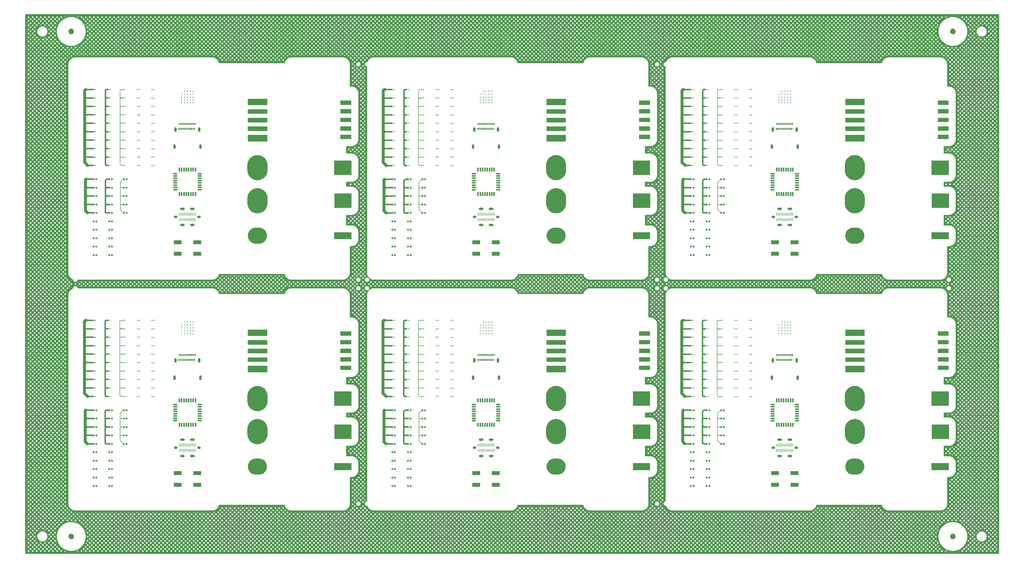
<source format=gbr>
%TF.GenerationSoftware,KiCad,Pcbnew,7.0.5*%
%TF.CreationDate,2023-08-22T12:35:02+01:00*%
%TF.ProjectId,PANELTEST141,50414e45-4c54-4455-9354-3134312e6b69,00.00*%
%TF.SameCoordinates,PX27b9fb5PYc4a79ca*%
%TF.FileFunction,Copper,L1,Top*%
%TF.FilePolarity,Positive*%
%FSLAX46Y46*%
G04 Gerber Fmt 4.6, Leading zero omitted, Abs format (unit mm)*
G04 Created by KiCad (PCBNEW 7.0.5) date 2023-08-22 12:35:02*
%MOMM*%
%LPD*%
G01*
G04 APERTURE LIST*
%TA.AperFunction,EtchedComponent*%
%ADD10C,0.100000*%
%TD*%
%TA.AperFunction,EtchedComponent*%
%ADD11C,0.200000*%
%TD*%
%TA.AperFunction,EtchedComponent*%
%ADD12C,0.990000*%
%TD*%
%TA.AperFunction,SMDPad,CuDef*%
%ADD13R,0.460000X0.420000*%
%TD*%
%TA.AperFunction,SMDPad,CuDef*%
%ADD14R,1.475000X0.600000*%
%TD*%
%TA.AperFunction,SMDPad,CuDef*%
%ADD15R,0.600000X1.475000*%
%TD*%
%TA.AperFunction,SMDPad,CuDef*%
%ADD16R,0.508000X0.508000*%
%TD*%
%TA.AperFunction,SMDPad,CuDef*%
%ADD17R,0.300000X0.700000*%
%TD*%
%TA.AperFunction,ComponentPad*%
%ADD18O,0.800000X1.600000*%
%TD*%
%TA.AperFunction,ComponentPad*%
%ADD19C,1.498600*%
%TD*%
%TA.AperFunction,ComponentPad*%
%ADD20C,1.524000*%
%TD*%
%TA.AperFunction,ComponentPad*%
%ADD21O,1.200000X0.900000*%
%TD*%
%TA.AperFunction,ComponentPad*%
%ADD22O,1.600000X0.800000*%
%TD*%
%TA.AperFunction,SMDPad,CuDef*%
%ADD23R,0.280000X1.060000*%
%TD*%
%TA.AperFunction,SMDPad,CuDef*%
%ADD24C,0.355600*%
%TD*%
%TA.AperFunction,SMDPad,CuDef*%
%ADD25R,2.750000X1.400000*%
%TD*%
%TA.AperFunction,Conductor*%
%ADD26C,0.200000*%
%TD*%
%TA.AperFunction,Conductor*%
%ADD27C,0.500000*%
%TD*%
%TA.AperFunction,Conductor*%
%ADD28C,1.000000*%
%TD*%
%TA.AperFunction,Conductor*%
%ADD29C,0.250000*%
%TD*%
%TA.AperFunction,Conductor*%
%ADD30C,0.000000*%
%TD*%
G04 APERTURE END LIST*
%TA.AperFunction,NonConductor*%
G36*
X109349871Y77160377D02*
G01*
X113129871Y77160377D01*
X113129871Y75660377D01*
X109349871Y75660377D01*
X109349871Y77160377D01*
G37*
%TD.AperFunction*%
%TA.AperFunction,NonConductor*%
G36*
X316559871Y74160377D02*
G01*
X320339871Y74160377D01*
X320339871Y72660377D01*
X316559871Y72660377D01*
X316559871Y74160377D01*
G37*
%TD.AperFunction*%
%TA.AperFunction,NonConductor*%
G36*
X316549871Y145380377D02*
G01*
X320329871Y145380377D01*
X320329871Y143880377D01*
X316549871Y143880377D01*
X316549871Y145380377D01*
G37*
%TD.AperFunction*%
%TA.AperFunction,NonConductor*%
G36*
X109359871Y68160377D02*
G01*
X113139871Y68160377D01*
X113139871Y66660377D01*
X109359871Y66660377D01*
X109359871Y68160377D01*
G37*
%TD.AperFunction*%
%TA.AperFunction,NonConductor*%
G36*
X210849871Y44860377D02*
G01*
X216849871Y44860377D01*
X216849871Y39860377D01*
X210849871Y39860377D01*
X210849871Y44860377D01*
G37*
%TD.AperFunction*%
%TA.AperFunction,NonConductor*%
G36*
X109359871Y154280377D02*
G01*
X113139871Y154280377D01*
X113139871Y152780377D01*
X109359871Y152780377D01*
X109359871Y154280377D01*
G37*
%TD.AperFunction*%
%TA.AperFunction,NonConductor*%
G36*
X210799871Y136460377D02*
G01*
X216799871Y136460377D01*
X216799871Y131460377D01*
X210799871Y131460377D01*
X210799871Y136460377D01*
G37*
%TD.AperFunction*%
%TA.AperFunction,NonConductor*%
G36*
X316549871Y65260377D02*
G01*
X320329871Y65260377D01*
X320329871Y63760377D01*
X316549871Y63760377D01*
X316549871Y65260377D01*
G37*
%TD.AperFunction*%
%TA.AperFunction,NonConductor*%
G36*
X314449871Y124980377D02*
G01*
X320449871Y124980377D01*
X320449871Y119980377D01*
X314449871Y119980377D01*
X314449871Y124980377D01*
G37*
%TD.AperFunction*%
%TA.AperFunction,NonConductor*%
G36*
X210799871Y31440377D02*
G01*
X216799871Y31440377D01*
X216799871Y29040377D01*
X210799871Y29040377D01*
X210799871Y31440377D01*
G37*
%TD.AperFunction*%
%TA.AperFunction,NonConductor*%
G36*
X109349871Y65260377D02*
G01*
X113129871Y65260377D01*
X113129871Y63760377D01*
X109349871Y63760377D01*
X109349871Y65260377D01*
G37*
%TD.AperFunction*%
%TA.AperFunction,NonConductor*%
G36*
X107199871Y31440377D02*
G01*
X113199871Y31440377D01*
X113199871Y29040377D01*
X107199871Y29040377D01*
X107199871Y31440377D01*
G37*
%TD.AperFunction*%
%TA.AperFunction,NonConductor*%
G36*
X316559871Y71160377D02*
G01*
X320339871Y71160377D01*
X320339871Y69660377D01*
X316559871Y69660377D01*
X316559871Y71160377D01*
G37*
%TD.AperFunction*%
%TA.AperFunction,NonConductor*%
G36*
X314399871Y31440377D02*
G01*
X320399871Y31440377D01*
X320399871Y29040377D01*
X314399871Y29040377D01*
X314399871Y31440377D01*
G37*
%TD.AperFunction*%
%TA.AperFunction,NonConductor*%
G36*
X107249871Y124980377D02*
G01*
X113249871Y124980377D01*
X113249871Y119980377D01*
X107249871Y119980377D01*
X107249871Y124980377D01*
G37*
%TD.AperFunction*%
%TA.AperFunction,NonConductor*%
G36*
X109349871Y145380377D02*
G01*
X113129871Y145380377D01*
X113129871Y143880377D01*
X109349871Y143880377D01*
X109349871Y145380377D01*
G37*
%TD.AperFunction*%
%TA.AperFunction,NonConductor*%
G36*
X107199871Y136460377D02*
G01*
X113199871Y136460377D01*
X113199871Y131460377D01*
X107199871Y131460377D01*
X107199871Y136460377D01*
G37*
%TD.AperFunction*%
%TA.AperFunction,NonConductor*%
G36*
X314399871Y56340377D02*
G01*
X320399871Y56340377D01*
X320399871Y51340377D01*
X314399871Y51340377D01*
X314399871Y56340377D01*
G37*
%TD.AperFunction*%
%TA.AperFunction,NonConductor*%
G36*
X212959871Y151280377D02*
G01*
X216739871Y151280377D01*
X216739871Y149780377D01*
X212959871Y149780377D01*
X212959871Y151280377D01*
G37*
%TD.AperFunction*%
%TA.AperFunction,NonConductor*%
G36*
X109359871Y74160377D02*
G01*
X113139871Y74160377D01*
X113139871Y72660377D01*
X109359871Y72660377D01*
X109359871Y74160377D01*
G37*
%TD.AperFunction*%
%TA.AperFunction,NonConductor*%
G36*
X316549871Y157280377D02*
G01*
X320329871Y157280377D01*
X320329871Y155780377D01*
X316549871Y155780377D01*
X316549871Y157280377D01*
G37*
%TD.AperFunction*%
%TA.AperFunction,NonConductor*%
G36*
X212959871Y154280377D02*
G01*
X216739871Y154280377D01*
X216739871Y152780377D01*
X212959871Y152780377D01*
X212959871Y154280377D01*
G37*
%TD.AperFunction*%
%TA.AperFunction,NonConductor*%
G36*
X212959871Y148280377D02*
G01*
X216739871Y148280377D01*
X216739871Y146780377D01*
X212959871Y146780377D01*
X212959871Y148280377D01*
G37*
%TD.AperFunction*%
%TA.AperFunction,NonConductor*%
G36*
X212949871Y65260377D02*
G01*
X216729871Y65260377D01*
X216729871Y63760377D01*
X212949871Y63760377D01*
X212949871Y65260377D01*
G37*
%TD.AperFunction*%
%TA.AperFunction,NonConductor*%
G36*
X210799871Y111560377D02*
G01*
X216799871Y111560377D01*
X216799871Y109160377D01*
X210799871Y109160377D01*
X210799871Y111560377D01*
G37*
%TD.AperFunction*%
%TA.AperFunction,NonConductor*%
G36*
X107249871Y44860377D02*
G01*
X113249871Y44860377D01*
X113249871Y39860377D01*
X107249871Y39860377D01*
X107249871Y44860377D01*
G37*
%TD.AperFunction*%
%TA.AperFunction,NonConductor*%
G36*
X109349871Y157280377D02*
G01*
X113129871Y157280377D01*
X113129871Y155780377D01*
X109349871Y155780377D01*
X109349871Y157280377D01*
G37*
%TD.AperFunction*%
%TA.AperFunction,NonConductor*%
G36*
X107199871Y56340377D02*
G01*
X113199871Y56340377D01*
X113199871Y51340377D01*
X107199871Y51340377D01*
X107199871Y56340377D01*
G37*
%TD.AperFunction*%
%TA.AperFunction,NonConductor*%
G36*
X212959871Y71160377D02*
G01*
X216739871Y71160377D01*
X216739871Y69660377D01*
X212959871Y69660377D01*
X212959871Y71160377D01*
G37*
%TD.AperFunction*%
%TA.AperFunction,NonConductor*%
G36*
X314449871Y44860377D02*
G01*
X320449871Y44860377D01*
X320449871Y39860377D01*
X314449871Y39860377D01*
X314449871Y44860377D01*
G37*
%TD.AperFunction*%
%TA.AperFunction,NonConductor*%
G36*
X316559871Y68160377D02*
G01*
X320339871Y68160377D01*
X320339871Y66660377D01*
X316559871Y66660377D01*
X316559871Y68160377D01*
G37*
%TD.AperFunction*%
%TA.AperFunction,NonConductor*%
G36*
X109359871Y148280377D02*
G01*
X113139871Y148280377D01*
X113139871Y146780377D01*
X109359871Y146780377D01*
X109359871Y148280377D01*
G37*
%TD.AperFunction*%
%TA.AperFunction,NonConductor*%
G36*
X212949871Y145380377D02*
G01*
X216729871Y145380377D01*
X216729871Y143880377D01*
X212949871Y143880377D01*
X212949871Y145380377D01*
G37*
%TD.AperFunction*%
%TA.AperFunction,NonConductor*%
G36*
X212959871Y74160377D02*
G01*
X216739871Y74160377D01*
X216739871Y72660377D01*
X212959871Y72660377D01*
X212959871Y74160377D01*
G37*
%TD.AperFunction*%
%TA.AperFunction,NonConductor*%
G36*
X210799871Y56340377D02*
G01*
X216799871Y56340377D01*
X216799871Y51340377D01*
X210799871Y51340377D01*
X210799871Y56340377D01*
G37*
%TD.AperFunction*%
%TA.AperFunction,NonConductor*%
G36*
X109359871Y151280377D02*
G01*
X113139871Y151280377D01*
X113139871Y149780377D01*
X109359871Y149780377D01*
X109359871Y151280377D01*
G37*
%TD.AperFunction*%
%TA.AperFunction,NonConductor*%
G36*
X107199871Y111560377D02*
G01*
X113199871Y111560377D01*
X113199871Y109160377D01*
X107199871Y109160377D01*
X107199871Y111560377D01*
G37*
%TD.AperFunction*%
%TA.AperFunction,NonConductor*%
G36*
X314399871Y136460377D02*
G01*
X320399871Y136460377D01*
X320399871Y131460377D01*
X314399871Y131460377D01*
X314399871Y136460377D01*
G37*
%TD.AperFunction*%
%TA.AperFunction,NonConductor*%
G36*
X316559871Y151280377D02*
G01*
X320339871Y151280377D01*
X320339871Y149780377D01*
X316559871Y149780377D01*
X316559871Y151280377D01*
G37*
%TD.AperFunction*%
%TA.AperFunction,NonConductor*%
G36*
X212949871Y77160377D02*
G01*
X216729871Y77160377D01*
X216729871Y75660377D01*
X212949871Y75660377D01*
X212949871Y77160377D01*
G37*
%TD.AperFunction*%
%TA.AperFunction,NonConductor*%
G36*
X316559871Y154280377D02*
G01*
X320339871Y154280377D01*
X320339871Y152780377D01*
X316559871Y152780377D01*
X316559871Y154280377D01*
G37*
%TD.AperFunction*%
%TA.AperFunction,NonConductor*%
G36*
X212949871Y157280377D02*
G01*
X216729871Y157280377D01*
X216729871Y155780377D01*
X212949871Y155780377D01*
X212949871Y157280377D01*
G37*
%TD.AperFunction*%
%TA.AperFunction,NonConductor*%
G36*
X109359871Y71160377D02*
G01*
X113139871Y71160377D01*
X113139871Y69660377D01*
X109359871Y69660377D01*
X109359871Y71160377D01*
G37*
%TD.AperFunction*%
%TA.AperFunction,NonConductor*%
G36*
X316559871Y148280377D02*
G01*
X320339871Y148280377D01*
X320339871Y146780377D01*
X316559871Y146780377D01*
X316559871Y148280377D01*
G37*
%TD.AperFunction*%
%TA.AperFunction,NonConductor*%
G36*
X212959871Y68160377D02*
G01*
X216739871Y68160377D01*
X216739871Y66660377D01*
X212959871Y66660377D01*
X212959871Y68160377D01*
G37*
%TD.AperFunction*%
%TA.AperFunction,NonConductor*%
G36*
X314399871Y111560377D02*
G01*
X320399871Y111560377D01*
X320399871Y109160377D01*
X314399871Y109160377D01*
X314399871Y111560377D01*
G37*
%TD.AperFunction*%
%TA.AperFunction,NonConductor*%
G36*
X316549871Y77160377D02*
G01*
X320329871Y77160377D01*
X320329871Y75660377D01*
X316549871Y75660377D01*
X316549871Y77160377D01*
G37*
%TD.AperFunction*%
%TA.AperFunction,NonConductor*%
G36*
X210849871Y124980377D02*
G01*
X216849871Y124980377D01*
X216849871Y119980377D01*
X210849871Y119980377D01*
X210849871Y124980377D01*
G37*
%TD.AperFunction*%
D10*
%TO.C,R108*%
X127065871Y109784377D02*
X127573871Y109784377D01*
X127065871Y109276377D02*
X127065871Y109784377D01*
X127573871Y109784377D02*
X127573871Y109276377D01*
X127573871Y109276377D02*
X127065871Y109276377D01*
X127980871Y109784377D02*
X128488871Y109784377D01*
X127980871Y109276377D02*
X127980871Y109784377D01*
X128488871Y109784377D02*
X128488871Y109276377D01*
X128488871Y109276377D02*
X127980871Y109276377D01*
%TO.C,TAB2*%
D11*
X81129949Y58085587D02*
X81489486Y58006447D01*
X81838360Y57888898D01*
X82172479Y57734318D01*
X82487926Y57544520D01*
X82781003Y57321728D01*
X83048275Y57068555D01*
X83286606Y56787969D01*
X83493204Y56483260D01*
X83665646Y56158000D01*
X83801911Y55816002D01*
X83900400Y55461276D01*
X83959959Y55097982D01*
X83979890Y54730378D01*
X83979890Y54730377D01*
X83979890Y52950377D01*
X83959959Y52582772D01*
X83900400Y52219478D01*
X83801911Y51864752D01*
X83665646Y51522754D01*
X83493204Y51197494D01*
X83286606Y50892785D01*
X83048275Y50612199D01*
X82781003Y50359026D01*
X82487926Y50136234D01*
X82172479Y49946436D01*
X81838360Y49791856D01*
X81489486Y49674307D01*
X81129949Y49595167D01*
X80763962Y49555363D01*
X80395818Y49555363D01*
X80029831Y49595167D01*
X79670294Y49674307D01*
X79321420Y49791856D01*
X78987301Y49946436D01*
X78671854Y50136234D01*
X78378777Y50359026D01*
X78111505Y50612199D01*
X77873174Y50892785D01*
X77666576Y51197494D01*
X77494134Y51522754D01*
X77357869Y51864752D01*
X77259380Y52219478D01*
X77199821Y52582772D01*
X77179890Y52950377D01*
X77179890Y54730377D01*
X77179889Y54730378D01*
X77199821Y55097982D01*
X77259380Y55461276D01*
X77357869Y55816002D01*
X77494134Y56158000D01*
X77666576Y56483260D01*
X77873174Y56787969D01*
X78111505Y57068555D01*
X78378777Y57321728D01*
X78671854Y57544520D01*
X78987301Y57734318D01*
X79321420Y57888898D01*
X79670294Y58006447D01*
X80029831Y58085587D01*
X80395818Y58125391D01*
X80763962Y58125391D01*
X81129949Y58085587D01*
%TA.AperFunction,EtchedComponent*%
G36*
X81129949Y58085587D02*
G01*
X81489486Y58006447D01*
X81838360Y57888898D01*
X82172479Y57734318D01*
X82487926Y57544520D01*
X82781003Y57321728D01*
X83048275Y57068555D01*
X83286606Y56787969D01*
X83493204Y56483260D01*
X83665646Y56158000D01*
X83801911Y55816002D01*
X83900400Y55461276D01*
X83959959Y55097982D01*
X83979890Y54730378D01*
X83979890Y54730377D01*
X83979890Y52950377D01*
X83959959Y52582772D01*
X83900400Y52219478D01*
X83801911Y51864752D01*
X83665646Y51522754D01*
X83493204Y51197494D01*
X83286606Y50892785D01*
X83048275Y50612199D01*
X82781003Y50359026D01*
X82487926Y50136234D01*
X82172479Y49946436D01*
X81838360Y49791856D01*
X81489486Y49674307D01*
X81129949Y49595167D01*
X80763962Y49555363D01*
X80395818Y49555363D01*
X80029831Y49595167D01*
X79670294Y49674307D01*
X79321420Y49791856D01*
X78987301Y49946436D01*
X78671854Y50136234D01*
X78378777Y50359026D01*
X78111505Y50612199D01*
X77873174Y50892785D01*
X77666576Y51197494D01*
X77494134Y51522754D01*
X77357869Y51864752D01*
X77259380Y52219478D01*
X77199821Y52582772D01*
X77179890Y52950377D01*
X77179890Y54730377D01*
X77179889Y54730378D01*
X77199821Y55097982D01*
X77259380Y55461276D01*
X77357869Y55816002D01*
X77494134Y56158000D01*
X77666576Y56483260D01*
X77873174Y56787969D01*
X78111505Y57068555D01*
X78378777Y57321728D01*
X78671854Y57544520D01*
X78987301Y57734318D01*
X79321420Y57888898D01*
X79670294Y58006447D01*
X80029831Y58085587D01*
X80395818Y58125391D01*
X80763962Y58125391D01*
X81129949Y58085587D01*
G37*
%TD.AperFunction*%
D10*
%TO.C,R108*%
X23465871Y29664377D02*
X23973871Y29664377D01*
X23465871Y29156377D02*
X23465871Y29664377D01*
X23973871Y29664377D02*
X23973871Y29156377D01*
X23973871Y29156377D02*
X23465871Y29156377D01*
X24380871Y29664377D02*
X24888871Y29664377D01*
X24380871Y29156377D02*
X24380871Y29664377D01*
X24888871Y29664377D02*
X24888871Y29156377D01*
X24888871Y29156377D02*
X24380871Y29156377D01*
%TO.C,R116*%
X236105871Y115624377D02*
X236613871Y115624377D01*
X236105871Y115116377D02*
X236105871Y115624377D01*
X236613871Y115624377D02*
X236613871Y115116377D01*
X236613871Y115116377D02*
X236105871Y115116377D01*
X237020871Y115624377D02*
X237528871Y115624377D01*
X237020871Y115116377D02*
X237020871Y115624377D01*
X237528871Y115624377D02*
X237528871Y115116377D01*
X237528871Y115116377D02*
X237020871Y115116377D01*
%TO.C,R125*%
X33952633Y38424377D02*
X34460633Y38424377D01*
X33952633Y37916377D02*
X33952633Y38424377D01*
X34460633Y38424377D02*
X34460633Y37916377D01*
X34460633Y37916377D02*
X33952633Y37916377D01*
X34867633Y38424377D02*
X35375633Y38424377D01*
X34867633Y37916377D02*
X34867633Y38424377D01*
X35375633Y38424377D02*
X35375633Y37916377D01*
X35375633Y37916377D02*
X34867633Y37916377D01*
%TO.C,R121*%
X137555871Y50104377D02*
X138063871Y50104377D01*
X137555871Y49596377D02*
X137555871Y50104377D01*
X138063871Y50104377D02*
X138063871Y49596377D01*
X138063871Y49596377D02*
X137555871Y49596377D01*
X138470871Y50104377D02*
X138978871Y50104377D01*
X138470871Y49596377D02*
X138470871Y50104377D01*
X138978871Y50104377D02*
X138978871Y49596377D01*
X138978871Y49596377D02*
X138470871Y49596377D01*
%TO.C,R105*%
X23465871Y118544377D02*
X23973871Y118544377D01*
X23465871Y118036377D02*
X23465871Y118544377D01*
X23973871Y118544377D02*
X23973871Y118036377D01*
X23973871Y118036377D02*
X23465871Y118036377D01*
X24380871Y118544377D02*
X24888871Y118544377D01*
X24380871Y118036377D02*
X24380871Y118544377D01*
X24888871Y118544377D02*
X24888871Y118036377D01*
X24888871Y118036377D02*
X24380871Y118036377D01*
%TO.C,R102*%
X23465871Y127304377D02*
X23973871Y127304377D01*
X23465871Y126796377D02*
X23465871Y127304377D01*
X23973871Y127304377D02*
X23973871Y126796377D01*
X23973871Y126796377D02*
X23465871Y126796377D01*
X24380871Y127304377D02*
X24888871Y127304377D01*
X24380871Y126796377D02*
X24380871Y127304377D01*
X24888871Y127304377D02*
X24888871Y126796377D01*
X24888871Y126796377D02*
X24380871Y126796377D01*
%TO.C,R106*%
X127065871Y35504377D02*
X127573871Y35504377D01*
X127065871Y34996377D02*
X127065871Y35504377D01*
X127573871Y35504377D02*
X127573871Y34996377D01*
X127573871Y34996377D02*
X127065871Y34996377D01*
X127980871Y35504377D02*
X128488871Y35504377D01*
X127980871Y34996377D02*
X127980871Y35504377D01*
X128488871Y35504377D02*
X128488871Y34996377D01*
X128488871Y34996377D02*
X127980871Y34996377D01*
%TO.C,R114*%
X28905871Y121464377D02*
X29413871Y121464377D01*
X28905871Y120956377D02*
X28905871Y121464377D01*
X29413871Y121464377D02*
X29413871Y120956377D01*
X29413871Y120956377D02*
X28905871Y120956377D01*
X29820871Y121464377D02*
X30328871Y121464377D01*
X29820871Y120956377D02*
X29820871Y121464377D01*
X30328871Y121464377D02*
X30328871Y120956377D01*
X30328871Y120956377D02*
X29820871Y120956377D01*
%TO.C,R120*%
X132505871Y23824377D02*
X133013871Y23824377D01*
X132505871Y23316377D02*
X132505871Y23824377D01*
X133013871Y23824377D02*
X133013871Y23316377D01*
X133013871Y23316377D02*
X132505871Y23316377D01*
X133420871Y23824377D02*
X133928871Y23824377D01*
X133420871Y23316377D02*
X133420871Y23824377D01*
X133928871Y23824377D02*
X133928871Y23316377D01*
X133928871Y23316377D02*
X133420871Y23316377D01*
%TO.C,R109*%
X23465871Y26744377D02*
X23973871Y26744377D01*
X23465871Y26236377D02*
X23465871Y26744377D01*
X23973871Y26744377D02*
X23973871Y26236377D01*
X23973871Y26236377D02*
X23465871Y26236377D01*
X24380871Y26744377D02*
X24888871Y26744377D01*
X24380871Y26236377D02*
X24380871Y26744377D01*
X24888871Y26744377D02*
X24888871Y26236377D01*
X24888871Y26236377D02*
X24380871Y26236377D01*
%TO.C,R114*%
X28905871Y41344377D02*
X29413871Y41344377D01*
X28905871Y40836377D02*
X28905871Y41344377D01*
X29413871Y41344377D02*
X29413871Y40836377D01*
X29413871Y40836377D02*
X28905871Y40836377D01*
X29820871Y41344377D02*
X30328871Y41344377D01*
X29820871Y40836377D02*
X29820871Y41344377D01*
X30328871Y41344377D02*
X30328871Y40836377D01*
X30328871Y40836377D02*
X29820871Y40836377D01*
%TO.C,R115*%
X28905871Y38424377D02*
X29413871Y38424377D01*
X28905871Y37916377D02*
X28905871Y38424377D01*
X29413871Y38424377D02*
X29413871Y37916377D01*
X29413871Y37916377D02*
X28905871Y37916377D01*
X29820871Y38424377D02*
X30328871Y38424377D01*
X29820871Y37916377D02*
X29820871Y38424377D01*
X30328871Y38424377D02*
X30328871Y37916377D01*
X30328871Y37916377D02*
X29820871Y37916377D01*
%TO.C,R102*%
X127065871Y127304377D02*
X127573871Y127304377D01*
X127065871Y126796377D02*
X127065871Y127304377D01*
X127573871Y127304377D02*
X127573871Y126796377D01*
X127573871Y126796377D02*
X127065871Y126796377D01*
X127980871Y127304377D02*
X128488871Y127304377D01*
X127980871Y126796377D02*
X127980871Y127304377D01*
X128488871Y127304377D02*
X128488871Y126796377D01*
X128488871Y126796377D02*
X127980871Y126796377D01*
%TO.C,R121*%
X137555871Y130224377D02*
X138063871Y130224377D01*
X137555871Y129716377D02*
X137555871Y130224377D01*
X138063871Y130224377D02*
X138063871Y129716377D01*
X138063871Y129716377D02*
X137555871Y129716377D01*
X138470871Y130224377D02*
X138978871Y130224377D01*
X138470871Y129716377D02*
X138470871Y130224377D01*
X138978871Y130224377D02*
X138978871Y129716377D01*
X138978871Y129716377D02*
X138470871Y129716377D01*
%TO.C,R117*%
X132505871Y112704377D02*
X133013871Y112704377D01*
X132505871Y112196377D02*
X132505871Y112704377D01*
X133013871Y112704377D02*
X133013871Y112196377D01*
X133013871Y112196377D02*
X132505871Y112196377D01*
X133420871Y112704377D02*
X133928871Y112704377D01*
X133420871Y112196377D02*
X133420871Y112704377D01*
X133928871Y112704377D02*
X133928871Y112196377D01*
X133928871Y112196377D02*
X133420871Y112196377D01*
%TO.C,TAB3*%
D11*
X184729949Y126735587D02*
X185089486Y126656447D01*
X185438360Y126538898D01*
X185772479Y126384318D01*
X186087926Y126194520D01*
X186381003Y125971728D01*
X186648275Y125718555D01*
X186886606Y125437969D01*
X187093204Y125133260D01*
X187265646Y124808000D01*
X187401911Y124466002D01*
X187500400Y124111276D01*
X187559959Y123747982D01*
X187579890Y123380378D01*
X187579890Y123380377D01*
X187579890Y121600377D01*
X187559959Y121232772D01*
X187500400Y120869478D01*
X187401911Y120514752D01*
X187265646Y120172754D01*
X187093204Y119847494D01*
X186886606Y119542785D01*
X186648275Y119262199D01*
X186381003Y119009026D01*
X186087926Y118786234D01*
X185772479Y118596436D01*
X185438360Y118441856D01*
X185089486Y118324307D01*
X184729949Y118245167D01*
X184363962Y118205363D01*
X183995818Y118205363D01*
X183629831Y118245167D01*
X183270294Y118324307D01*
X182921420Y118441856D01*
X182587301Y118596436D01*
X182271854Y118786234D01*
X181978777Y119009026D01*
X181711505Y119262199D01*
X181473174Y119542785D01*
X181266576Y119847494D01*
X181094134Y120172754D01*
X180957869Y120514752D01*
X180859380Y120869478D01*
X180799821Y121232772D01*
X180779890Y121600377D01*
X180779890Y123380377D01*
X180779889Y123380378D01*
X180799821Y123747982D01*
X180859380Y124111276D01*
X180957869Y124466002D01*
X181094134Y124808000D01*
X181266576Y125133260D01*
X181473174Y125437969D01*
X181711505Y125718555D01*
X181978777Y125971728D01*
X182271854Y126194520D01*
X182587301Y126384318D01*
X182921420Y126538898D01*
X183270294Y126656447D01*
X183629831Y126735587D01*
X183995818Y126775391D01*
X184363962Y126775391D01*
X184729949Y126735587D01*
%TA.AperFunction,EtchedComponent*%
G36*
X184729949Y126735587D02*
G01*
X185089486Y126656447D01*
X185438360Y126538898D01*
X185772479Y126384318D01*
X186087926Y126194520D01*
X186381003Y125971728D01*
X186648275Y125718555D01*
X186886606Y125437969D01*
X187093204Y125133260D01*
X187265646Y124808000D01*
X187401911Y124466002D01*
X187500400Y124111276D01*
X187559959Y123747982D01*
X187579890Y123380378D01*
X187579890Y123380377D01*
X187579890Y121600377D01*
X187559959Y121232772D01*
X187500400Y120869478D01*
X187401911Y120514752D01*
X187265646Y120172754D01*
X187093204Y119847494D01*
X186886606Y119542785D01*
X186648275Y119262199D01*
X186381003Y119009026D01*
X186087926Y118786234D01*
X185772479Y118596436D01*
X185438360Y118441856D01*
X185089486Y118324307D01*
X184729949Y118245167D01*
X184363962Y118205363D01*
X183995818Y118205363D01*
X183629831Y118245167D01*
X183270294Y118324307D01*
X182921420Y118441856D01*
X182587301Y118596436D01*
X182271854Y118786234D01*
X181978777Y119009026D01*
X181711505Y119262199D01*
X181473174Y119542785D01*
X181266576Y119847494D01*
X181094134Y120172754D01*
X180957869Y120514752D01*
X180859380Y120869478D01*
X180799821Y121232772D01*
X180779890Y121600377D01*
X180779890Y123380377D01*
X180779889Y123380378D01*
X180799821Y123747982D01*
X180859380Y124111276D01*
X180957869Y124466002D01*
X181094134Y124808000D01*
X181266576Y125133260D01*
X181473174Y125437969D01*
X181711505Y125718555D01*
X181978777Y125971728D01*
X182271854Y126194520D01*
X182587301Y126384318D01*
X182921420Y126538898D01*
X183270294Y126656447D01*
X183629831Y126735587D01*
X183995818Y126775391D01*
X184363962Y126775391D01*
X184729949Y126735587D01*
G37*
%TD.AperFunction*%
D10*
%TO.C,R120*%
X132505871Y103944377D02*
X133013871Y103944377D01*
X132505871Y103436377D02*
X132505871Y103944377D01*
X133013871Y103944377D02*
X133013871Y103436377D01*
X133013871Y103436377D02*
X132505871Y103436377D01*
X133420871Y103944377D02*
X133928871Y103944377D01*
X133420871Y103436377D02*
X133420871Y103944377D01*
X133928871Y103944377D02*
X133928871Y103436377D01*
X133928871Y103436377D02*
X133420871Y103436377D01*
%TO.C,R110*%
X230665871Y23824377D02*
X231173871Y23824377D01*
X230665871Y23316377D02*
X230665871Y23824377D01*
X231173871Y23824377D02*
X231173871Y23316377D01*
X231173871Y23316377D02*
X230665871Y23316377D01*
X231580871Y23824377D02*
X232088871Y23824377D01*
X231580871Y23316377D02*
X231580871Y23824377D01*
X232088871Y23824377D02*
X232088871Y23316377D01*
X232088871Y23316377D02*
X231580871Y23316377D01*
%TO.C,R104*%
X127065871Y121464377D02*
X127573871Y121464377D01*
X127065871Y120956377D02*
X127065871Y121464377D01*
X127573871Y121464377D02*
X127573871Y120956377D01*
X127573871Y120956377D02*
X127065871Y120956377D01*
X127980871Y121464377D02*
X128488871Y121464377D01*
X127980871Y120956377D02*
X127980871Y121464377D01*
X128488871Y121464377D02*
X128488871Y120956377D01*
X128488871Y120956377D02*
X127980871Y120956377D01*
%TO.C,R105*%
X127065871Y38424377D02*
X127573871Y38424377D01*
X127065871Y37916377D02*
X127065871Y38424377D01*
X127573871Y38424377D02*
X127573871Y37916377D01*
X127573871Y37916377D02*
X127065871Y37916377D01*
X127980871Y38424377D02*
X128488871Y38424377D01*
X127980871Y37916377D02*
X127980871Y38424377D01*
X128488871Y38424377D02*
X128488871Y37916377D01*
X128488871Y37916377D02*
X127980871Y37916377D01*
%TO.C,R103*%
X23465871Y44264377D02*
X23973871Y44264377D01*
X23465871Y43756377D02*
X23465871Y44264377D01*
X23973871Y44264377D02*
X23973871Y43756377D01*
X23973871Y43756377D02*
X23465871Y43756377D01*
X24380871Y44264377D02*
X24888871Y44264377D01*
X24380871Y43756377D02*
X24380871Y44264377D01*
X24888871Y44264377D02*
X24888871Y43756377D01*
X24888871Y43756377D02*
X24380871Y43756377D01*
%TO.C,R125*%
X241152633Y118544377D02*
X241660633Y118544377D01*
X241152633Y118036377D02*
X241152633Y118544377D01*
X241660633Y118544377D02*
X241660633Y118036377D01*
X241660633Y118036377D02*
X241152633Y118036377D01*
X242067633Y118544377D02*
X242575633Y118544377D01*
X242067633Y118036377D02*
X242067633Y118544377D01*
X242575633Y118544377D02*
X242575633Y118036377D01*
X242575633Y118036377D02*
X242067633Y118036377D01*
%TO.C,R114*%
X236105871Y121464377D02*
X236613871Y121464377D01*
X236105871Y120956377D02*
X236105871Y121464377D01*
X236613871Y121464377D02*
X236613871Y120956377D01*
X236613871Y120956377D02*
X236105871Y120956377D01*
X237020871Y121464377D02*
X237528871Y121464377D01*
X237020871Y120956377D02*
X237020871Y121464377D01*
X237528871Y121464377D02*
X237528871Y120956377D01*
X237528871Y120956377D02*
X237020871Y120956377D01*
%TO.C,R105*%
X23465871Y38424377D02*
X23973871Y38424377D01*
X23465871Y37916377D02*
X23465871Y38424377D01*
X23973871Y38424377D02*
X23973871Y37916377D01*
X23973871Y37916377D02*
X23465871Y37916377D01*
X24380871Y38424377D02*
X24888871Y38424377D01*
X24380871Y37916377D02*
X24380871Y38424377D01*
X24888871Y38424377D02*
X24888871Y37916377D01*
X24888871Y37916377D02*
X24380871Y37916377D01*
%TO.C,R114*%
X132505871Y41344377D02*
X133013871Y41344377D01*
X132505871Y40836377D02*
X132505871Y41344377D01*
X133013871Y41344377D02*
X133013871Y40836377D01*
X133013871Y40836377D02*
X132505871Y40836377D01*
X133420871Y41344377D02*
X133928871Y41344377D01*
X133420871Y40836377D02*
X133420871Y41344377D01*
X133928871Y41344377D02*
X133928871Y40836377D01*
X133928871Y40836377D02*
X133420871Y40836377D01*
%TO.C,R111*%
X236105871Y130224377D02*
X236613871Y130224377D01*
X236105871Y129716377D02*
X236105871Y130224377D01*
X236613871Y130224377D02*
X236613871Y129716377D01*
X236613871Y129716377D02*
X236105871Y129716377D01*
X237020871Y130224377D02*
X237528871Y130224377D01*
X237020871Y129716377D02*
X237020871Y130224377D01*
X237528871Y130224377D02*
X237528871Y129716377D01*
X237528871Y129716377D02*
X237020871Y129716377D01*
%TO.C,TAB3*%
D11*
X81129949Y46615587D02*
X81489486Y46536447D01*
X81838360Y46418898D01*
X82172479Y46264318D01*
X82487926Y46074520D01*
X82781003Y45851728D01*
X83048275Y45598555D01*
X83286606Y45317969D01*
X83493204Y45013260D01*
X83665646Y44688000D01*
X83801911Y44346002D01*
X83900400Y43991276D01*
X83959959Y43627982D01*
X83979890Y43260378D01*
X83979890Y43260377D01*
X83979890Y41480377D01*
X83959959Y41112772D01*
X83900400Y40749478D01*
X83801911Y40394752D01*
X83665646Y40052754D01*
X83493204Y39727494D01*
X83286606Y39422785D01*
X83048275Y39142199D01*
X82781003Y38889026D01*
X82487926Y38666234D01*
X82172479Y38476436D01*
X81838360Y38321856D01*
X81489486Y38204307D01*
X81129949Y38125167D01*
X80763962Y38085363D01*
X80395818Y38085363D01*
X80029831Y38125167D01*
X79670294Y38204307D01*
X79321420Y38321856D01*
X78987301Y38476436D01*
X78671854Y38666234D01*
X78378777Y38889026D01*
X78111505Y39142199D01*
X77873174Y39422785D01*
X77666576Y39727494D01*
X77494134Y40052754D01*
X77357869Y40394752D01*
X77259380Y40749478D01*
X77199821Y41112772D01*
X77179890Y41480377D01*
X77179890Y43260377D01*
X77179889Y43260378D01*
X77199821Y43627982D01*
X77259380Y43991276D01*
X77357869Y44346002D01*
X77494134Y44688000D01*
X77666576Y45013260D01*
X77873174Y45317969D01*
X78111505Y45598555D01*
X78378777Y45851728D01*
X78671854Y46074520D01*
X78987301Y46264318D01*
X79321420Y46418898D01*
X79670294Y46536447D01*
X80029831Y46615587D01*
X80395818Y46655391D01*
X80763962Y46655391D01*
X81129949Y46615587D01*
%TA.AperFunction,EtchedComponent*%
G36*
X81129949Y46615587D02*
G01*
X81489486Y46536447D01*
X81838360Y46418898D01*
X82172479Y46264318D01*
X82487926Y46074520D01*
X82781003Y45851728D01*
X83048275Y45598555D01*
X83286606Y45317969D01*
X83493204Y45013260D01*
X83665646Y44688000D01*
X83801911Y44346002D01*
X83900400Y43991276D01*
X83959959Y43627982D01*
X83979890Y43260378D01*
X83979890Y43260377D01*
X83979890Y41480377D01*
X83959959Y41112772D01*
X83900400Y40749478D01*
X83801911Y40394752D01*
X83665646Y40052754D01*
X83493204Y39727494D01*
X83286606Y39422785D01*
X83048275Y39142199D01*
X82781003Y38889026D01*
X82487926Y38666234D01*
X82172479Y38476436D01*
X81838360Y38321856D01*
X81489486Y38204307D01*
X81129949Y38125167D01*
X80763962Y38085363D01*
X80395818Y38085363D01*
X80029831Y38125167D01*
X79670294Y38204307D01*
X79321420Y38321856D01*
X78987301Y38476436D01*
X78671854Y38666234D01*
X78378777Y38889026D01*
X78111505Y39142199D01*
X77873174Y39422785D01*
X77666576Y39727494D01*
X77494134Y40052754D01*
X77357869Y40394752D01*
X77259380Y40749478D01*
X77199821Y41112772D01*
X77179890Y41480377D01*
X77179890Y43260377D01*
X77179889Y43260378D01*
X77199821Y43627982D01*
X77259380Y43991276D01*
X77357869Y44346002D01*
X77494134Y44688000D01*
X77666576Y45013260D01*
X77873174Y45317969D01*
X78111505Y45598555D01*
X78378777Y45851728D01*
X78671854Y46074520D01*
X78987301Y46264318D01*
X79321420Y46418898D01*
X79670294Y46536447D01*
X80029831Y46615587D01*
X80395818Y46655391D01*
X80763962Y46655391D01*
X81129949Y46615587D01*
G37*
%TD.AperFunction*%
D10*
%TO.C,TAB1*%
X284469889Y77740377D02*
X291089889Y77740377D01*
X291089889Y77740377D02*
X291089889Y75640377D01*
X291089889Y75640377D02*
X284469889Y75640377D01*
X284469889Y75640377D02*
X284469889Y77740377D01*
G36*
X284469889Y77740377D02*
G01*
X291089889Y77740377D01*
X291089889Y75640377D01*
X284469889Y75640377D01*
X284469889Y77740377D01*
G37*
X284469889Y74140377D02*
X291089889Y74140377D01*
X291089889Y74140377D02*
X291089889Y72640377D01*
X291089889Y72640377D02*
X284469889Y72640377D01*
X284469889Y72640377D02*
X284469889Y74140377D01*
G36*
X284469889Y74140377D02*
G01*
X291089889Y74140377D01*
X291089889Y72640377D01*
X284469889Y72640377D01*
X284469889Y74140377D01*
G37*
X284469889Y71140377D02*
X291089889Y71140377D01*
X291089889Y71140377D02*
X291089889Y69640377D01*
X291089889Y69640377D02*
X284469889Y69640377D01*
X284469889Y69640377D02*
X284469889Y71140377D01*
G36*
X284469889Y71140377D02*
G01*
X291089889Y71140377D01*
X291089889Y69640377D01*
X284469889Y69640377D01*
X284469889Y71140377D01*
G37*
X284469889Y68140377D02*
X291089889Y68140377D01*
X291089889Y68140377D02*
X291089889Y66640377D01*
X291089889Y66640377D02*
X284469889Y66640377D01*
X284469889Y66640377D02*
X284469889Y68140377D01*
G36*
X284469889Y68140377D02*
G01*
X291089889Y68140377D01*
X291089889Y66640377D01*
X284469889Y66640377D01*
X284469889Y68140377D01*
G37*
X284469889Y65250377D02*
X291089889Y65250377D01*
X291089889Y65250377D02*
X291089889Y63040377D01*
X291089889Y63040377D02*
X284469889Y63040377D01*
X284469889Y63040377D02*
X284469889Y65250377D01*
G36*
X284469889Y65250377D02*
G01*
X291089889Y65250377D01*
X291089889Y63040377D01*
X284469889Y63040377D01*
X284469889Y65250377D01*
G37*
%TO.C,R105*%
X230665871Y118544377D02*
X231173871Y118544377D01*
X230665871Y118036377D02*
X230665871Y118544377D01*
X231173871Y118544377D02*
X231173871Y118036377D01*
X231173871Y118036377D02*
X230665871Y118036377D01*
X231580871Y118544377D02*
X232088871Y118544377D01*
X231580871Y118036377D02*
X231580871Y118544377D01*
X232088871Y118544377D02*
X232088871Y118036377D01*
X232088871Y118036377D02*
X231580871Y118036377D01*
%TO.C,R104*%
X127065871Y41344377D02*
X127573871Y41344377D01*
X127065871Y40836377D02*
X127065871Y41344377D01*
X127573871Y41344377D02*
X127573871Y40836377D01*
X127573871Y40836377D02*
X127065871Y40836377D01*
X127980871Y41344377D02*
X128488871Y41344377D01*
X127980871Y40836377D02*
X127980871Y41344377D01*
X128488871Y41344377D02*
X128488871Y40836377D01*
X128488871Y40836377D02*
X127980871Y40836377D01*
%TO.C,R118*%
X132505871Y109784377D02*
X133013871Y109784377D01*
X132505871Y109276377D02*
X132505871Y109784377D01*
X133013871Y109784377D02*
X133013871Y109276377D01*
X133013871Y109276377D02*
X132505871Y109276377D01*
X133420871Y109784377D02*
X133928871Y109784377D01*
X133420871Y109276377D02*
X133420871Y109784377D01*
X133928871Y109784377D02*
X133928871Y109276377D01*
X133928871Y109276377D02*
X133420871Y109276377D01*
%TO.C,R108*%
X230665871Y109784377D02*
X231173871Y109784377D01*
X230665871Y109276377D02*
X230665871Y109784377D01*
X231173871Y109784377D02*
X231173871Y109276377D01*
X231173871Y109276377D02*
X230665871Y109276377D01*
X231580871Y109784377D02*
X232088871Y109784377D01*
X231580871Y109276377D02*
X231580871Y109784377D01*
X232088871Y109784377D02*
X232088871Y109276377D01*
X232088871Y109276377D02*
X231580871Y109276377D01*
%TO.C,R123*%
X241152633Y44264377D02*
X241660633Y44264377D01*
X241152633Y43756377D02*
X241152633Y44264377D01*
X241660633Y44264377D02*
X241660633Y43756377D01*
X241660633Y43756377D02*
X241152633Y43756377D01*
X242067633Y44264377D02*
X242575633Y44264377D01*
X242067633Y43756377D02*
X242067633Y44264377D01*
X242575633Y44264377D02*
X242575633Y43756377D01*
X242575633Y43756377D02*
X242067633Y43756377D01*
%TO.C,R117*%
X28905871Y32584377D02*
X29413871Y32584377D01*
X28905871Y32076377D02*
X28905871Y32584377D01*
X29413871Y32584377D02*
X29413871Y32076377D01*
X29413871Y32076377D02*
X28905871Y32076377D01*
X29820871Y32584377D02*
X30328871Y32584377D01*
X29820871Y32076377D02*
X29820871Y32584377D01*
X30328871Y32584377D02*
X30328871Y32076377D01*
X30328871Y32076377D02*
X29820871Y32076377D01*
%TO.C,TAB2*%
D11*
X184729949Y138205587D02*
X185089486Y138126447D01*
X185438360Y138008898D01*
X185772479Y137854318D01*
X186087926Y137664520D01*
X186381003Y137441728D01*
X186648275Y137188555D01*
X186886606Y136907969D01*
X187093204Y136603260D01*
X187265646Y136278000D01*
X187401911Y135936002D01*
X187500400Y135581276D01*
X187559959Y135217982D01*
X187579890Y134850378D01*
X187579890Y134850377D01*
X187579890Y133070377D01*
X187559959Y132702772D01*
X187500400Y132339478D01*
X187401911Y131984752D01*
X187265646Y131642754D01*
X187093204Y131317494D01*
X186886606Y131012785D01*
X186648275Y130732199D01*
X186381003Y130479026D01*
X186087926Y130256234D01*
X185772479Y130066436D01*
X185438360Y129911856D01*
X185089486Y129794307D01*
X184729949Y129715167D01*
X184363962Y129675363D01*
X183995818Y129675363D01*
X183629831Y129715167D01*
X183270294Y129794307D01*
X182921420Y129911856D01*
X182587301Y130066436D01*
X182271854Y130256234D01*
X181978777Y130479026D01*
X181711505Y130732199D01*
X181473174Y131012785D01*
X181266576Y131317494D01*
X181094134Y131642754D01*
X180957869Y131984752D01*
X180859380Y132339478D01*
X180799821Y132702772D01*
X180779890Y133070377D01*
X180779890Y134850377D01*
X180779889Y134850378D01*
X180799821Y135217982D01*
X180859380Y135581276D01*
X180957869Y135936002D01*
X181094134Y136278000D01*
X181266576Y136603260D01*
X181473174Y136907969D01*
X181711505Y137188555D01*
X181978777Y137441728D01*
X182271854Y137664520D01*
X182587301Y137854318D01*
X182921420Y138008898D01*
X183270294Y138126447D01*
X183629831Y138205587D01*
X183995818Y138245391D01*
X184363962Y138245391D01*
X184729949Y138205587D01*
%TA.AperFunction,EtchedComponent*%
G36*
X184729949Y138205587D02*
G01*
X185089486Y138126447D01*
X185438360Y138008898D01*
X185772479Y137854318D01*
X186087926Y137664520D01*
X186381003Y137441728D01*
X186648275Y137188555D01*
X186886606Y136907969D01*
X187093204Y136603260D01*
X187265646Y136278000D01*
X187401911Y135936002D01*
X187500400Y135581276D01*
X187559959Y135217982D01*
X187579890Y134850378D01*
X187579890Y134850377D01*
X187579890Y133070377D01*
X187559959Y132702772D01*
X187500400Y132339478D01*
X187401911Y131984752D01*
X187265646Y131642754D01*
X187093204Y131317494D01*
X186886606Y131012785D01*
X186648275Y130732199D01*
X186381003Y130479026D01*
X186087926Y130256234D01*
X185772479Y130066436D01*
X185438360Y129911856D01*
X185089486Y129794307D01*
X184729949Y129715167D01*
X184363962Y129675363D01*
X183995818Y129675363D01*
X183629831Y129715167D01*
X183270294Y129794307D01*
X182921420Y129911856D01*
X182587301Y130066436D01*
X182271854Y130256234D01*
X181978777Y130479026D01*
X181711505Y130732199D01*
X181473174Y131012785D01*
X181266576Y131317494D01*
X181094134Y131642754D01*
X180957869Y131984752D01*
X180859380Y132339478D01*
X180799821Y132702772D01*
X180779890Y133070377D01*
X180779890Y134850377D01*
X180779889Y134850378D01*
X180799821Y135217982D01*
X180859380Y135581276D01*
X180957869Y135936002D01*
X181094134Y136278000D01*
X181266576Y136603260D01*
X181473174Y136907969D01*
X181711505Y137188555D01*
X181978777Y137441728D01*
X182271854Y137664520D01*
X182587301Y137854318D01*
X182921420Y138008898D01*
X183270294Y138126447D01*
X183629831Y138205587D01*
X183995818Y138245391D01*
X184363962Y138245391D01*
X184729949Y138205587D01*
G37*
%TD.AperFunction*%
D10*
%TO.C,R102*%
X23465871Y47184377D02*
X23973871Y47184377D01*
X23465871Y46676377D02*
X23465871Y47184377D01*
X23973871Y47184377D02*
X23973871Y46676377D01*
X23973871Y46676377D02*
X23465871Y46676377D01*
X24380871Y47184377D02*
X24888871Y47184377D01*
X24380871Y46676377D02*
X24380871Y47184377D01*
X24888871Y47184377D02*
X24888871Y46676377D01*
X24888871Y46676377D02*
X24380871Y46676377D01*
%TO.C,R113*%
X132505871Y124384377D02*
X133013871Y124384377D01*
X132505871Y123876377D02*
X132505871Y124384377D01*
X133013871Y124384377D02*
X133013871Y123876377D01*
X133013871Y123876377D02*
X132505871Y123876377D01*
X133420871Y124384377D02*
X133928871Y124384377D01*
X133420871Y123876377D02*
X133420871Y124384377D01*
X133928871Y124384377D02*
X133928871Y123876377D01*
X133928871Y123876377D02*
X133420871Y123876377D01*
%TO.C,R124*%
X241152633Y121464377D02*
X241660633Y121464377D01*
X241152633Y120956377D02*
X241152633Y121464377D01*
X241660633Y121464377D02*
X241660633Y120956377D01*
X241660633Y120956377D02*
X241152633Y120956377D01*
X242067633Y121464377D02*
X242575633Y121464377D01*
X242067633Y120956377D02*
X242067633Y121464377D01*
X242575633Y121464377D02*
X242575633Y120956377D01*
X242575633Y120956377D02*
X242067633Y120956377D01*
%TO.C,REF\u002A\u002A*%
D12*
X16494871Y181230377D02*
G75*
G03*
X16494871Y181230377I-495000J0D01*
G01*
D10*
%TO.C,R112*%
X28905871Y127304377D02*
X29413871Y127304377D01*
X28905871Y126796377D02*
X28905871Y127304377D01*
X29413871Y127304377D02*
X29413871Y126796377D01*
X29413871Y126796377D02*
X28905871Y126796377D01*
X29820871Y127304377D02*
X30328871Y127304377D01*
X29820871Y126796377D02*
X29820871Y127304377D01*
X30328871Y127304377D02*
X30328871Y126796377D01*
X30328871Y126796377D02*
X29820871Y126796377D01*
%TO.C,R104*%
X230665871Y41344377D02*
X231173871Y41344377D01*
X230665871Y40836377D02*
X230665871Y41344377D01*
X231173871Y41344377D02*
X231173871Y40836377D01*
X231173871Y40836377D02*
X230665871Y40836377D01*
X231580871Y41344377D02*
X232088871Y41344377D01*
X231580871Y40836377D02*
X231580871Y41344377D01*
X232088871Y41344377D02*
X232088871Y40836377D01*
X232088871Y40836377D02*
X231580871Y40836377D01*
%TO.C,REF\u002A\u002A*%
D12*
X322294871Y181230377D02*
G75*
G03*
X322294871Y181230377I-495000J0D01*
G01*
%TO.C,TAB2*%
D11*
X288329949Y58085587D02*
X288689486Y58006447D01*
X289038360Y57888898D01*
X289372479Y57734318D01*
X289687926Y57544520D01*
X289981003Y57321728D01*
X290248275Y57068555D01*
X290486606Y56787969D01*
X290693204Y56483260D01*
X290865646Y56158000D01*
X291001911Y55816002D01*
X291100400Y55461276D01*
X291159959Y55097982D01*
X291179890Y54730378D01*
X291179890Y54730377D01*
X291179890Y52950377D01*
X291159959Y52582772D01*
X291100400Y52219478D01*
X291001911Y51864752D01*
X290865646Y51522754D01*
X290693204Y51197494D01*
X290486606Y50892785D01*
X290248275Y50612199D01*
X289981003Y50359026D01*
X289687926Y50136234D01*
X289372479Y49946436D01*
X289038360Y49791856D01*
X288689486Y49674307D01*
X288329949Y49595167D01*
X287963962Y49555363D01*
X287595818Y49555363D01*
X287229831Y49595167D01*
X286870294Y49674307D01*
X286521420Y49791856D01*
X286187301Y49946436D01*
X285871854Y50136234D01*
X285578777Y50359026D01*
X285311505Y50612199D01*
X285073174Y50892785D01*
X284866576Y51197494D01*
X284694134Y51522754D01*
X284557869Y51864752D01*
X284459380Y52219478D01*
X284399821Y52582772D01*
X284379890Y52950377D01*
X284379890Y54730377D01*
X284379889Y54730378D01*
X284399821Y55097982D01*
X284459380Y55461276D01*
X284557869Y55816002D01*
X284694134Y56158000D01*
X284866576Y56483260D01*
X285073174Y56787969D01*
X285311505Y57068555D01*
X285578777Y57321728D01*
X285871854Y57544520D01*
X286187301Y57734318D01*
X286521420Y57888898D01*
X286870294Y58006447D01*
X287229831Y58085587D01*
X287595818Y58125391D01*
X287963962Y58125391D01*
X288329949Y58085587D01*
%TA.AperFunction,EtchedComponent*%
G36*
X288329949Y58085587D02*
G01*
X288689486Y58006447D01*
X289038360Y57888898D01*
X289372479Y57734318D01*
X289687926Y57544520D01*
X289981003Y57321728D01*
X290248275Y57068555D01*
X290486606Y56787969D01*
X290693204Y56483260D01*
X290865646Y56158000D01*
X291001911Y55816002D01*
X291100400Y55461276D01*
X291159959Y55097982D01*
X291179890Y54730378D01*
X291179890Y54730377D01*
X291179890Y52950377D01*
X291159959Y52582772D01*
X291100400Y52219478D01*
X291001911Y51864752D01*
X290865646Y51522754D01*
X290693204Y51197494D01*
X290486606Y50892785D01*
X290248275Y50612199D01*
X289981003Y50359026D01*
X289687926Y50136234D01*
X289372479Y49946436D01*
X289038360Y49791856D01*
X288689486Y49674307D01*
X288329949Y49595167D01*
X287963962Y49555363D01*
X287595818Y49555363D01*
X287229831Y49595167D01*
X286870294Y49674307D01*
X286521420Y49791856D01*
X286187301Y49946436D01*
X285871854Y50136234D01*
X285578777Y50359026D01*
X285311505Y50612199D01*
X285073174Y50892785D01*
X284866576Y51197494D01*
X284694134Y51522754D01*
X284557869Y51864752D01*
X284459380Y52219478D01*
X284399821Y52582772D01*
X284379890Y52950377D01*
X284379890Y54730377D01*
X284379889Y54730378D01*
X284399821Y55097982D01*
X284459380Y55461276D01*
X284557869Y55816002D01*
X284694134Y56158000D01*
X284866576Y56483260D01*
X285073174Y56787969D01*
X285311505Y57068555D01*
X285578777Y57321728D01*
X285871854Y57544520D01*
X286187301Y57734318D01*
X286521420Y57888898D01*
X286870294Y58006447D01*
X287229831Y58085587D01*
X287595818Y58125391D01*
X287963962Y58125391D01*
X288329949Y58085587D01*
G37*
%TD.AperFunction*%
D10*
%TO.C,R121*%
X241155871Y50104377D02*
X241663871Y50104377D01*
X241155871Y49596377D02*
X241155871Y50104377D01*
X241663871Y50104377D02*
X241663871Y49596377D01*
X241663871Y49596377D02*
X241155871Y49596377D01*
X242070871Y50104377D02*
X242578871Y50104377D01*
X242070871Y49596377D02*
X242070871Y50104377D01*
X242578871Y50104377D02*
X242578871Y49596377D01*
X242578871Y49596377D02*
X242070871Y49596377D01*
%TO.C,R112*%
X236105871Y47184377D02*
X236613871Y47184377D01*
X236105871Y46676377D02*
X236105871Y47184377D01*
X236613871Y47184377D02*
X236613871Y46676377D01*
X236613871Y46676377D02*
X236105871Y46676377D01*
X237020871Y47184377D02*
X237528871Y47184377D01*
X237020871Y46676377D02*
X237020871Y47184377D01*
X237528871Y47184377D02*
X237528871Y46676377D01*
X237528871Y46676377D02*
X237020871Y46676377D01*
%TO.C,R107*%
X230665871Y112704377D02*
X231173871Y112704377D01*
X230665871Y112196377D02*
X230665871Y112704377D01*
X231173871Y112704377D02*
X231173871Y112196377D01*
X231173871Y112196377D02*
X230665871Y112196377D01*
X231580871Y112704377D02*
X232088871Y112704377D01*
X231580871Y112196377D02*
X231580871Y112704377D01*
X232088871Y112704377D02*
X232088871Y112196377D01*
X232088871Y112196377D02*
X231580871Y112196377D01*
%TO.C,R123*%
X33952633Y44264377D02*
X34460633Y44264377D01*
X33952633Y43756377D02*
X33952633Y44264377D01*
X34460633Y44264377D02*
X34460633Y43756377D01*
X34460633Y43756377D02*
X33952633Y43756377D01*
X34867633Y44264377D02*
X35375633Y44264377D01*
X34867633Y43756377D02*
X34867633Y44264377D01*
X35375633Y44264377D02*
X35375633Y43756377D01*
X35375633Y43756377D02*
X34867633Y43756377D01*
%TO.C,R118*%
X28905871Y109784377D02*
X29413871Y109784377D01*
X28905871Y109276377D02*
X28905871Y109784377D01*
X29413871Y109784377D02*
X29413871Y109276377D01*
X29413871Y109276377D02*
X28905871Y109276377D01*
X29820871Y109784377D02*
X30328871Y109784377D01*
X29820871Y109276377D02*
X29820871Y109784377D01*
X30328871Y109784377D02*
X30328871Y109276377D01*
X30328871Y109276377D02*
X29820871Y109276377D01*
%TO.C,R117*%
X28905871Y112704377D02*
X29413871Y112704377D01*
X28905871Y112196377D02*
X28905871Y112704377D01*
X29413871Y112704377D02*
X29413871Y112196377D01*
X29413871Y112196377D02*
X28905871Y112196377D01*
X29820871Y112704377D02*
X30328871Y112704377D01*
X29820871Y112196377D02*
X29820871Y112704377D01*
X30328871Y112704377D02*
X30328871Y112196377D01*
X30328871Y112196377D02*
X29820871Y112196377D01*
%TO.C,TAB2*%
D11*
X81129949Y138205587D02*
X81489486Y138126447D01*
X81838360Y138008898D01*
X82172479Y137854318D01*
X82487926Y137664520D01*
X82781003Y137441728D01*
X83048275Y137188555D01*
X83286606Y136907969D01*
X83493204Y136603260D01*
X83665646Y136278000D01*
X83801911Y135936002D01*
X83900400Y135581276D01*
X83959959Y135217982D01*
X83979890Y134850378D01*
X83979890Y134850377D01*
X83979890Y133070377D01*
X83959959Y132702772D01*
X83900400Y132339478D01*
X83801911Y131984752D01*
X83665646Y131642754D01*
X83493204Y131317494D01*
X83286606Y131012785D01*
X83048275Y130732199D01*
X82781003Y130479026D01*
X82487926Y130256234D01*
X82172479Y130066436D01*
X81838360Y129911856D01*
X81489486Y129794307D01*
X81129949Y129715167D01*
X80763962Y129675363D01*
X80395818Y129675363D01*
X80029831Y129715167D01*
X79670294Y129794307D01*
X79321420Y129911856D01*
X78987301Y130066436D01*
X78671854Y130256234D01*
X78378777Y130479026D01*
X78111505Y130732199D01*
X77873174Y131012785D01*
X77666576Y131317494D01*
X77494134Y131642754D01*
X77357869Y131984752D01*
X77259380Y132339478D01*
X77199821Y132702772D01*
X77179890Y133070377D01*
X77179890Y134850377D01*
X77179889Y134850378D01*
X77199821Y135217982D01*
X77259380Y135581276D01*
X77357869Y135936002D01*
X77494134Y136278000D01*
X77666576Y136603260D01*
X77873174Y136907969D01*
X78111505Y137188555D01*
X78378777Y137441728D01*
X78671854Y137664520D01*
X78987301Y137854318D01*
X79321420Y138008898D01*
X79670294Y138126447D01*
X80029831Y138205587D01*
X80395818Y138245391D01*
X80763962Y138245391D01*
X81129949Y138205587D01*
%TA.AperFunction,EtchedComponent*%
G36*
X81129949Y138205587D02*
G01*
X81489486Y138126447D01*
X81838360Y138008898D01*
X82172479Y137854318D01*
X82487926Y137664520D01*
X82781003Y137441728D01*
X83048275Y137188555D01*
X83286606Y136907969D01*
X83493204Y136603260D01*
X83665646Y136278000D01*
X83801911Y135936002D01*
X83900400Y135581276D01*
X83959959Y135217982D01*
X83979890Y134850378D01*
X83979890Y134850377D01*
X83979890Y133070377D01*
X83959959Y132702772D01*
X83900400Y132339478D01*
X83801911Y131984752D01*
X83665646Y131642754D01*
X83493204Y131317494D01*
X83286606Y131012785D01*
X83048275Y130732199D01*
X82781003Y130479026D01*
X82487926Y130256234D01*
X82172479Y130066436D01*
X81838360Y129911856D01*
X81489486Y129794307D01*
X81129949Y129715167D01*
X80763962Y129675363D01*
X80395818Y129675363D01*
X80029831Y129715167D01*
X79670294Y129794307D01*
X79321420Y129911856D01*
X78987301Y130066436D01*
X78671854Y130256234D01*
X78378777Y130479026D01*
X78111505Y130732199D01*
X77873174Y131012785D01*
X77666576Y131317494D01*
X77494134Y131642754D01*
X77357869Y131984752D01*
X77259380Y132339478D01*
X77199821Y132702772D01*
X77179890Y133070377D01*
X77179890Y134850377D01*
X77179889Y134850378D01*
X77199821Y135217982D01*
X77259380Y135581276D01*
X77357869Y135936002D01*
X77494134Y136278000D01*
X77666576Y136603260D01*
X77873174Y136907969D01*
X78111505Y137188555D01*
X78378777Y137441728D01*
X78671854Y137664520D01*
X78987301Y137854318D01*
X79321420Y138008898D01*
X79670294Y138126447D01*
X80029831Y138205587D01*
X80395818Y138245391D01*
X80763962Y138245391D01*
X81129949Y138205587D01*
G37*
%TD.AperFunction*%
D10*
%TO.C,R104*%
X230665871Y121464377D02*
X231173871Y121464377D01*
X230665871Y120956377D02*
X230665871Y121464377D01*
X231173871Y121464377D02*
X231173871Y120956377D01*
X231173871Y120956377D02*
X230665871Y120956377D01*
X231580871Y121464377D02*
X232088871Y121464377D01*
X231580871Y120956377D02*
X231580871Y121464377D01*
X232088871Y121464377D02*
X232088871Y120956377D01*
X232088871Y120956377D02*
X231580871Y120956377D01*
%TO.C,R119*%
X132505871Y106864377D02*
X133013871Y106864377D01*
X132505871Y106356377D02*
X132505871Y106864377D01*
X133013871Y106864377D02*
X133013871Y106356377D01*
X133013871Y106356377D02*
X132505871Y106356377D01*
X133420871Y106864377D02*
X133928871Y106864377D01*
X133420871Y106356377D02*
X133420871Y106864377D01*
X133928871Y106864377D02*
X133928871Y106356377D01*
X133928871Y106356377D02*
X133420871Y106356377D01*
%TO.C,R120*%
X236105871Y103944377D02*
X236613871Y103944377D01*
X236105871Y103436377D02*
X236105871Y103944377D01*
X236613871Y103944377D02*
X236613871Y103436377D01*
X236613871Y103436377D02*
X236105871Y103436377D01*
X237020871Y103944377D02*
X237528871Y103944377D01*
X237020871Y103436377D02*
X237020871Y103944377D01*
X237528871Y103944377D02*
X237528871Y103436377D01*
X237528871Y103436377D02*
X237020871Y103436377D01*
%TO.C,R103*%
X230665871Y44264377D02*
X231173871Y44264377D01*
X230665871Y43756377D02*
X230665871Y44264377D01*
X231173871Y44264377D02*
X231173871Y43756377D01*
X231173871Y43756377D02*
X230665871Y43756377D01*
X231580871Y44264377D02*
X232088871Y44264377D01*
X231580871Y43756377D02*
X231580871Y44264377D01*
X232088871Y44264377D02*
X232088871Y43756377D01*
X232088871Y43756377D02*
X231580871Y43756377D01*
X23465871Y124384377D02*
X23973871Y124384377D01*
X23465871Y123876377D02*
X23465871Y124384377D01*
X23973871Y124384377D02*
X23973871Y123876377D01*
X23973871Y123876377D02*
X23465871Y123876377D01*
X24380871Y124384377D02*
X24888871Y124384377D01*
X24380871Y123876377D02*
X24380871Y124384377D01*
X24888871Y124384377D02*
X24888871Y123876377D01*
X24888871Y123876377D02*
X24380871Y123876377D01*
%TO.C,R122*%
X33952633Y127304377D02*
X34460633Y127304377D01*
X33952633Y126796377D02*
X33952633Y127304377D01*
X34460633Y127304377D02*
X34460633Y126796377D01*
X34460633Y126796377D02*
X33952633Y126796377D01*
X34867633Y127304377D02*
X35375633Y127304377D01*
X34867633Y126796377D02*
X34867633Y127304377D01*
X35375633Y127304377D02*
X35375633Y126796377D01*
X35375633Y126796377D02*
X34867633Y126796377D01*
%TO.C,R106*%
X230665871Y115624377D02*
X231173871Y115624377D01*
X230665871Y115116377D02*
X230665871Y115624377D01*
X231173871Y115624377D02*
X231173871Y115116377D01*
X231173871Y115116377D02*
X230665871Y115116377D01*
X231580871Y115624377D02*
X232088871Y115624377D01*
X231580871Y115116377D02*
X231580871Y115624377D01*
X232088871Y115624377D02*
X232088871Y115116377D01*
X232088871Y115116377D02*
X231580871Y115116377D01*
%TO.C,R119*%
X28905871Y26744377D02*
X29413871Y26744377D01*
X28905871Y26236377D02*
X28905871Y26744377D01*
X29413871Y26744377D02*
X29413871Y26236377D01*
X29413871Y26236377D02*
X28905871Y26236377D01*
X29820871Y26744377D02*
X30328871Y26744377D01*
X29820871Y26236377D02*
X29820871Y26744377D01*
X30328871Y26744377D02*
X30328871Y26236377D01*
X30328871Y26236377D02*
X29820871Y26236377D01*
%TO.C,TAB4*%
D11*
X81433273Y113037214D02*
X81753560Y112978520D01*
X82064437Y112881646D01*
X82361371Y112748007D01*
X82640031Y112579551D01*
X82896355Y112378735D01*
X83126604Y112148486D01*
X83327420Y111892162D01*
X83495876Y111613502D01*
X83629515Y111316568D01*
X83726389Y111005691D01*
X83785083Y110685404D01*
X83804744Y110360377D01*
X83785083Y110035350D01*
X83726389Y109715063D01*
X83629515Y109404186D01*
X83495876Y109107252D01*
X83327420Y108828592D01*
X83126604Y108572268D01*
X82896355Y108342019D01*
X82640031Y108141203D01*
X82361371Y107972747D01*
X82064437Y107839108D01*
X81753560Y107742234D01*
X81433273Y107683540D01*
X81108246Y107663879D01*
X81108229Y107663880D01*
X80048263Y107663880D01*
X80048246Y107663879D01*
X79723219Y107683540D01*
X79402932Y107742234D01*
X79092055Y107839108D01*
X78795121Y107972747D01*
X78516461Y108141203D01*
X78260137Y108342019D01*
X78029888Y108572268D01*
X77829072Y108828592D01*
X77660616Y109107252D01*
X77526977Y109404186D01*
X77430103Y109715063D01*
X77371409Y110035350D01*
X77351748Y110360377D01*
X77371409Y110685404D01*
X77430103Y111005691D01*
X77526977Y111316568D01*
X77660616Y111613502D01*
X77829072Y111892162D01*
X78029888Y112148486D01*
X78260137Y112378735D01*
X78516461Y112579551D01*
X78795121Y112748007D01*
X79092055Y112881646D01*
X79402932Y112978520D01*
X79723219Y113037214D01*
X80048246Y113056875D01*
X80048263Y113056874D01*
X81108229Y113056874D01*
X81108246Y113056875D01*
X81433273Y113037214D01*
%TA.AperFunction,EtchedComponent*%
G36*
X81433273Y113037214D02*
G01*
X81753560Y112978520D01*
X82064437Y112881646D01*
X82361371Y112748007D01*
X82640031Y112579551D01*
X82896355Y112378735D01*
X83126604Y112148486D01*
X83327420Y111892162D01*
X83495876Y111613502D01*
X83629515Y111316568D01*
X83726389Y111005691D01*
X83785083Y110685404D01*
X83804744Y110360377D01*
X83785083Y110035350D01*
X83726389Y109715063D01*
X83629515Y109404186D01*
X83495876Y109107252D01*
X83327420Y108828592D01*
X83126604Y108572268D01*
X82896355Y108342019D01*
X82640031Y108141203D01*
X82361371Y107972747D01*
X82064437Y107839108D01*
X81753560Y107742234D01*
X81433273Y107683540D01*
X81108246Y107663879D01*
X81108229Y107663880D01*
X80048263Y107663880D01*
X80048246Y107663879D01*
X79723219Y107683540D01*
X79402932Y107742234D01*
X79092055Y107839108D01*
X78795121Y107972747D01*
X78516461Y108141203D01*
X78260137Y108342019D01*
X78029888Y108572268D01*
X77829072Y108828592D01*
X77660616Y109107252D01*
X77526977Y109404186D01*
X77430103Y109715063D01*
X77371409Y110035350D01*
X77351748Y110360377D01*
X77371409Y110685404D01*
X77430103Y111005691D01*
X77526977Y111316568D01*
X77660616Y111613502D01*
X77829072Y111892162D01*
X78029888Y112148486D01*
X78260137Y112378735D01*
X78516461Y112579551D01*
X78795121Y112748007D01*
X79092055Y112881646D01*
X79402932Y112978520D01*
X79723219Y113037214D01*
X80048246Y113056875D01*
X80048263Y113056874D01*
X81108229Y113056874D01*
X81108246Y113056875D01*
X81433273Y113037214D01*
G37*
%TD.AperFunction*%
D10*
%TO.C,R107*%
X127065871Y112704377D02*
X127573871Y112704377D01*
X127065871Y112196377D02*
X127065871Y112704377D01*
X127573871Y112704377D02*
X127573871Y112196377D01*
X127573871Y112196377D02*
X127065871Y112196377D01*
X127980871Y112704377D02*
X128488871Y112704377D01*
X127980871Y112196377D02*
X127980871Y112704377D01*
X128488871Y112704377D02*
X128488871Y112196377D01*
X128488871Y112196377D02*
X127980871Y112196377D01*
%TO.C,R104*%
X23465871Y121464377D02*
X23973871Y121464377D01*
X23465871Y120956377D02*
X23465871Y121464377D01*
X23973871Y121464377D02*
X23973871Y120956377D01*
X23973871Y120956377D02*
X23465871Y120956377D01*
X24380871Y121464377D02*
X24888871Y121464377D01*
X24380871Y120956377D02*
X24380871Y121464377D01*
X24888871Y121464377D02*
X24888871Y120956377D01*
X24888871Y120956377D02*
X24380871Y120956377D01*
%TO.C,R112*%
X132505871Y47184377D02*
X133013871Y47184377D01*
X132505871Y46676377D02*
X132505871Y47184377D01*
X133013871Y47184377D02*
X133013871Y46676377D01*
X133013871Y46676377D02*
X132505871Y46676377D01*
X133420871Y47184377D02*
X133928871Y47184377D01*
X133420871Y46676377D02*
X133420871Y47184377D01*
X133928871Y47184377D02*
X133928871Y46676377D01*
X133928871Y46676377D02*
X133420871Y46676377D01*
%TO.C,R123*%
X137552633Y44264377D02*
X138060633Y44264377D01*
X137552633Y43756377D02*
X137552633Y44264377D01*
X138060633Y44264377D02*
X138060633Y43756377D01*
X138060633Y43756377D02*
X137552633Y43756377D01*
X138467633Y44264377D02*
X138975633Y44264377D01*
X138467633Y43756377D02*
X138467633Y44264377D01*
X138975633Y44264377D02*
X138975633Y43756377D01*
X138975633Y43756377D02*
X138467633Y43756377D01*
%TO.C,R122*%
X241152633Y127304377D02*
X241660633Y127304377D01*
X241152633Y126796377D02*
X241152633Y127304377D01*
X241660633Y127304377D02*
X241660633Y126796377D01*
X241660633Y126796377D02*
X241152633Y126796377D01*
X242067633Y127304377D02*
X242575633Y127304377D01*
X242067633Y126796377D02*
X242067633Y127304377D01*
X242575633Y127304377D02*
X242575633Y126796377D01*
X242575633Y126796377D02*
X242067633Y126796377D01*
%TO.C,R108*%
X127065871Y29664377D02*
X127573871Y29664377D01*
X127065871Y29156377D02*
X127065871Y29664377D01*
X127573871Y29664377D02*
X127573871Y29156377D01*
X127573871Y29156377D02*
X127065871Y29156377D01*
X127980871Y29664377D02*
X128488871Y29664377D01*
X127980871Y29156377D02*
X127980871Y29664377D01*
X128488871Y29664377D02*
X128488871Y29156377D01*
X128488871Y29156377D02*
X127980871Y29156377D01*
%TO.C,R123*%
X241152633Y124384377D02*
X241660633Y124384377D01*
X241152633Y123876377D02*
X241152633Y124384377D01*
X241660633Y124384377D02*
X241660633Y123876377D01*
X241660633Y123876377D02*
X241152633Y123876377D01*
X242067633Y124384377D02*
X242575633Y124384377D01*
X242067633Y123876377D02*
X242067633Y124384377D01*
X242575633Y124384377D02*
X242575633Y123876377D01*
X242575633Y123876377D02*
X242067633Y123876377D01*
%TO.C,R122*%
X33952633Y47184377D02*
X34460633Y47184377D01*
X33952633Y46676377D02*
X33952633Y47184377D01*
X34460633Y47184377D02*
X34460633Y46676377D01*
X34460633Y46676377D02*
X33952633Y46676377D01*
X34867633Y47184377D02*
X35375633Y47184377D01*
X34867633Y46676377D02*
X34867633Y47184377D01*
X35375633Y47184377D02*
X35375633Y46676377D01*
X35375633Y46676377D02*
X34867633Y46676377D01*
%TO.C,R109*%
X127065871Y26744377D02*
X127573871Y26744377D01*
X127065871Y26236377D02*
X127065871Y26744377D01*
X127573871Y26744377D02*
X127573871Y26236377D01*
X127573871Y26236377D02*
X127065871Y26236377D01*
X127980871Y26744377D02*
X128488871Y26744377D01*
X127980871Y26236377D02*
X127980871Y26744377D01*
X128488871Y26744377D02*
X128488871Y26236377D01*
X128488871Y26236377D02*
X127980871Y26236377D01*
%TO.C,R107*%
X230665871Y32584377D02*
X231173871Y32584377D01*
X230665871Y32076377D02*
X230665871Y32584377D01*
X231173871Y32584377D02*
X231173871Y32076377D01*
X231173871Y32076377D02*
X230665871Y32076377D01*
X231580871Y32584377D02*
X232088871Y32584377D01*
X231580871Y32076377D02*
X231580871Y32584377D01*
X232088871Y32584377D02*
X232088871Y32076377D01*
X232088871Y32076377D02*
X231580871Y32076377D01*
%TO.C,R111*%
X132505871Y130224377D02*
X133013871Y130224377D01*
X132505871Y129716377D02*
X132505871Y130224377D01*
X133013871Y130224377D02*
X133013871Y129716377D01*
X133013871Y129716377D02*
X132505871Y129716377D01*
X133420871Y130224377D02*
X133928871Y130224377D01*
X133420871Y129716377D02*
X133420871Y130224377D01*
X133928871Y130224377D02*
X133928871Y129716377D01*
X133928871Y129716377D02*
X133420871Y129716377D01*
%TO.C,R118*%
X28905871Y29664377D02*
X29413871Y29664377D01*
X28905871Y29156377D02*
X28905871Y29664377D01*
X29413871Y29664377D02*
X29413871Y29156377D01*
X29413871Y29156377D02*
X28905871Y29156377D01*
X29820871Y29664377D02*
X30328871Y29664377D01*
X29820871Y29156377D02*
X29820871Y29664377D01*
X30328871Y29664377D02*
X30328871Y29156377D01*
X30328871Y29156377D02*
X29820871Y29156377D01*
%TO.C,TAB4*%
D11*
X185033273Y32917214D02*
X185353560Y32858520D01*
X185664437Y32761646D01*
X185961371Y32628007D01*
X186240031Y32459551D01*
X186496355Y32258735D01*
X186726604Y32028486D01*
X186927420Y31772162D01*
X187095876Y31493502D01*
X187229515Y31196568D01*
X187326389Y30885691D01*
X187385083Y30565404D01*
X187404744Y30240377D01*
X187385083Y29915350D01*
X187326389Y29595063D01*
X187229515Y29284186D01*
X187095876Y28987252D01*
X186927420Y28708592D01*
X186726604Y28452268D01*
X186496355Y28222019D01*
X186240031Y28021203D01*
X185961371Y27852747D01*
X185664437Y27719108D01*
X185353560Y27622234D01*
X185033273Y27563540D01*
X184708246Y27543879D01*
X184708229Y27543880D01*
X183648263Y27543880D01*
X183648246Y27543879D01*
X183323219Y27563540D01*
X183002932Y27622234D01*
X182692055Y27719108D01*
X182395121Y27852747D01*
X182116461Y28021203D01*
X181860137Y28222019D01*
X181629888Y28452268D01*
X181429072Y28708592D01*
X181260616Y28987252D01*
X181126977Y29284186D01*
X181030103Y29595063D01*
X180971409Y29915350D01*
X180951748Y30240377D01*
X180971409Y30565404D01*
X181030103Y30885691D01*
X181126977Y31196568D01*
X181260616Y31493502D01*
X181429072Y31772162D01*
X181629888Y32028486D01*
X181860137Y32258735D01*
X182116461Y32459551D01*
X182395121Y32628007D01*
X182692055Y32761646D01*
X183002932Y32858520D01*
X183323219Y32917214D01*
X183648246Y32936875D01*
X183648263Y32936874D01*
X184708229Y32936874D01*
X184708246Y32936875D01*
X185033273Y32917214D01*
%TA.AperFunction,EtchedComponent*%
G36*
X185033273Y32917214D02*
G01*
X185353560Y32858520D01*
X185664437Y32761646D01*
X185961371Y32628007D01*
X186240031Y32459551D01*
X186496355Y32258735D01*
X186726604Y32028486D01*
X186927420Y31772162D01*
X187095876Y31493502D01*
X187229515Y31196568D01*
X187326389Y30885691D01*
X187385083Y30565404D01*
X187404744Y30240377D01*
X187385083Y29915350D01*
X187326389Y29595063D01*
X187229515Y29284186D01*
X187095876Y28987252D01*
X186927420Y28708592D01*
X186726604Y28452268D01*
X186496355Y28222019D01*
X186240031Y28021203D01*
X185961371Y27852747D01*
X185664437Y27719108D01*
X185353560Y27622234D01*
X185033273Y27563540D01*
X184708246Y27543879D01*
X184708229Y27543880D01*
X183648263Y27543880D01*
X183648246Y27543879D01*
X183323219Y27563540D01*
X183002932Y27622234D01*
X182692055Y27719108D01*
X182395121Y27852747D01*
X182116461Y28021203D01*
X181860137Y28222019D01*
X181629888Y28452268D01*
X181429072Y28708592D01*
X181260616Y28987252D01*
X181126977Y29284186D01*
X181030103Y29595063D01*
X180971409Y29915350D01*
X180951748Y30240377D01*
X180971409Y30565404D01*
X181030103Y30885691D01*
X181126977Y31196568D01*
X181260616Y31493502D01*
X181429072Y31772162D01*
X181629888Y32028486D01*
X181860137Y32258735D01*
X182116461Y32459551D01*
X182395121Y32628007D01*
X182692055Y32761646D01*
X183002932Y32858520D01*
X183323219Y32917214D01*
X183648246Y32936875D01*
X183648263Y32936874D01*
X184708229Y32936874D01*
X184708246Y32936875D01*
X185033273Y32917214D01*
G37*
%TD.AperFunction*%
D10*
%TO.C,R115*%
X28905871Y118544377D02*
X29413871Y118544377D01*
X28905871Y118036377D02*
X28905871Y118544377D01*
X29413871Y118544377D02*
X29413871Y118036377D01*
X29413871Y118036377D02*
X28905871Y118036377D01*
X29820871Y118544377D02*
X30328871Y118544377D01*
X29820871Y118036377D02*
X29820871Y118544377D01*
X30328871Y118544377D02*
X30328871Y118036377D01*
X30328871Y118036377D02*
X29820871Y118036377D01*
%TO.C,R108*%
X230665871Y29664377D02*
X231173871Y29664377D01*
X230665871Y29156377D02*
X230665871Y29664377D01*
X231173871Y29664377D02*
X231173871Y29156377D01*
X231173871Y29156377D02*
X230665871Y29156377D01*
X231580871Y29664377D02*
X232088871Y29664377D01*
X231580871Y29156377D02*
X231580871Y29664377D01*
X232088871Y29664377D02*
X232088871Y29156377D01*
X232088871Y29156377D02*
X231580871Y29156377D01*
%TO.C,R118*%
X236105871Y29664377D02*
X236613871Y29664377D01*
X236105871Y29156377D02*
X236105871Y29664377D01*
X236613871Y29664377D02*
X236613871Y29156377D01*
X236613871Y29156377D02*
X236105871Y29156377D01*
X237020871Y29664377D02*
X237528871Y29664377D01*
X237020871Y29156377D02*
X237020871Y29664377D01*
X237528871Y29664377D02*
X237528871Y29156377D01*
X237528871Y29156377D02*
X237020871Y29156377D01*
%TO.C,R113*%
X28905871Y44264377D02*
X29413871Y44264377D01*
X28905871Y43756377D02*
X28905871Y44264377D01*
X29413871Y44264377D02*
X29413871Y43756377D01*
X29413871Y43756377D02*
X28905871Y43756377D01*
X29820871Y44264377D02*
X30328871Y44264377D01*
X29820871Y43756377D02*
X29820871Y44264377D01*
X30328871Y44264377D02*
X30328871Y43756377D01*
X30328871Y43756377D02*
X29820871Y43756377D01*
%TO.C,R106*%
X23465871Y35504377D02*
X23973871Y35504377D01*
X23465871Y34996377D02*
X23465871Y35504377D01*
X23973871Y35504377D02*
X23973871Y34996377D01*
X23973871Y34996377D02*
X23465871Y34996377D01*
X24380871Y35504377D02*
X24888871Y35504377D01*
X24380871Y34996377D02*
X24380871Y35504377D01*
X24888871Y35504377D02*
X24888871Y34996377D01*
X24888871Y34996377D02*
X24380871Y34996377D01*
%TO.C,R120*%
X28905871Y103944377D02*
X29413871Y103944377D01*
X28905871Y103436377D02*
X28905871Y103944377D01*
X29413871Y103944377D02*
X29413871Y103436377D01*
X29413871Y103436377D02*
X28905871Y103436377D01*
X29820871Y103944377D02*
X30328871Y103944377D01*
X29820871Y103436377D02*
X29820871Y103944377D01*
X30328871Y103944377D02*
X30328871Y103436377D01*
X30328871Y103436377D02*
X29820871Y103436377D01*
%TO.C,TAB1*%
X180869889Y157860377D02*
X187489889Y157860377D01*
X187489889Y157860377D02*
X187489889Y155760377D01*
X187489889Y155760377D02*
X180869889Y155760377D01*
X180869889Y155760377D02*
X180869889Y157860377D01*
G36*
X180869889Y157860377D02*
G01*
X187489889Y157860377D01*
X187489889Y155760377D01*
X180869889Y155760377D01*
X180869889Y157860377D01*
G37*
X180869889Y154260377D02*
X187489889Y154260377D01*
X187489889Y154260377D02*
X187489889Y152760377D01*
X187489889Y152760377D02*
X180869889Y152760377D01*
X180869889Y152760377D02*
X180869889Y154260377D01*
G36*
X180869889Y154260377D02*
G01*
X187489889Y154260377D01*
X187489889Y152760377D01*
X180869889Y152760377D01*
X180869889Y154260377D01*
G37*
X180869889Y151260377D02*
X187489889Y151260377D01*
X187489889Y151260377D02*
X187489889Y149760377D01*
X187489889Y149760377D02*
X180869889Y149760377D01*
X180869889Y149760377D02*
X180869889Y151260377D01*
G36*
X180869889Y151260377D02*
G01*
X187489889Y151260377D01*
X187489889Y149760377D01*
X180869889Y149760377D01*
X180869889Y151260377D01*
G37*
X180869889Y148260377D02*
X187489889Y148260377D01*
X187489889Y148260377D02*
X187489889Y146760377D01*
X187489889Y146760377D02*
X180869889Y146760377D01*
X180869889Y146760377D02*
X180869889Y148260377D01*
G36*
X180869889Y148260377D02*
G01*
X187489889Y148260377D01*
X187489889Y146760377D01*
X180869889Y146760377D01*
X180869889Y148260377D01*
G37*
X180869889Y145370377D02*
X187489889Y145370377D01*
X187489889Y145370377D02*
X187489889Y143160377D01*
X187489889Y143160377D02*
X180869889Y143160377D01*
X180869889Y143160377D02*
X180869889Y145370377D01*
G36*
X180869889Y145370377D02*
G01*
X187489889Y145370377D01*
X187489889Y143160377D01*
X180869889Y143160377D01*
X180869889Y145370377D01*
G37*
%TO.C,R124*%
X33952633Y121464377D02*
X34460633Y121464377D01*
X33952633Y120956377D02*
X33952633Y121464377D01*
X34460633Y121464377D02*
X34460633Y120956377D01*
X34460633Y120956377D02*
X33952633Y120956377D01*
X34867633Y121464377D02*
X35375633Y121464377D01*
X34867633Y120956377D02*
X34867633Y121464377D01*
X35375633Y121464377D02*
X35375633Y120956377D01*
X35375633Y120956377D02*
X34867633Y120956377D01*
%TO.C,R112*%
X132505871Y127304377D02*
X133013871Y127304377D01*
X132505871Y126796377D02*
X132505871Y127304377D01*
X133013871Y127304377D02*
X133013871Y126796377D01*
X133013871Y126796377D02*
X132505871Y126796377D01*
X133420871Y127304377D02*
X133928871Y127304377D01*
X133420871Y126796377D02*
X133420871Y127304377D01*
X133928871Y127304377D02*
X133928871Y126796377D01*
X133928871Y126796377D02*
X133420871Y126796377D01*
%TO.C,R119*%
X28905871Y106864377D02*
X29413871Y106864377D01*
X28905871Y106356377D02*
X28905871Y106864377D01*
X29413871Y106864377D02*
X29413871Y106356377D01*
X29413871Y106356377D02*
X28905871Y106356377D01*
X29820871Y106864377D02*
X30328871Y106864377D01*
X29820871Y106356377D02*
X29820871Y106864377D01*
X30328871Y106864377D02*
X30328871Y106356377D01*
X30328871Y106356377D02*
X29820871Y106356377D01*
%TO.C,R124*%
X137552633Y121464377D02*
X138060633Y121464377D01*
X137552633Y120956377D02*
X137552633Y121464377D01*
X138060633Y121464377D02*
X138060633Y120956377D01*
X138060633Y120956377D02*
X137552633Y120956377D01*
X138467633Y121464377D02*
X138975633Y121464377D01*
X138467633Y120956377D02*
X138467633Y121464377D01*
X138975633Y121464377D02*
X138975633Y120956377D01*
X138975633Y120956377D02*
X138467633Y120956377D01*
%TO.C,R116*%
X28905871Y115624377D02*
X29413871Y115624377D01*
X28905871Y115116377D02*
X28905871Y115624377D01*
X29413871Y115624377D02*
X29413871Y115116377D01*
X29413871Y115116377D02*
X28905871Y115116377D01*
X29820871Y115624377D02*
X30328871Y115624377D01*
X29820871Y115116377D02*
X29820871Y115624377D01*
X30328871Y115624377D02*
X30328871Y115116377D01*
X30328871Y115116377D02*
X29820871Y115116377D01*
%TO.C,R110*%
X230665871Y103944377D02*
X231173871Y103944377D01*
X230665871Y103436377D02*
X230665871Y103944377D01*
X231173871Y103944377D02*
X231173871Y103436377D01*
X231173871Y103436377D02*
X230665871Y103436377D01*
X231580871Y103944377D02*
X232088871Y103944377D01*
X231580871Y103436377D02*
X231580871Y103944377D01*
X232088871Y103944377D02*
X232088871Y103436377D01*
X232088871Y103436377D02*
X231580871Y103436377D01*
%TO.C,R122*%
X137552633Y47184377D02*
X138060633Y47184377D01*
X137552633Y46676377D02*
X137552633Y47184377D01*
X138060633Y47184377D02*
X138060633Y46676377D01*
X138060633Y46676377D02*
X137552633Y46676377D01*
X138467633Y47184377D02*
X138975633Y47184377D01*
X138467633Y46676377D02*
X138467633Y47184377D01*
X138975633Y47184377D02*
X138975633Y46676377D01*
X138975633Y46676377D02*
X138467633Y46676377D01*
%TO.C,R125*%
X137552633Y38424377D02*
X138060633Y38424377D01*
X137552633Y37916377D02*
X137552633Y38424377D01*
X138060633Y38424377D02*
X138060633Y37916377D01*
X138060633Y37916377D02*
X137552633Y37916377D01*
X138467633Y38424377D02*
X138975633Y38424377D01*
X138467633Y37916377D02*
X138467633Y38424377D01*
X138975633Y38424377D02*
X138975633Y37916377D01*
X138975633Y37916377D02*
X138467633Y37916377D01*
%TO.C,R115*%
X132505871Y38424377D02*
X133013871Y38424377D01*
X132505871Y37916377D02*
X132505871Y38424377D01*
X133013871Y38424377D02*
X133013871Y37916377D01*
X133013871Y37916377D02*
X132505871Y37916377D01*
X133420871Y38424377D02*
X133928871Y38424377D01*
X133420871Y37916377D02*
X133420871Y38424377D01*
X133928871Y38424377D02*
X133928871Y37916377D01*
X133928871Y37916377D02*
X133420871Y37916377D01*
%TO.C,R116*%
X132505871Y35504377D02*
X133013871Y35504377D01*
X132505871Y34996377D02*
X132505871Y35504377D01*
X133013871Y35504377D02*
X133013871Y34996377D01*
X133013871Y34996377D02*
X132505871Y34996377D01*
X133420871Y35504377D02*
X133928871Y35504377D01*
X133420871Y34996377D02*
X133420871Y35504377D01*
X133928871Y35504377D02*
X133928871Y34996377D01*
X133928871Y34996377D02*
X133420871Y34996377D01*
X28905871Y35504377D02*
X29413871Y35504377D01*
X28905871Y34996377D02*
X28905871Y35504377D01*
X29413871Y35504377D02*
X29413871Y34996377D01*
X29413871Y34996377D02*
X28905871Y34996377D01*
X29820871Y35504377D02*
X30328871Y35504377D01*
X29820871Y34996377D02*
X29820871Y35504377D01*
X30328871Y35504377D02*
X30328871Y34996377D01*
X30328871Y34996377D02*
X29820871Y34996377D01*
%TO.C,R125*%
X137552633Y118544377D02*
X138060633Y118544377D01*
X137552633Y118036377D02*
X137552633Y118544377D01*
X138060633Y118544377D02*
X138060633Y118036377D01*
X138060633Y118036377D02*
X137552633Y118036377D01*
X138467633Y118544377D02*
X138975633Y118544377D01*
X138467633Y118036377D02*
X138467633Y118544377D01*
X138975633Y118544377D02*
X138975633Y118036377D01*
X138975633Y118036377D02*
X138467633Y118036377D01*
%TO.C,R124*%
X241152633Y41344377D02*
X241660633Y41344377D01*
X241152633Y40836377D02*
X241152633Y41344377D01*
X241660633Y41344377D02*
X241660633Y40836377D01*
X241660633Y40836377D02*
X241152633Y40836377D01*
X242067633Y41344377D02*
X242575633Y41344377D01*
X242067633Y40836377D02*
X242067633Y41344377D01*
X242575633Y41344377D02*
X242575633Y40836377D01*
X242575633Y40836377D02*
X242067633Y40836377D01*
%TO.C,R103*%
X127065871Y124384377D02*
X127573871Y124384377D01*
X127065871Y123876377D02*
X127065871Y124384377D01*
X127573871Y124384377D02*
X127573871Y123876377D01*
X127573871Y123876377D02*
X127065871Y123876377D01*
X127980871Y124384377D02*
X128488871Y124384377D01*
X127980871Y123876377D02*
X127980871Y124384377D01*
X128488871Y124384377D02*
X128488871Y123876377D01*
X128488871Y123876377D02*
X127980871Y123876377D01*
%TO.C,R101*%
X230665871Y50104377D02*
X231173871Y50104377D01*
X230665871Y49596377D02*
X230665871Y50104377D01*
X231173871Y50104377D02*
X231173871Y49596377D01*
X231173871Y49596377D02*
X230665871Y49596377D01*
X231580871Y50104377D02*
X232088871Y50104377D01*
X231580871Y49596377D02*
X231580871Y50104377D01*
X232088871Y50104377D02*
X232088871Y49596377D01*
X232088871Y49596377D02*
X231580871Y49596377D01*
%TO.C,R114*%
X236105871Y41344377D02*
X236613871Y41344377D01*
X236105871Y40836377D02*
X236105871Y41344377D01*
X236613871Y41344377D02*
X236613871Y40836377D01*
X236613871Y40836377D02*
X236105871Y40836377D01*
X237020871Y41344377D02*
X237528871Y41344377D01*
X237020871Y40836377D02*
X237020871Y41344377D01*
X237528871Y41344377D02*
X237528871Y40836377D01*
X237528871Y40836377D02*
X237020871Y40836377D01*
%TO.C,R112*%
X236105871Y127304377D02*
X236613871Y127304377D01*
X236105871Y126796377D02*
X236105871Y127304377D01*
X236613871Y127304377D02*
X236613871Y126796377D01*
X236613871Y126796377D02*
X236105871Y126796377D01*
X237020871Y127304377D02*
X237528871Y127304377D01*
X237020871Y126796377D02*
X237020871Y127304377D01*
X237528871Y127304377D02*
X237528871Y126796377D01*
X237528871Y126796377D02*
X237020871Y126796377D01*
%TO.C,REF\u002A\u002A*%
D12*
X322294871Y5990377D02*
G75*
G03*
X322294871Y5990377I-495000J0D01*
G01*
D10*
%TO.C,TAB1*%
X180869889Y77740377D02*
X187489889Y77740377D01*
X187489889Y77740377D02*
X187489889Y75640377D01*
X187489889Y75640377D02*
X180869889Y75640377D01*
X180869889Y75640377D02*
X180869889Y77740377D01*
G36*
X180869889Y77740377D02*
G01*
X187489889Y77740377D01*
X187489889Y75640377D01*
X180869889Y75640377D01*
X180869889Y77740377D01*
G37*
X180869889Y74140377D02*
X187489889Y74140377D01*
X187489889Y74140377D02*
X187489889Y72640377D01*
X187489889Y72640377D02*
X180869889Y72640377D01*
X180869889Y72640377D02*
X180869889Y74140377D01*
G36*
X180869889Y74140377D02*
G01*
X187489889Y74140377D01*
X187489889Y72640377D01*
X180869889Y72640377D01*
X180869889Y74140377D01*
G37*
X180869889Y71140377D02*
X187489889Y71140377D01*
X187489889Y71140377D02*
X187489889Y69640377D01*
X187489889Y69640377D02*
X180869889Y69640377D01*
X180869889Y69640377D02*
X180869889Y71140377D01*
G36*
X180869889Y71140377D02*
G01*
X187489889Y71140377D01*
X187489889Y69640377D01*
X180869889Y69640377D01*
X180869889Y71140377D01*
G37*
X180869889Y68140377D02*
X187489889Y68140377D01*
X187489889Y68140377D02*
X187489889Y66640377D01*
X187489889Y66640377D02*
X180869889Y66640377D01*
X180869889Y66640377D02*
X180869889Y68140377D01*
G36*
X180869889Y68140377D02*
G01*
X187489889Y68140377D01*
X187489889Y66640377D01*
X180869889Y66640377D01*
X180869889Y68140377D01*
G37*
X180869889Y65250377D02*
X187489889Y65250377D01*
X187489889Y65250377D02*
X187489889Y63040377D01*
X187489889Y63040377D02*
X180869889Y63040377D01*
X180869889Y63040377D02*
X180869889Y65250377D01*
G36*
X180869889Y65250377D02*
G01*
X187489889Y65250377D01*
X187489889Y63040377D01*
X180869889Y63040377D01*
X180869889Y65250377D01*
G37*
%TO.C,R110*%
X23465871Y103944377D02*
X23973871Y103944377D01*
X23465871Y103436377D02*
X23465871Y103944377D01*
X23973871Y103944377D02*
X23973871Y103436377D01*
X23973871Y103436377D02*
X23465871Y103436377D01*
X24380871Y103944377D02*
X24888871Y103944377D01*
X24380871Y103436377D02*
X24380871Y103944377D01*
X24888871Y103944377D02*
X24888871Y103436377D01*
X24888871Y103436377D02*
X24380871Y103436377D01*
%TO.C,TAB3*%
D11*
X81129949Y126735587D02*
X81489486Y126656447D01*
X81838360Y126538898D01*
X82172479Y126384318D01*
X82487926Y126194520D01*
X82781003Y125971728D01*
X83048275Y125718555D01*
X83286606Y125437969D01*
X83493204Y125133260D01*
X83665646Y124808000D01*
X83801911Y124466002D01*
X83900400Y124111276D01*
X83959959Y123747982D01*
X83979890Y123380378D01*
X83979890Y123380377D01*
X83979890Y121600377D01*
X83959959Y121232772D01*
X83900400Y120869478D01*
X83801911Y120514752D01*
X83665646Y120172754D01*
X83493204Y119847494D01*
X83286606Y119542785D01*
X83048275Y119262199D01*
X82781003Y119009026D01*
X82487926Y118786234D01*
X82172479Y118596436D01*
X81838360Y118441856D01*
X81489486Y118324307D01*
X81129949Y118245167D01*
X80763962Y118205363D01*
X80395818Y118205363D01*
X80029831Y118245167D01*
X79670294Y118324307D01*
X79321420Y118441856D01*
X78987301Y118596436D01*
X78671854Y118786234D01*
X78378777Y119009026D01*
X78111505Y119262199D01*
X77873174Y119542785D01*
X77666576Y119847494D01*
X77494134Y120172754D01*
X77357869Y120514752D01*
X77259380Y120869478D01*
X77199821Y121232772D01*
X77179890Y121600377D01*
X77179890Y123380377D01*
X77179889Y123380378D01*
X77199821Y123747982D01*
X77259380Y124111276D01*
X77357869Y124466002D01*
X77494134Y124808000D01*
X77666576Y125133260D01*
X77873174Y125437969D01*
X78111505Y125718555D01*
X78378777Y125971728D01*
X78671854Y126194520D01*
X78987301Y126384318D01*
X79321420Y126538898D01*
X79670294Y126656447D01*
X80029831Y126735587D01*
X80395818Y126775391D01*
X80763962Y126775391D01*
X81129949Y126735587D01*
%TA.AperFunction,EtchedComponent*%
G36*
X81129949Y126735587D02*
G01*
X81489486Y126656447D01*
X81838360Y126538898D01*
X82172479Y126384318D01*
X82487926Y126194520D01*
X82781003Y125971728D01*
X83048275Y125718555D01*
X83286606Y125437969D01*
X83493204Y125133260D01*
X83665646Y124808000D01*
X83801911Y124466002D01*
X83900400Y124111276D01*
X83959959Y123747982D01*
X83979890Y123380378D01*
X83979890Y123380377D01*
X83979890Y121600377D01*
X83959959Y121232772D01*
X83900400Y120869478D01*
X83801911Y120514752D01*
X83665646Y120172754D01*
X83493204Y119847494D01*
X83286606Y119542785D01*
X83048275Y119262199D01*
X82781003Y119009026D01*
X82487926Y118786234D01*
X82172479Y118596436D01*
X81838360Y118441856D01*
X81489486Y118324307D01*
X81129949Y118245167D01*
X80763962Y118205363D01*
X80395818Y118205363D01*
X80029831Y118245167D01*
X79670294Y118324307D01*
X79321420Y118441856D01*
X78987301Y118596436D01*
X78671854Y118786234D01*
X78378777Y119009026D01*
X78111505Y119262199D01*
X77873174Y119542785D01*
X77666576Y119847494D01*
X77494134Y120172754D01*
X77357869Y120514752D01*
X77259380Y120869478D01*
X77199821Y121232772D01*
X77179890Y121600377D01*
X77179890Y123380377D01*
X77179889Y123380378D01*
X77199821Y123747982D01*
X77259380Y124111276D01*
X77357869Y124466002D01*
X77494134Y124808000D01*
X77666576Y125133260D01*
X77873174Y125437969D01*
X78111505Y125718555D01*
X78378777Y125971728D01*
X78671854Y126194520D01*
X78987301Y126384318D01*
X79321420Y126538898D01*
X79670294Y126656447D01*
X80029831Y126735587D01*
X80395818Y126775391D01*
X80763962Y126775391D01*
X81129949Y126735587D01*
G37*
%TD.AperFunction*%
D10*
%TO.C,R111*%
X28905871Y50104377D02*
X29413871Y50104377D01*
X28905871Y49596377D02*
X28905871Y50104377D01*
X29413871Y50104377D02*
X29413871Y49596377D01*
X29413871Y49596377D02*
X28905871Y49596377D01*
X29820871Y50104377D02*
X30328871Y50104377D01*
X29820871Y49596377D02*
X29820871Y50104377D01*
X30328871Y50104377D02*
X30328871Y49596377D01*
X30328871Y49596377D02*
X29820871Y49596377D01*
%TO.C,R109*%
X230665871Y26744377D02*
X231173871Y26744377D01*
X230665871Y26236377D02*
X230665871Y26744377D01*
X231173871Y26744377D02*
X231173871Y26236377D01*
X231173871Y26236377D02*
X230665871Y26236377D01*
X231580871Y26744377D02*
X232088871Y26744377D01*
X231580871Y26236377D02*
X231580871Y26744377D01*
X232088871Y26744377D02*
X232088871Y26236377D01*
X232088871Y26236377D02*
X231580871Y26236377D01*
%TO.C,TAB3*%
D11*
X288329949Y126735587D02*
X288689486Y126656447D01*
X289038360Y126538898D01*
X289372479Y126384318D01*
X289687926Y126194520D01*
X289981003Y125971728D01*
X290248275Y125718555D01*
X290486606Y125437969D01*
X290693204Y125133260D01*
X290865646Y124808000D01*
X291001911Y124466002D01*
X291100400Y124111276D01*
X291159959Y123747982D01*
X291179890Y123380378D01*
X291179890Y123380377D01*
X291179890Y121600377D01*
X291159959Y121232772D01*
X291100400Y120869478D01*
X291001911Y120514752D01*
X290865646Y120172754D01*
X290693204Y119847494D01*
X290486606Y119542785D01*
X290248275Y119262199D01*
X289981003Y119009026D01*
X289687926Y118786234D01*
X289372479Y118596436D01*
X289038360Y118441856D01*
X288689486Y118324307D01*
X288329949Y118245167D01*
X287963962Y118205363D01*
X287595818Y118205363D01*
X287229831Y118245167D01*
X286870294Y118324307D01*
X286521420Y118441856D01*
X286187301Y118596436D01*
X285871854Y118786234D01*
X285578777Y119009026D01*
X285311505Y119262199D01*
X285073174Y119542785D01*
X284866576Y119847494D01*
X284694134Y120172754D01*
X284557869Y120514752D01*
X284459380Y120869478D01*
X284399821Y121232772D01*
X284379890Y121600377D01*
X284379890Y123380377D01*
X284379889Y123380378D01*
X284399821Y123747982D01*
X284459380Y124111276D01*
X284557869Y124466002D01*
X284694134Y124808000D01*
X284866576Y125133260D01*
X285073174Y125437969D01*
X285311505Y125718555D01*
X285578777Y125971728D01*
X285871854Y126194520D01*
X286187301Y126384318D01*
X286521420Y126538898D01*
X286870294Y126656447D01*
X287229831Y126735587D01*
X287595818Y126775391D01*
X287963962Y126775391D01*
X288329949Y126735587D01*
%TA.AperFunction,EtchedComponent*%
G36*
X288329949Y126735587D02*
G01*
X288689486Y126656447D01*
X289038360Y126538898D01*
X289372479Y126384318D01*
X289687926Y126194520D01*
X289981003Y125971728D01*
X290248275Y125718555D01*
X290486606Y125437969D01*
X290693204Y125133260D01*
X290865646Y124808000D01*
X291001911Y124466002D01*
X291100400Y124111276D01*
X291159959Y123747982D01*
X291179890Y123380378D01*
X291179890Y123380377D01*
X291179890Y121600377D01*
X291159959Y121232772D01*
X291100400Y120869478D01*
X291001911Y120514752D01*
X290865646Y120172754D01*
X290693204Y119847494D01*
X290486606Y119542785D01*
X290248275Y119262199D01*
X289981003Y119009026D01*
X289687926Y118786234D01*
X289372479Y118596436D01*
X289038360Y118441856D01*
X288689486Y118324307D01*
X288329949Y118245167D01*
X287963962Y118205363D01*
X287595818Y118205363D01*
X287229831Y118245167D01*
X286870294Y118324307D01*
X286521420Y118441856D01*
X286187301Y118596436D01*
X285871854Y118786234D01*
X285578777Y119009026D01*
X285311505Y119262199D01*
X285073174Y119542785D01*
X284866576Y119847494D01*
X284694134Y120172754D01*
X284557869Y120514752D01*
X284459380Y120869478D01*
X284399821Y121232772D01*
X284379890Y121600377D01*
X284379890Y123380377D01*
X284379889Y123380378D01*
X284399821Y123747982D01*
X284459380Y124111276D01*
X284557869Y124466002D01*
X284694134Y124808000D01*
X284866576Y125133260D01*
X285073174Y125437969D01*
X285311505Y125718555D01*
X285578777Y125971728D01*
X285871854Y126194520D01*
X286187301Y126384318D01*
X286521420Y126538898D01*
X286870294Y126656447D01*
X287229831Y126735587D01*
X287595818Y126775391D01*
X287963962Y126775391D01*
X288329949Y126735587D01*
G37*
%TD.AperFunction*%
D10*
%TO.C,R102*%
X127065871Y47184377D02*
X127573871Y47184377D01*
X127065871Y46676377D02*
X127065871Y47184377D01*
X127573871Y47184377D02*
X127573871Y46676377D01*
X127573871Y46676377D02*
X127065871Y46676377D01*
X127980871Y47184377D02*
X128488871Y47184377D01*
X127980871Y46676377D02*
X127980871Y47184377D01*
X128488871Y47184377D02*
X128488871Y46676377D01*
X128488871Y46676377D02*
X127980871Y46676377D01*
%TO.C,R111*%
X132505871Y50104377D02*
X133013871Y50104377D01*
X132505871Y49596377D02*
X132505871Y50104377D01*
X133013871Y50104377D02*
X133013871Y49596377D01*
X133013871Y49596377D02*
X132505871Y49596377D01*
X133420871Y50104377D02*
X133928871Y50104377D01*
X133420871Y49596377D02*
X133420871Y50104377D01*
X133928871Y50104377D02*
X133928871Y49596377D01*
X133928871Y49596377D02*
X133420871Y49596377D01*
%TO.C,R101*%
X127065871Y50104377D02*
X127573871Y50104377D01*
X127065871Y49596377D02*
X127065871Y50104377D01*
X127573871Y50104377D02*
X127573871Y49596377D01*
X127573871Y49596377D02*
X127065871Y49596377D01*
X127980871Y50104377D02*
X128488871Y50104377D01*
X127980871Y49596377D02*
X127980871Y50104377D01*
X128488871Y50104377D02*
X128488871Y49596377D01*
X128488871Y49596377D02*
X127980871Y49596377D01*
%TO.C,TAB1*%
X77269889Y157860377D02*
X83889889Y157860377D01*
X83889889Y157860377D02*
X83889889Y155760377D01*
X83889889Y155760377D02*
X77269889Y155760377D01*
X77269889Y155760377D02*
X77269889Y157860377D01*
G36*
X77269889Y157860377D02*
G01*
X83889889Y157860377D01*
X83889889Y155760377D01*
X77269889Y155760377D01*
X77269889Y157860377D01*
G37*
X77269889Y154260377D02*
X83889889Y154260377D01*
X83889889Y154260377D02*
X83889889Y152760377D01*
X83889889Y152760377D02*
X77269889Y152760377D01*
X77269889Y152760377D02*
X77269889Y154260377D01*
G36*
X77269889Y154260377D02*
G01*
X83889889Y154260377D01*
X83889889Y152760377D01*
X77269889Y152760377D01*
X77269889Y154260377D01*
G37*
X77269889Y151260377D02*
X83889889Y151260377D01*
X83889889Y151260377D02*
X83889889Y149760377D01*
X83889889Y149760377D02*
X77269889Y149760377D01*
X77269889Y149760377D02*
X77269889Y151260377D01*
G36*
X77269889Y151260377D02*
G01*
X83889889Y151260377D01*
X83889889Y149760377D01*
X77269889Y149760377D01*
X77269889Y151260377D01*
G37*
X77269889Y148260377D02*
X83889889Y148260377D01*
X83889889Y148260377D02*
X83889889Y146760377D01*
X83889889Y146760377D02*
X77269889Y146760377D01*
X77269889Y146760377D02*
X77269889Y148260377D01*
G36*
X77269889Y148260377D02*
G01*
X83889889Y148260377D01*
X83889889Y146760377D01*
X77269889Y146760377D01*
X77269889Y148260377D01*
G37*
X77269889Y145370377D02*
X83889889Y145370377D01*
X83889889Y145370377D02*
X83889889Y143160377D01*
X83889889Y143160377D02*
X77269889Y143160377D01*
X77269889Y143160377D02*
X77269889Y145370377D01*
G36*
X77269889Y145370377D02*
G01*
X83889889Y145370377D01*
X83889889Y143160377D01*
X77269889Y143160377D01*
X77269889Y145370377D01*
G37*
%TO.C,R110*%
X127065871Y23824377D02*
X127573871Y23824377D01*
X127065871Y23316377D02*
X127065871Y23824377D01*
X127573871Y23824377D02*
X127573871Y23316377D01*
X127573871Y23316377D02*
X127065871Y23316377D01*
X127980871Y23824377D02*
X128488871Y23824377D01*
X127980871Y23316377D02*
X127980871Y23824377D01*
X128488871Y23824377D02*
X128488871Y23316377D01*
X128488871Y23316377D02*
X127980871Y23316377D01*
%TO.C,TAB2*%
D11*
X288329949Y138205587D02*
X288689486Y138126447D01*
X289038360Y138008898D01*
X289372479Y137854318D01*
X289687926Y137664520D01*
X289981003Y137441728D01*
X290248275Y137188555D01*
X290486606Y136907969D01*
X290693204Y136603260D01*
X290865646Y136278000D01*
X291001911Y135936002D01*
X291100400Y135581276D01*
X291159959Y135217982D01*
X291179890Y134850378D01*
X291179890Y134850377D01*
X291179890Y133070377D01*
X291159959Y132702772D01*
X291100400Y132339478D01*
X291001911Y131984752D01*
X290865646Y131642754D01*
X290693204Y131317494D01*
X290486606Y131012785D01*
X290248275Y130732199D01*
X289981003Y130479026D01*
X289687926Y130256234D01*
X289372479Y130066436D01*
X289038360Y129911856D01*
X288689486Y129794307D01*
X288329949Y129715167D01*
X287963962Y129675363D01*
X287595818Y129675363D01*
X287229831Y129715167D01*
X286870294Y129794307D01*
X286521420Y129911856D01*
X286187301Y130066436D01*
X285871854Y130256234D01*
X285578777Y130479026D01*
X285311505Y130732199D01*
X285073174Y131012785D01*
X284866576Y131317494D01*
X284694134Y131642754D01*
X284557869Y131984752D01*
X284459380Y132339478D01*
X284399821Y132702772D01*
X284379890Y133070377D01*
X284379890Y134850377D01*
X284379889Y134850378D01*
X284399821Y135217982D01*
X284459380Y135581276D01*
X284557869Y135936002D01*
X284694134Y136278000D01*
X284866576Y136603260D01*
X285073174Y136907969D01*
X285311505Y137188555D01*
X285578777Y137441728D01*
X285871854Y137664520D01*
X286187301Y137854318D01*
X286521420Y138008898D01*
X286870294Y138126447D01*
X287229831Y138205587D01*
X287595818Y138245391D01*
X287963962Y138245391D01*
X288329949Y138205587D01*
%TA.AperFunction,EtchedComponent*%
G36*
X288329949Y138205587D02*
G01*
X288689486Y138126447D01*
X289038360Y138008898D01*
X289372479Y137854318D01*
X289687926Y137664520D01*
X289981003Y137441728D01*
X290248275Y137188555D01*
X290486606Y136907969D01*
X290693204Y136603260D01*
X290865646Y136278000D01*
X291001911Y135936002D01*
X291100400Y135581276D01*
X291159959Y135217982D01*
X291179890Y134850378D01*
X291179890Y134850377D01*
X291179890Y133070377D01*
X291159959Y132702772D01*
X291100400Y132339478D01*
X291001911Y131984752D01*
X290865646Y131642754D01*
X290693204Y131317494D01*
X290486606Y131012785D01*
X290248275Y130732199D01*
X289981003Y130479026D01*
X289687926Y130256234D01*
X289372479Y130066436D01*
X289038360Y129911856D01*
X288689486Y129794307D01*
X288329949Y129715167D01*
X287963962Y129675363D01*
X287595818Y129675363D01*
X287229831Y129715167D01*
X286870294Y129794307D01*
X286521420Y129911856D01*
X286187301Y130066436D01*
X285871854Y130256234D01*
X285578777Y130479026D01*
X285311505Y130732199D01*
X285073174Y131012785D01*
X284866576Y131317494D01*
X284694134Y131642754D01*
X284557869Y131984752D01*
X284459380Y132339478D01*
X284399821Y132702772D01*
X284379890Y133070377D01*
X284379890Y134850377D01*
X284379889Y134850378D01*
X284399821Y135217982D01*
X284459380Y135581276D01*
X284557869Y135936002D01*
X284694134Y136278000D01*
X284866576Y136603260D01*
X285073174Y136907969D01*
X285311505Y137188555D01*
X285578777Y137441728D01*
X285871854Y137664520D01*
X286187301Y137854318D01*
X286521420Y138008898D01*
X286870294Y138126447D01*
X287229831Y138205587D01*
X287595818Y138245391D01*
X287963962Y138245391D01*
X288329949Y138205587D01*
G37*
%TD.AperFunction*%
D10*
%TO.C,R110*%
X127065871Y103944377D02*
X127573871Y103944377D01*
X127065871Y103436377D02*
X127065871Y103944377D01*
X127573871Y103944377D02*
X127573871Y103436377D01*
X127573871Y103436377D02*
X127065871Y103436377D01*
X127980871Y103944377D02*
X128488871Y103944377D01*
X127980871Y103436377D02*
X127980871Y103944377D01*
X128488871Y103944377D02*
X128488871Y103436377D01*
X128488871Y103436377D02*
X127980871Y103436377D01*
%TO.C,TAB4*%
D11*
X185033273Y113037214D02*
X185353560Y112978520D01*
X185664437Y112881646D01*
X185961371Y112748007D01*
X186240031Y112579551D01*
X186496355Y112378735D01*
X186726604Y112148486D01*
X186927420Y111892162D01*
X187095876Y111613502D01*
X187229515Y111316568D01*
X187326389Y111005691D01*
X187385083Y110685404D01*
X187404744Y110360377D01*
X187385083Y110035350D01*
X187326389Y109715063D01*
X187229515Y109404186D01*
X187095876Y109107252D01*
X186927420Y108828592D01*
X186726604Y108572268D01*
X186496355Y108342019D01*
X186240031Y108141203D01*
X185961371Y107972747D01*
X185664437Y107839108D01*
X185353560Y107742234D01*
X185033273Y107683540D01*
X184708246Y107663879D01*
X184708229Y107663880D01*
X183648263Y107663880D01*
X183648246Y107663879D01*
X183323219Y107683540D01*
X183002932Y107742234D01*
X182692055Y107839108D01*
X182395121Y107972747D01*
X182116461Y108141203D01*
X181860137Y108342019D01*
X181629888Y108572268D01*
X181429072Y108828592D01*
X181260616Y109107252D01*
X181126977Y109404186D01*
X181030103Y109715063D01*
X180971409Y110035350D01*
X180951748Y110360377D01*
X180971409Y110685404D01*
X181030103Y111005691D01*
X181126977Y111316568D01*
X181260616Y111613502D01*
X181429072Y111892162D01*
X181629888Y112148486D01*
X181860137Y112378735D01*
X182116461Y112579551D01*
X182395121Y112748007D01*
X182692055Y112881646D01*
X183002932Y112978520D01*
X183323219Y113037214D01*
X183648246Y113056875D01*
X183648263Y113056874D01*
X184708229Y113056874D01*
X184708246Y113056875D01*
X185033273Y113037214D01*
%TA.AperFunction,EtchedComponent*%
G36*
X185033273Y113037214D02*
G01*
X185353560Y112978520D01*
X185664437Y112881646D01*
X185961371Y112748007D01*
X186240031Y112579551D01*
X186496355Y112378735D01*
X186726604Y112148486D01*
X186927420Y111892162D01*
X187095876Y111613502D01*
X187229515Y111316568D01*
X187326389Y111005691D01*
X187385083Y110685404D01*
X187404744Y110360377D01*
X187385083Y110035350D01*
X187326389Y109715063D01*
X187229515Y109404186D01*
X187095876Y109107252D01*
X186927420Y108828592D01*
X186726604Y108572268D01*
X186496355Y108342019D01*
X186240031Y108141203D01*
X185961371Y107972747D01*
X185664437Y107839108D01*
X185353560Y107742234D01*
X185033273Y107683540D01*
X184708246Y107663879D01*
X184708229Y107663880D01*
X183648263Y107663880D01*
X183648246Y107663879D01*
X183323219Y107683540D01*
X183002932Y107742234D01*
X182692055Y107839108D01*
X182395121Y107972747D01*
X182116461Y108141203D01*
X181860137Y108342019D01*
X181629888Y108572268D01*
X181429072Y108828592D01*
X181260616Y109107252D01*
X181126977Y109404186D01*
X181030103Y109715063D01*
X180971409Y110035350D01*
X180951748Y110360377D01*
X180971409Y110685404D01*
X181030103Y111005691D01*
X181126977Y111316568D01*
X181260616Y111613502D01*
X181429072Y111892162D01*
X181629888Y112148486D01*
X181860137Y112378735D01*
X182116461Y112579551D01*
X182395121Y112748007D01*
X182692055Y112881646D01*
X183002932Y112978520D01*
X183323219Y113037214D01*
X183648246Y113056875D01*
X183648263Y113056874D01*
X184708229Y113056874D01*
X184708246Y113056875D01*
X185033273Y113037214D01*
G37*
%TD.AperFunction*%
D10*
%TO.C,R124*%
X33952633Y41344377D02*
X34460633Y41344377D01*
X33952633Y40836377D02*
X33952633Y41344377D01*
X34460633Y41344377D02*
X34460633Y40836377D01*
X34460633Y40836377D02*
X33952633Y40836377D01*
X34867633Y41344377D02*
X35375633Y41344377D01*
X34867633Y40836377D02*
X34867633Y41344377D01*
X35375633Y41344377D02*
X35375633Y40836377D01*
X35375633Y40836377D02*
X34867633Y40836377D01*
%TO.C,R109*%
X23465871Y106864377D02*
X23973871Y106864377D01*
X23465871Y106356377D02*
X23465871Y106864377D01*
X23973871Y106864377D02*
X23973871Y106356377D01*
X23973871Y106356377D02*
X23465871Y106356377D01*
X24380871Y106864377D02*
X24888871Y106864377D01*
X24380871Y106356377D02*
X24380871Y106864377D01*
X24888871Y106864377D02*
X24888871Y106356377D01*
X24888871Y106356377D02*
X24380871Y106356377D01*
%TO.C,TAB1*%
X77269889Y77740377D02*
X83889889Y77740377D01*
X83889889Y77740377D02*
X83889889Y75640377D01*
X83889889Y75640377D02*
X77269889Y75640377D01*
X77269889Y75640377D02*
X77269889Y77740377D01*
G36*
X77269889Y77740377D02*
G01*
X83889889Y77740377D01*
X83889889Y75640377D01*
X77269889Y75640377D01*
X77269889Y77740377D01*
G37*
X77269889Y74140377D02*
X83889889Y74140377D01*
X83889889Y74140377D02*
X83889889Y72640377D01*
X83889889Y72640377D02*
X77269889Y72640377D01*
X77269889Y72640377D02*
X77269889Y74140377D01*
G36*
X77269889Y74140377D02*
G01*
X83889889Y74140377D01*
X83889889Y72640377D01*
X77269889Y72640377D01*
X77269889Y74140377D01*
G37*
X77269889Y71140377D02*
X83889889Y71140377D01*
X83889889Y71140377D02*
X83889889Y69640377D01*
X83889889Y69640377D02*
X77269889Y69640377D01*
X77269889Y69640377D02*
X77269889Y71140377D01*
G36*
X77269889Y71140377D02*
G01*
X83889889Y71140377D01*
X83889889Y69640377D01*
X77269889Y69640377D01*
X77269889Y71140377D01*
G37*
X77269889Y68140377D02*
X83889889Y68140377D01*
X83889889Y68140377D02*
X83889889Y66640377D01*
X83889889Y66640377D02*
X77269889Y66640377D01*
X77269889Y66640377D02*
X77269889Y68140377D01*
G36*
X77269889Y68140377D02*
G01*
X83889889Y68140377D01*
X83889889Y66640377D01*
X77269889Y66640377D01*
X77269889Y68140377D01*
G37*
X77269889Y65250377D02*
X83889889Y65250377D01*
X83889889Y65250377D02*
X83889889Y63040377D01*
X83889889Y63040377D02*
X77269889Y63040377D01*
X77269889Y63040377D02*
X77269889Y65250377D01*
G36*
X77269889Y65250377D02*
G01*
X83889889Y65250377D01*
X83889889Y63040377D01*
X77269889Y63040377D01*
X77269889Y65250377D01*
G37*
%TO.C,TAB3*%
D11*
X184729949Y46615587D02*
X185089486Y46536447D01*
X185438360Y46418898D01*
X185772479Y46264318D01*
X186087926Y46074520D01*
X186381003Y45851728D01*
X186648275Y45598555D01*
X186886606Y45317969D01*
X187093204Y45013260D01*
X187265646Y44688000D01*
X187401911Y44346002D01*
X187500400Y43991276D01*
X187559959Y43627982D01*
X187579890Y43260378D01*
X187579890Y43260377D01*
X187579890Y41480377D01*
X187559959Y41112772D01*
X187500400Y40749478D01*
X187401911Y40394752D01*
X187265646Y40052754D01*
X187093204Y39727494D01*
X186886606Y39422785D01*
X186648275Y39142199D01*
X186381003Y38889026D01*
X186087926Y38666234D01*
X185772479Y38476436D01*
X185438360Y38321856D01*
X185089486Y38204307D01*
X184729949Y38125167D01*
X184363962Y38085363D01*
X183995818Y38085363D01*
X183629831Y38125167D01*
X183270294Y38204307D01*
X182921420Y38321856D01*
X182587301Y38476436D01*
X182271854Y38666234D01*
X181978777Y38889026D01*
X181711505Y39142199D01*
X181473174Y39422785D01*
X181266576Y39727494D01*
X181094134Y40052754D01*
X180957869Y40394752D01*
X180859380Y40749478D01*
X180799821Y41112772D01*
X180779890Y41480377D01*
X180779890Y43260377D01*
X180779889Y43260378D01*
X180799821Y43627982D01*
X180859380Y43991276D01*
X180957869Y44346002D01*
X181094134Y44688000D01*
X181266576Y45013260D01*
X181473174Y45317969D01*
X181711505Y45598555D01*
X181978777Y45851728D01*
X182271854Y46074520D01*
X182587301Y46264318D01*
X182921420Y46418898D01*
X183270294Y46536447D01*
X183629831Y46615587D01*
X183995818Y46655391D01*
X184363962Y46655391D01*
X184729949Y46615587D01*
%TA.AperFunction,EtchedComponent*%
G36*
X184729949Y46615587D02*
G01*
X185089486Y46536447D01*
X185438360Y46418898D01*
X185772479Y46264318D01*
X186087926Y46074520D01*
X186381003Y45851728D01*
X186648275Y45598555D01*
X186886606Y45317969D01*
X187093204Y45013260D01*
X187265646Y44688000D01*
X187401911Y44346002D01*
X187500400Y43991276D01*
X187559959Y43627982D01*
X187579890Y43260378D01*
X187579890Y43260377D01*
X187579890Y41480377D01*
X187559959Y41112772D01*
X187500400Y40749478D01*
X187401911Y40394752D01*
X187265646Y40052754D01*
X187093204Y39727494D01*
X186886606Y39422785D01*
X186648275Y39142199D01*
X186381003Y38889026D01*
X186087926Y38666234D01*
X185772479Y38476436D01*
X185438360Y38321856D01*
X185089486Y38204307D01*
X184729949Y38125167D01*
X184363962Y38085363D01*
X183995818Y38085363D01*
X183629831Y38125167D01*
X183270294Y38204307D01*
X182921420Y38321856D01*
X182587301Y38476436D01*
X182271854Y38666234D01*
X181978777Y38889026D01*
X181711505Y39142199D01*
X181473174Y39422785D01*
X181266576Y39727494D01*
X181094134Y40052754D01*
X180957869Y40394752D01*
X180859380Y40749478D01*
X180799821Y41112772D01*
X180779890Y41480377D01*
X180779890Y43260377D01*
X180779889Y43260378D01*
X180799821Y43627982D01*
X180859380Y43991276D01*
X180957869Y44346002D01*
X181094134Y44688000D01*
X181266576Y45013260D01*
X181473174Y45317969D01*
X181711505Y45598555D01*
X181978777Y45851728D01*
X182271854Y46074520D01*
X182587301Y46264318D01*
X182921420Y46418898D01*
X183270294Y46536447D01*
X183629831Y46615587D01*
X183995818Y46655391D01*
X184363962Y46655391D01*
X184729949Y46615587D01*
G37*
%TD.AperFunction*%
D10*
%TO.C,R123*%
X33952633Y124384377D02*
X34460633Y124384377D01*
X33952633Y123876377D02*
X33952633Y124384377D01*
X34460633Y124384377D02*
X34460633Y123876377D01*
X34460633Y123876377D02*
X33952633Y123876377D01*
X34867633Y124384377D02*
X35375633Y124384377D01*
X34867633Y123876377D02*
X34867633Y124384377D01*
X35375633Y124384377D02*
X35375633Y123876377D01*
X35375633Y123876377D02*
X34867633Y123876377D01*
%TO.C,TAB3*%
D11*
X288329949Y46615587D02*
X288689486Y46536447D01*
X289038360Y46418898D01*
X289372479Y46264318D01*
X289687926Y46074520D01*
X289981003Y45851728D01*
X290248275Y45598555D01*
X290486606Y45317969D01*
X290693204Y45013260D01*
X290865646Y44688000D01*
X291001911Y44346002D01*
X291100400Y43991276D01*
X291159959Y43627982D01*
X291179890Y43260378D01*
X291179890Y43260377D01*
X291179890Y41480377D01*
X291159959Y41112772D01*
X291100400Y40749478D01*
X291001911Y40394752D01*
X290865646Y40052754D01*
X290693204Y39727494D01*
X290486606Y39422785D01*
X290248275Y39142199D01*
X289981003Y38889026D01*
X289687926Y38666234D01*
X289372479Y38476436D01*
X289038360Y38321856D01*
X288689486Y38204307D01*
X288329949Y38125167D01*
X287963962Y38085363D01*
X287595818Y38085363D01*
X287229831Y38125167D01*
X286870294Y38204307D01*
X286521420Y38321856D01*
X286187301Y38476436D01*
X285871854Y38666234D01*
X285578777Y38889026D01*
X285311505Y39142199D01*
X285073174Y39422785D01*
X284866576Y39727494D01*
X284694134Y40052754D01*
X284557869Y40394752D01*
X284459380Y40749478D01*
X284399821Y41112772D01*
X284379890Y41480377D01*
X284379890Y43260377D01*
X284379889Y43260378D01*
X284399821Y43627982D01*
X284459380Y43991276D01*
X284557869Y44346002D01*
X284694134Y44688000D01*
X284866576Y45013260D01*
X285073174Y45317969D01*
X285311505Y45598555D01*
X285578777Y45851728D01*
X285871854Y46074520D01*
X286187301Y46264318D01*
X286521420Y46418898D01*
X286870294Y46536447D01*
X287229831Y46615587D01*
X287595818Y46655391D01*
X287963962Y46655391D01*
X288329949Y46615587D01*
%TA.AperFunction,EtchedComponent*%
G36*
X288329949Y46615587D02*
G01*
X288689486Y46536447D01*
X289038360Y46418898D01*
X289372479Y46264318D01*
X289687926Y46074520D01*
X289981003Y45851728D01*
X290248275Y45598555D01*
X290486606Y45317969D01*
X290693204Y45013260D01*
X290865646Y44688000D01*
X291001911Y44346002D01*
X291100400Y43991276D01*
X291159959Y43627982D01*
X291179890Y43260378D01*
X291179890Y43260377D01*
X291179890Y41480377D01*
X291159959Y41112772D01*
X291100400Y40749478D01*
X291001911Y40394752D01*
X290865646Y40052754D01*
X290693204Y39727494D01*
X290486606Y39422785D01*
X290248275Y39142199D01*
X289981003Y38889026D01*
X289687926Y38666234D01*
X289372479Y38476436D01*
X289038360Y38321856D01*
X288689486Y38204307D01*
X288329949Y38125167D01*
X287963962Y38085363D01*
X287595818Y38085363D01*
X287229831Y38125167D01*
X286870294Y38204307D01*
X286521420Y38321856D01*
X286187301Y38476436D01*
X285871854Y38666234D01*
X285578777Y38889026D01*
X285311505Y39142199D01*
X285073174Y39422785D01*
X284866576Y39727494D01*
X284694134Y40052754D01*
X284557869Y40394752D01*
X284459380Y40749478D01*
X284399821Y41112772D01*
X284379890Y41480377D01*
X284379890Y43260377D01*
X284379889Y43260378D01*
X284399821Y43627982D01*
X284459380Y43991276D01*
X284557869Y44346002D01*
X284694134Y44688000D01*
X284866576Y45013260D01*
X285073174Y45317969D01*
X285311505Y45598555D01*
X285578777Y45851728D01*
X285871854Y46074520D01*
X286187301Y46264318D01*
X286521420Y46418898D01*
X286870294Y46536447D01*
X287229831Y46615587D01*
X287595818Y46655391D01*
X287963962Y46655391D01*
X288329949Y46615587D01*
G37*
%TD.AperFunction*%
D10*
%TO.C,R112*%
X28905871Y47184377D02*
X29413871Y47184377D01*
X28905871Y46676377D02*
X28905871Y47184377D01*
X29413871Y47184377D02*
X29413871Y46676377D01*
X29413871Y46676377D02*
X28905871Y46676377D01*
X29820871Y47184377D02*
X30328871Y47184377D01*
X29820871Y46676377D02*
X29820871Y47184377D01*
X30328871Y47184377D02*
X30328871Y46676377D01*
X30328871Y46676377D02*
X29820871Y46676377D01*
%TO.C,R119*%
X132505871Y26744377D02*
X133013871Y26744377D01*
X132505871Y26236377D02*
X132505871Y26744377D01*
X133013871Y26744377D02*
X133013871Y26236377D01*
X133013871Y26236377D02*
X132505871Y26236377D01*
X133420871Y26744377D02*
X133928871Y26744377D01*
X133420871Y26236377D02*
X133420871Y26744377D01*
X133928871Y26744377D02*
X133928871Y26236377D01*
X133928871Y26236377D02*
X133420871Y26236377D01*
%TO.C,R104*%
X23465871Y41344377D02*
X23973871Y41344377D01*
X23465871Y40836377D02*
X23465871Y41344377D01*
X23973871Y41344377D02*
X23973871Y40836377D01*
X23973871Y40836377D02*
X23465871Y40836377D01*
X24380871Y41344377D02*
X24888871Y41344377D01*
X24380871Y40836377D02*
X24380871Y41344377D01*
X24888871Y41344377D02*
X24888871Y40836377D01*
X24888871Y40836377D02*
X24380871Y40836377D01*
%TO.C,R109*%
X127065871Y106864377D02*
X127573871Y106864377D01*
X127065871Y106356377D02*
X127065871Y106864377D01*
X127573871Y106864377D02*
X127573871Y106356377D01*
X127573871Y106356377D02*
X127065871Y106356377D01*
X127980871Y106864377D02*
X128488871Y106864377D01*
X127980871Y106356377D02*
X127980871Y106864377D01*
X128488871Y106864377D02*
X128488871Y106356377D01*
X128488871Y106356377D02*
X127980871Y106356377D01*
%TO.C,R101*%
X127065871Y130224377D02*
X127573871Y130224377D01*
X127065871Y129716377D02*
X127065871Y130224377D01*
X127573871Y130224377D02*
X127573871Y129716377D01*
X127573871Y129716377D02*
X127065871Y129716377D01*
X127980871Y130224377D02*
X128488871Y130224377D01*
X127980871Y129716377D02*
X127980871Y130224377D01*
X128488871Y130224377D02*
X128488871Y129716377D01*
X128488871Y129716377D02*
X127980871Y129716377D01*
%TO.C,R118*%
X132505871Y29664377D02*
X133013871Y29664377D01*
X132505871Y29156377D02*
X132505871Y29664377D01*
X133013871Y29664377D02*
X133013871Y29156377D01*
X133013871Y29156377D02*
X132505871Y29156377D01*
X133420871Y29664377D02*
X133928871Y29664377D01*
X133420871Y29156377D02*
X133420871Y29664377D01*
X133928871Y29664377D02*
X133928871Y29156377D01*
X133928871Y29156377D02*
X133420871Y29156377D01*
%TO.C,R116*%
X236105871Y35504377D02*
X236613871Y35504377D01*
X236105871Y34996377D02*
X236105871Y35504377D01*
X236613871Y35504377D02*
X236613871Y34996377D01*
X236613871Y34996377D02*
X236105871Y34996377D01*
X237020871Y35504377D02*
X237528871Y35504377D01*
X237020871Y34996377D02*
X237020871Y35504377D01*
X237528871Y35504377D02*
X237528871Y34996377D01*
X237528871Y34996377D02*
X237020871Y34996377D01*
%TO.C,R103*%
X127065871Y44264377D02*
X127573871Y44264377D01*
X127065871Y43756377D02*
X127065871Y44264377D01*
X127573871Y44264377D02*
X127573871Y43756377D01*
X127573871Y43756377D02*
X127065871Y43756377D01*
X127980871Y44264377D02*
X128488871Y44264377D01*
X127980871Y43756377D02*
X127980871Y44264377D01*
X128488871Y44264377D02*
X128488871Y43756377D01*
X128488871Y43756377D02*
X127980871Y43756377D01*
%TO.C,R105*%
X127065871Y118544377D02*
X127573871Y118544377D01*
X127065871Y118036377D02*
X127065871Y118544377D01*
X127573871Y118544377D02*
X127573871Y118036377D01*
X127573871Y118036377D02*
X127065871Y118036377D01*
X127980871Y118544377D02*
X128488871Y118544377D01*
X127980871Y118036377D02*
X127980871Y118544377D01*
X128488871Y118544377D02*
X128488871Y118036377D01*
X128488871Y118036377D02*
X127980871Y118036377D01*
%TO.C,R124*%
X137552633Y41344377D02*
X138060633Y41344377D01*
X137552633Y40836377D02*
X137552633Y41344377D01*
X138060633Y41344377D02*
X138060633Y40836377D01*
X138060633Y40836377D02*
X137552633Y40836377D01*
X138467633Y41344377D02*
X138975633Y41344377D01*
X138467633Y40836377D02*
X138467633Y41344377D01*
X138975633Y41344377D02*
X138975633Y40836377D01*
X138975633Y40836377D02*
X138467633Y40836377D01*
%TO.C,R119*%
X236105871Y26744377D02*
X236613871Y26744377D01*
X236105871Y26236377D02*
X236105871Y26744377D01*
X236613871Y26744377D02*
X236613871Y26236377D01*
X236613871Y26236377D02*
X236105871Y26236377D01*
X237020871Y26744377D02*
X237528871Y26744377D01*
X237020871Y26236377D02*
X237020871Y26744377D01*
X237528871Y26744377D02*
X237528871Y26236377D01*
X237528871Y26236377D02*
X237020871Y26236377D01*
%TO.C,R107*%
X23465871Y32584377D02*
X23973871Y32584377D01*
X23465871Y32076377D02*
X23465871Y32584377D01*
X23973871Y32584377D02*
X23973871Y32076377D01*
X23973871Y32076377D02*
X23465871Y32076377D01*
X24380871Y32584377D02*
X24888871Y32584377D01*
X24380871Y32076377D02*
X24380871Y32584377D01*
X24888871Y32584377D02*
X24888871Y32076377D01*
X24888871Y32076377D02*
X24380871Y32076377D01*
%TO.C,R113*%
X132505871Y44264377D02*
X133013871Y44264377D01*
X132505871Y43756377D02*
X132505871Y44264377D01*
X133013871Y44264377D02*
X133013871Y43756377D01*
X133013871Y43756377D02*
X132505871Y43756377D01*
X133420871Y44264377D02*
X133928871Y44264377D01*
X133420871Y43756377D02*
X133420871Y44264377D01*
X133928871Y44264377D02*
X133928871Y43756377D01*
X133928871Y43756377D02*
X133420871Y43756377D01*
%TO.C,R117*%
X132505871Y32584377D02*
X133013871Y32584377D01*
X132505871Y32076377D02*
X132505871Y32584377D01*
X133013871Y32584377D02*
X133013871Y32076377D01*
X133013871Y32076377D02*
X132505871Y32076377D01*
X133420871Y32584377D02*
X133928871Y32584377D01*
X133420871Y32076377D02*
X133420871Y32584377D01*
X133928871Y32584377D02*
X133928871Y32076377D01*
X133928871Y32076377D02*
X133420871Y32076377D01*
%TO.C,R119*%
X236105871Y106864377D02*
X236613871Y106864377D01*
X236105871Y106356377D02*
X236105871Y106864377D01*
X236613871Y106864377D02*
X236613871Y106356377D01*
X236613871Y106356377D02*
X236105871Y106356377D01*
X237020871Y106864377D02*
X237528871Y106864377D01*
X237020871Y106356377D02*
X237020871Y106864377D01*
X237528871Y106864377D02*
X237528871Y106356377D01*
X237528871Y106356377D02*
X237020871Y106356377D01*
%TO.C,R123*%
X137552633Y124384377D02*
X138060633Y124384377D01*
X137552633Y123876377D02*
X137552633Y124384377D01*
X138060633Y124384377D02*
X138060633Y123876377D01*
X138060633Y123876377D02*
X137552633Y123876377D01*
X138467633Y124384377D02*
X138975633Y124384377D01*
X138467633Y123876377D02*
X138467633Y124384377D01*
X138975633Y124384377D02*
X138975633Y123876377D01*
X138975633Y123876377D02*
X138467633Y123876377D01*
%TO.C,R101*%
X23465871Y130224377D02*
X23973871Y130224377D01*
X23465871Y129716377D02*
X23465871Y130224377D01*
X23973871Y130224377D02*
X23973871Y129716377D01*
X23973871Y129716377D02*
X23465871Y129716377D01*
X24380871Y130224377D02*
X24888871Y130224377D01*
X24380871Y129716377D02*
X24380871Y130224377D01*
X24888871Y130224377D02*
X24888871Y129716377D01*
X24888871Y129716377D02*
X24380871Y129716377D01*
%TO.C,R106*%
X127065871Y115624377D02*
X127573871Y115624377D01*
X127065871Y115116377D02*
X127065871Y115624377D01*
X127573871Y115624377D02*
X127573871Y115116377D01*
X127573871Y115116377D02*
X127065871Y115116377D01*
X127980871Y115624377D02*
X128488871Y115624377D01*
X127980871Y115116377D02*
X127980871Y115624377D01*
X128488871Y115624377D02*
X128488871Y115116377D01*
X128488871Y115116377D02*
X127980871Y115116377D01*
%TO.C,R120*%
X28905871Y23824377D02*
X29413871Y23824377D01*
X28905871Y23316377D02*
X28905871Y23824377D01*
X29413871Y23824377D02*
X29413871Y23316377D01*
X29413871Y23316377D02*
X28905871Y23316377D01*
X29820871Y23824377D02*
X30328871Y23824377D01*
X29820871Y23316377D02*
X29820871Y23824377D01*
X30328871Y23824377D02*
X30328871Y23316377D01*
X30328871Y23316377D02*
X29820871Y23316377D01*
%TO.C,TAB2*%
D11*
X184729949Y58085587D02*
X185089486Y58006447D01*
X185438360Y57888898D01*
X185772479Y57734318D01*
X186087926Y57544520D01*
X186381003Y57321728D01*
X186648275Y57068555D01*
X186886606Y56787969D01*
X187093204Y56483260D01*
X187265646Y56158000D01*
X187401911Y55816002D01*
X187500400Y55461276D01*
X187559959Y55097982D01*
X187579890Y54730378D01*
X187579890Y54730377D01*
X187579890Y52950377D01*
X187559959Y52582772D01*
X187500400Y52219478D01*
X187401911Y51864752D01*
X187265646Y51522754D01*
X187093204Y51197494D01*
X186886606Y50892785D01*
X186648275Y50612199D01*
X186381003Y50359026D01*
X186087926Y50136234D01*
X185772479Y49946436D01*
X185438360Y49791856D01*
X185089486Y49674307D01*
X184729949Y49595167D01*
X184363962Y49555363D01*
X183995818Y49555363D01*
X183629831Y49595167D01*
X183270294Y49674307D01*
X182921420Y49791856D01*
X182587301Y49946436D01*
X182271854Y50136234D01*
X181978777Y50359026D01*
X181711505Y50612199D01*
X181473174Y50892785D01*
X181266576Y51197494D01*
X181094134Y51522754D01*
X180957869Y51864752D01*
X180859380Y52219478D01*
X180799821Y52582772D01*
X180779890Y52950377D01*
X180779890Y54730377D01*
X180779889Y54730378D01*
X180799821Y55097982D01*
X180859380Y55461276D01*
X180957869Y55816002D01*
X181094134Y56158000D01*
X181266576Y56483260D01*
X181473174Y56787969D01*
X181711505Y57068555D01*
X181978777Y57321728D01*
X182271854Y57544520D01*
X182587301Y57734318D01*
X182921420Y57888898D01*
X183270294Y58006447D01*
X183629831Y58085587D01*
X183995818Y58125391D01*
X184363962Y58125391D01*
X184729949Y58085587D01*
%TA.AperFunction,EtchedComponent*%
G36*
X184729949Y58085587D02*
G01*
X185089486Y58006447D01*
X185438360Y57888898D01*
X185772479Y57734318D01*
X186087926Y57544520D01*
X186381003Y57321728D01*
X186648275Y57068555D01*
X186886606Y56787969D01*
X187093204Y56483260D01*
X187265646Y56158000D01*
X187401911Y55816002D01*
X187500400Y55461276D01*
X187559959Y55097982D01*
X187579890Y54730378D01*
X187579890Y54730377D01*
X187579890Y52950377D01*
X187559959Y52582772D01*
X187500400Y52219478D01*
X187401911Y51864752D01*
X187265646Y51522754D01*
X187093204Y51197494D01*
X186886606Y50892785D01*
X186648275Y50612199D01*
X186381003Y50359026D01*
X186087926Y50136234D01*
X185772479Y49946436D01*
X185438360Y49791856D01*
X185089486Y49674307D01*
X184729949Y49595167D01*
X184363962Y49555363D01*
X183995818Y49555363D01*
X183629831Y49595167D01*
X183270294Y49674307D01*
X182921420Y49791856D01*
X182587301Y49946436D01*
X182271854Y50136234D01*
X181978777Y50359026D01*
X181711505Y50612199D01*
X181473174Y50892785D01*
X181266576Y51197494D01*
X181094134Y51522754D01*
X180957869Y51864752D01*
X180859380Y52219478D01*
X180799821Y52582772D01*
X180779890Y52950377D01*
X180779890Y54730377D01*
X180779889Y54730378D01*
X180799821Y55097982D01*
X180859380Y55461276D01*
X180957869Y55816002D01*
X181094134Y56158000D01*
X181266576Y56483260D01*
X181473174Y56787969D01*
X181711505Y57068555D01*
X181978777Y57321728D01*
X182271854Y57544520D01*
X182587301Y57734318D01*
X182921420Y57888898D01*
X183270294Y58006447D01*
X183629831Y58085587D01*
X183995818Y58125391D01*
X184363962Y58125391D01*
X184729949Y58085587D01*
G37*
%TD.AperFunction*%
D10*
%TO.C,R117*%
X236105871Y112704377D02*
X236613871Y112704377D01*
X236105871Y112196377D02*
X236105871Y112704377D01*
X236613871Y112704377D02*
X236613871Y112196377D01*
X236613871Y112196377D02*
X236105871Y112196377D01*
X237020871Y112704377D02*
X237528871Y112704377D01*
X237020871Y112196377D02*
X237020871Y112704377D01*
X237528871Y112704377D02*
X237528871Y112196377D01*
X237528871Y112196377D02*
X237020871Y112196377D01*
%TO.C,TAB4*%
D11*
X288633273Y113037214D02*
X288953560Y112978520D01*
X289264437Y112881646D01*
X289561371Y112748007D01*
X289840031Y112579551D01*
X290096355Y112378735D01*
X290326604Y112148486D01*
X290527420Y111892162D01*
X290695876Y111613502D01*
X290829515Y111316568D01*
X290926389Y111005691D01*
X290985083Y110685404D01*
X291004744Y110360377D01*
X290985083Y110035350D01*
X290926389Y109715063D01*
X290829515Y109404186D01*
X290695876Y109107252D01*
X290527420Y108828592D01*
X290326604Y108572268D01*
X290096355Y108342019D01*
X289840031Y108141203D01*
X289561371Y107972747D01*
X289264437Y107839108D01*
X288953560Y107742234D01*
X288633273Y107683540D01*
X288308246Y107663879D01*
X288308229Y107663880D01*
X287248263Y107663880D01*
X287248246Y107663879D01*
X286923219Y107683540D01*
X286602932Y107742234D01*
X286292055Y107839108D01*
X285995121Y107972747D01*
X285716461Y108141203D01*
X285460137Y108342019D01*
X285229888Y108572268D01*
X285029072Y108828592D01*
X284860616Y109107252D01*
X284726977Y109404186D01*
X284630103Y109715063D01*
X284571409Y110035350D01*
X284551748Y110360377D01*
X284571409Y110685404D01*
X284630103Y111005691D01*
X284726977Y111316568D01*
X284860616Y111613502D01*
X285029072Y111892162D01*
X285229888Y112148486D01*
X285460137Y112378735D01*
X285716461Y112579551D01*
X285995121Y112748007D01*
X286292055Y112881646D01*
X286602932Y112978520D01*
X286923219Y113037214D01*
X287248246Y113056875D01*
X287248263Y113056874D01*
X288308229Y113056874D01*
X288308246Y113056875D01*
X288633273Y113037214D01*
%TA.AperFunction,EtchedComponent*%
G36*
X288633273Y113037214D02*
G01*
X288953560Y112978520D01*
X289264437Y112881646D01*
X289561371Y112748007D01*
X289840031Y112579551D01*
X290096355Y112378735D01*
X290326604Y112148486D01*
X290527420Y111892162D01*
X290695876Y111613502D01*
X290829515Y111316568D01*
X290926389Y111005691D01*
X290985083Y110685404D01*
X291004744Y110360377D01*
X290985083Y110035350D01*
X290926389Y109715063D01*
X290829515Y109404186D01*
X290695876Y109107252D01*
X290527420Y108828592D01*
X290326604Y108572268D01*
X290096355Y108342019D01*
X289840031Y108141203D01*
X289561371Y107972747D01*
X289264437Y107839108D01*
X288953560Y107742234D01*
X288633273Y107683540D01*
X288308246Y107663879D01*
X288308229Y107663880D01*
X287248263Y107663880D01*
X287248246Y107663879D01*
X286923219Y107683540D01*
X286602932Y107742234D01*
X286292055Y107839108D01*
X285995121Y107972747D01*
X285716461Y108141203D01*
X285460137Y108342019D01*
X285229888Y108572268D01*
X285029072Y108828592D01*
X284860616Y109107252D01*
X284726977Y109404186D01*
X284630103Y109715063D01*
X284571409Y110035350D01*
X284551748Y110360377D01*
X284571409Y110685404D01*
X284630103Y111005691D01*
X284726977Y111316568D01*
X284860616Y111613502D01*
X285029072Y111892162D01*
X285229888Y112148486D01*
X285460137Y112378735D01*
X285716461Y112579551D01*
X285995121Y112748007D01*
X286292055Y112881646D01*
X286602932Y112978520D01*
X286923219Y113037214D01*
X287248246Y113056875D01*
X287248263Y113056874D01*
X288308229Y113056874D01*
X288308246Y113056875D01*
X288633273Y113037214D01*
G37*
%TD.AperFunction*%
D10*
%TO.C,R125*%
X33952633Y118544377D02*
X34460633Y118544377D01*
X33952633Y118036377D02*
X33952633Y118544377D01*
X34460633Y118544377D02*
X34460633Y118036377D01*
X34460633Y118036377D02*
X33952633Y118036377D01*
X34867633Y118544377D02*
X35375633Y118544377D01*
X34867633Y118036377D02*
X34867633Y118544377D01*
X35375633Y118544377D02*
X35375633Y118036377D01*
X35375633Y118036377D02*
X34867633Y118036377D01*
%TO.C,R111*%
X28905871Y130224377D02*
X29413871Y130224377D01*
X28905871Y129716377D02*
X28905871Y130224377D01*
X29413871Y130224377D02*
X29413871Y129716377D01*
X29413871Y129716377D02*
X28905871Y129716377D01*
X29820871Y130224377D02*
X30328871Y130224377D01*
X29820871Y129716377D02*
X29820871Y130224377D01*
X30328871Y130224377D02*
X30328871Y129716377D01*
X30328871Y129716377D02*
X29820871Y129716377D01*
%TO.C,R125*%
X241152633Y38424377D02*
X241660633Y38424377D01*
X241152633Y37916377D02*
X241152633Y38424377D01*
X241660633Y38424377D02*
X241660633Y37916377D01*
X241660633Y37916377D02*
X241152633Y37916377D01*
X242067633Y38424377D02*
X242575633Y38424377D01*
X242067633Y37916377D02*
X242067633Y38424377D01*
X242575633Y38424377D02*
X242575633Y37916377D01*
X242575633Y37916377D02*
X242067633Y37916377D01*
%TO.C,R115*%
X132505871Y118544377D02*
X133013871Y118544377D01*
X132505871Y118036377D02*
X132505871Y118544377D01*
X133013871Y118544377D02*
X133013871Y118036377D01*
X133013871Y118036377D02*
X132505871Y118036377D01*
X133420871Y118544377D02*
X133928871Y118544377D01*
X133420871Y118036377D02*
X133420871Y118544377D01*
X133928871Y118544377D02*
X133928871Y118036377D01*
X133928871Y118036377D02*
X133420871Y118036377D01*
%TO.C,R111*%
X236105871Y50104377D02*
X236613871Y50104377D01*
X236105871Y49596377D02*
X236105871Y50104377D01*
X236613871Y50104377D02*
X236613871Y49596377D01*
X236613871Y49596377D02*
X236105871Y49596377D01*
X237020871Y50104377D02*
X237528871Y50104377D01*
X237020871Y49596377D02*
X237020871Y50104377D01*
X237528871Y50104377D02*
X237528871Y49596377D01*
X237528871Y49596377D02*
X237020871Y49596377D01*
%TO.C,R121*%
X241155871Y130224377D02*
X241663871Y130224377D01*
X241155871Y129716377D02*
X241155871Y130224377D01*
X241663871Y130224377D02*
X241663871Y129716377D01*
X241663871Y129716377D02*
X241155871Y129716377D01*
X242070871Y130224377D02*
X242578871Y130224377D01*
X242070871Y129716377D02*
X242070871Y130224377D01*
X242578871Y130224377D02*
X242578871Y129716377D01*
X242578871Y129716377D02*
X242070871Y129716377D01*
%TO.C,TAB4*%
D11*
X81433273Y32917214D02*
X81753560Y32858520D01*
X82064437Y32761646D01*
X82361371Y32628007D01*
X82640031Y32459551D01*
X82896355Y32258735D01*
X83126604Y32028486D01*
X83327420Y31772162D01*
X83495876Y31493502D01*
X83629515Y31196568D01*
X83726389Y30885691D01*
X83785083Y30565404D01*
X83804744Y30240377D01*
X83785083Y29915350D01*
X83726389Y29595063D01*
X83629515Y29284186D01*
X83495876Y28987252D01*
X83327420Y28708592D01*
X83126604Y28452268D01*
X82896355Y28222019D01*
X82640031Y28021203D01*
X82361371Y27852747D01*
X82064437Y27719108D01*
X81753560Y27622234D01*
X81433273Y27563540D01*
X81108246Y27543879D01*
X81108229Y27543880D01*
X80048263Y27543880D01*
X80048246Y27543879D01*
X79723219Y27563540D01*
X79402932Y27622234D01*
X79092055Y27719108D01*
X78795121Y27852747D01*
X78516461Y28021203D01*
X78260137Y28222019D01*
X78029888Y28452268D01*
X77829072Y28708592D01*
X77660616Y28987252D01*
X77526977Y29284186D01*
X77430103Y29595063D01*
X77371409Y29915350D01*
X77351748Y30240377D01*
X77371409Y30565404D01*
X77430103Y30885691D01*
X77526977Y31196568D01*
X77660616Y31493502D01*
X77829072Y31772162D01*
X78029888Y32028486D01*
X78260137Y32258735D01*
X78516461Y32459551D01*
X78795121Y32628007D01*
X79092055Y32761646D01*
X79402932Y32858520D01*
X79723219Y32917214D01*
X80048246Y32936875D01*
X80048263Y32936874D01*
X81108229Y32936874D01*
X81108246Y32936875D01*
X81433273Y32917214D01*
%TA.AperFunction,EtchedComponent*%
G36*
X81433273Y32917214D02*
G01*
X81753560Y32858520D01*
X82064437Y32761646D01*
X82361371Y32628007D01*
X82640031Y32459551D01*
X82896355Y32258735D01*
X83126604Y32028486D01*
X83327420Y31772162D01*
X83495876Y31493502D01*
X83629515Y31196568D01*
X83726389Y30885691D01*
X83785083Y30565404D01*
X83804744Y30240377D01*
X83785083Y29915350D01*
X83726389Y29595063D01*
X83629515Y29284186D01*
X83495876Y28987252D01*
X83327420Y28708592D01*
X83126604Y28452268D01*
X82896355Y28222019D01*
X82640031Y28021203D01*
X82361371Y27852747D01*
X82064437Y27719108D01*
X81753560Y27622234D01*
X81433273Y27563540D01*
X81108246Y27543879D01*
X81108229Y27543880D01*
X80048263Y27543880D01*
X80048246Y27543879D01*
X79723219Y27563540D01*
X79402932Y27622234D01*
X79092055Y27719108D01*
X78795121Y27852747D01*
X78516461Y28021203D01*
X78260137Y28222019D01*
X78029888Y28452268D01*
X77829072Y28708592D01*
X77660616Y28987252D01*
X77526977Y29284186D01*
X77430103Y29595063D01*
X77371409Y29915350D01*
X77351748Y30240377D01*
X77371409Y30565404D01*
X77430103Y30885691D01*
X77526977Y31196568D01*
X77660616Y31493502D01*
X77829072Y31772162D01*
X78029888Y32028486D01*
X78260137Y32258735D01*
X78516461Y32459551D01*
X78795121Y32628007D01*
X79092055Y32761646D01*
X79402932Y32858520D01*
X79723219Y32917214D01*
X80048246Y32936875D01*
X80048263Y32936874D01*
X81108229Y32936874D01*
X81108246Y32936875D01*
X81433273Y32917214D01*
G37*
%TD.AperFunction*%
D10*
%TO.C,R117*%
X236105871Y32584377D02*
X236613871Y32584377D01*
X236105871Y32076377D02*
X236105871Y32584377D01*
X236613871Y32584377D02*
X236613871Y32076377D01*
X236613871Y32076377D02*
X236105871Y32076377D01*
X237020871Y32584377D02*
X237528871Y32584377D01*
X237020871Y32076377D02*
X237020871Y32584377D01*
X237528871Y32584377D02*
X237528871Y32076377D01*
X237528871Y32076377D02*
X237020871Y32076377D01*
%TO.C,TAB1*%
X284469889Y157860377D02*
X291089889Y157860377D01*
X291089889Y157860377D02*
X291089889Y155760377D01*
X291089889Y155760377D02*
X284469889Y155760377D01*
X284469889Y155760377D02*
X284469889Y157860377D01*
G36*
X284469889Y157860377D02*
G01*
X291089889Y157860377D01*
X291089889Y155760377D01*
X284469889Y155760377D01*
X284469889Y157860377D01*
G37*
X284469889Y154260377D02*
X291089889Y154260377D01*
X291089889Y154260377D02*
X291089889Y152760377D01*
X291089889Y152760377D02*
X284469889Y152760377D01*
X284469889Y152760377D02*
X284469889Y154260377D01*
G36*
X284469889Y154260377D02*
G01*
X291089889Y154260377D01*
X291089889Y152760377D01*
X284469889Y152760377D01*
X284469889Y154260377D01*
G37*
X284469889Y151260377D02*
X291089889Y151260377D01*
X291089889Y151260377D02*
X291089889Y149760377D01*
X291089889Y149760377D02*
X284469889Y149760377D01*
X284469889Y149760377D02*
X284469889Y151260377D01*
G36*
X284469889Y151260377D02*
G01*
X291089889Y151260377D01*
X291089889Y149760377D01*
X284469889Y149760377D01*
X284469889Y151260377D01*
G37*
X284469889Y148260377D02*
X291089889Y148260377D01*
X291089889Y148260377D02*
X291089889Y146760377D01*
X291089889Y146760377D02*
X284469889Y146760377D01*
X284469889Y146760377D02*
X284469889Y148260377D01*
G36*
X284469889Y148260377D02*
G01*
X291089889Y148260377D01*
X291089889Y146760377D01*
X284469889Y146760377D01*
X284469889Y148260377D01*
G37*
X284469889Y145370377D02*
X291089889Y145370377D01*
X291089889Y145370377D02*
X291089889Y143160377D01*
X291089889Y143160377D02*
X284469889Y143160377D01*
X284469889Y143160377D02*
X284469889Y145370377D01*
G36*
X284469889Y145370377D02*
G01*
X291089889Y145370377D01*
X291089889Y143160377D01*
X284469889Y143160377D01*
X284469889Y145370377D01*
G37*
%TO.C,R116*%
X132505871Y115624377D02*
X133013871Y115624377D01*
X132505871Y115116377D02*
X132505871Y115624377D01*
X133013871Y115624377D02*
X133013871Y115116377D01*
X133013871Y115116377D02*
X132505871Y115116377D01*
X133420871Y115624377D02*
X133928871Y115624377D01*
X133420871Y115116377D02*
X133420871Y115624377D01*
X133928871Y115624377D02*
X133928871Y115116377D01*
X133928871Y115116377D02*
X133420871Y115116377D01*
%TO.C,REF\u002A\u002A*%
D12*
X16494871Y5990377D02*
G75*
G03*
X16494871Y5990377I-495000J0D01*
G01*
D10*
%TO.C,R113*%
X236105871Y44264377D02*
X236613871Y44264377D01*
X236105871Y43756377D02*
X236105871Y44264377D01*
X236613871Y44264377D02*
X236613871Y43756377D01*
X236613871Y43756377D02*
X236105871Y43756377D01*
X237020871Y44264377D02*
X237528871Y44264377D01*
X237020871Y43756377D02*
X237020871Y44264377D01*
X237528871Y44264377D02*
X237528871Y43756377D01*
X237528871Y43756377D02*
X237020871Y43756377D01*
%TO.C,R103*%
X230665871Y124384377D02*
X231173871Y124384377D01*
X230665871Y123876377D02*
X230665871Y124384377D01*
X231173871Y124384377D02*
X231173871Y123876377D01*
X231173871Y123876377D02*
X230665871Y123876377D01*
X231580871Y124384377D02*
X232088871Y124384377D01*
X231580871Y123876377D02*
X231580871Y124384377D01*
X232088871Y124384377D02*
X232088871Y123876377D01*
X232088871Y123876377D02*
X231580871Y123876377D01*
%TO.C,R108*%
X23465871Y109784377D02*
X23973871Y109784377D01*
X23465871Y109276377D02*
X23465871Y109784377D01*
X23973871Y109784377D02*
X23973871Y109276377D01*
X23973871Y109276377D02*
X23465871Y109276377D01*
X24380871Y109784377D02*
X24888871Y109784377D01*
X24380871Y109276377D02*
X24380871Y109784377D01*
X24888871Y109784377D02*
X24888871Y109276377D01*
X24888871Y109276377D02*
X24380871Y109276377D01*
%TO.C,R106*%
X230665871Y35504377D02*
X231173871Y35504377D01*
X230665871Y34996377D02*
X230665871Y35504377D01*
X231173871Y35504377D02*
X231173871Y34996377D01*
X231173871Y34996377D02*
X230665871Y34996377D01*
X231580871Y35504377D02*
X232088871Y35504377D01*
X231580871Y34996377D02*
X231580871Y35504377D01*
X232088871Y35504377D02*
X232088871Y34996377D01*
X232088871Y34996377D02*
X231580871Y34996377D01*
%TO.C,R114*%
X132505871Y121464377D02*
X133013871Y121464377D01*
X132505871Y120956377D02*
X132505871Y121464377D01*
X133013871Y121464377D02*
X133013871Y120956377D01*
X133013871Y120956377D02*
X132505871Y120956377D01*
X133420871Y121464377D02*
X133928871Y121464377D01*
X133420871Y120956377D02*
X133420871Y121464377D01*
X133928871Y121464377D02*
X133928871Y120956377D01*
X133928871Y120956377D02*
X133420871Y120956377D01*
%TO.C,R122*%
X241152633Y47184377D02*
X241660633Y47184377D01*
X241152633Y46676377D02*
X241152633Y47184377D01*
X241660633Y47184377D02*
X241660633Y46676377D01*
X241660633Y46676377D02*
X241152633Y46676377D01*
X242067633Y47184377D02*
X242575633Y47184377D01*
X242067633Y46676377D02*
X242067633Y47184377D01*
X242575633Y47184377D02*
X242575633Y46676377D01*
X242575633Y46676377D02*
X242067633Y46676377D01*
%TO.C,R107*%
X23465871Y112704377D02*
X23973871Y112704377D01*
X23465871Y112196377D02*
X23465871Y112704377D01*
X23973871Y112704377D02*
X23973871Y112196377D01*
X23973871Y112196377D02*
X23465871Y112196377D01*
X24380871Y112704377D02*
X24888871Y112704377D01*
X24380871Y112196377D02*
X24380871Y112704377D01*
X24888871Y112704377D02*
X24888871Y112196377D01*
X24888871Y112196377D02*
X24380871Y112196377D01*
%TO.C,R120*%
X236105871Y23824377D02*
X236613871Y23824377D01*
X236105871Y23316377D02*
X236105871Y23824377D01*
X236613871Y23824377D02*
X236613871Y23316377D01*
X236613871Y23316377D02*
X236105871Y23316377D01*
X237020871Y23824377D02*
X237528871Y23824377D01*
X237020871Y23316377D02*
X237020871Y23824377D01*
X237528871Y23824377D02*
X237528871Y23316377D01*
X237528871Y23316377D02*
X237020871Y23316377D01*
%TO.C,R107*%
X127065871Y32584377D02*
X127573871Y32584377D01*
X127065871Y32076377D02*
X127065871Y32584377D01*
X127573871Y32584377D02*
X127573871Y32076377D01*
X127573871Y32076377D02*
X127065871Y32076377D01*
X127980871Y32584377D02*
X128488871Y32584377D01*
X127980871Y32076377D02*
X127980871Y32584377D01*
X128488871Y32584377D02*
X128488871Y32076377D01*
X128488871Y32076377D02*
X127980871Y32076377D01*
%TO.C,R110*%
X23465871Y23824377D02*
X23973871Y23824377D01*
X23465871Y23316377D02*
X23465871Y23824377D01*
X23973871Y23824377D02*
X23973871Y23316377D01*
X23973871Y23316377D02*
X23465871Y23316377D01*
X24380871Y23824377D02*
X24888871Y23824377D01*
X24380871Y23316377D02*
X24380871Y23824377D01*
X24888871Y23824377D02*
X24888871Y23316377D01*
X24888871Y23316377D02*
X24380871Y23316377D01*
%TO.C,TAB4*%
D11*
X288633273Y32917214D02*
X288953560Y32858520D01*
X289264437Y32761646D01*
X289561371Y32628007D01*
X289840031Y32459551D01*
X290096355Y32258735D01*
X290326604Y32028486D01*
X290527420Y31772162D01*
X290695876Y31493502D01*
X290829515Y31196568D01*
X290926389Y30885691D01*
X290985083Y30565404D01*
X291004744Y30240377D01*
X290985083Y29915350D01*
X290926389Y29595063D01*
X290829515Y29284186D01*
X290695876Y28987252D01*
X290527420Y28708592D01*
X290326604Y28452268D01*
X290096355Y28222019D01*
X289840031Y28021203D01*
X289561371Y27852747D01*
X289264437Y27719108D01*
X288953560Y27622234D01*
X288633273Y27563540D01*
X288308246Y27543879D01*
X288308229Y27543880D01*
X287248263Y27543880D01*
X287248246Y27543879D01*
X286923219Y27563540D01*
X286602932Y27622234D01*
X286292055Y27719108D01*
X285995121Y27852747D01*
X285716461Y28021203D01*
X285460137Y28222019D01*
X285229888Y28452268D01*
X285029072Y28708592D01*
X284860616Y28987252D01*
X284726977Y29284186D01*
X284630103Y29595063D01*
X284571409Y29915350D01*
X284551748Y30240377D01*
X284571409Y30565404D01*
X284630103Y30885691D01*
X284726977Y31196568D01*
X284860616Y31493502D01*
X285029072Y31772162D01*
X285229888Y32028486D01*
X285460137Y32258735D01*
X285716461Y32459551D01*
X285995121Y32628007D01*
X286292055Y32761646D01*
X286602932Y32858520D01*
X286923219Y32917214D01*
X287248246Y32936875D01*
X287248263Y32936874D01*
X288308229Y32936874D01*
X288308246Y32936875D01*
X288633273Y32917214D01*
%TA.AperFunction,EtchedComponent*%
G36*
X288633273Y32917214D02*
G01*
X288953560Y32858520D01*
X289264437Y32761646D01*
X289561371Y32628007D01*
X289840031Y32459551D01*
X290096355Y32258735D01*
X290326604Y32028486D01*
X290527420Y31772162D01*
X290695876Y31493502D01*
X290829515Y31196568D01*
X290926389Y30885691D01*
X290985083Y30565404D01*
X291004744Y30240377D01*
X290985083Y29915350D01*
X290926389Y29595063D01*
X290829515Y29284186D01*
X290695876Y28987252D01*
X290527420Y28708592D01*
X290326604Y28452268D01*
X290096355Y28222019D01*
X289840031Y28021203D01*
X289561371Y27852747D01*
X289264437Y27719108D01*
X288953560Y27622234D01*
X288633273Y27563540D01*
X288308246Y27543879D01*
X288308229Y27543880D01*
X287248263Y27543880D01*
X287248246Y27543879D01*
X286923219Y27563540D01*
X286602932Y27622234D01*
X286292055Y27719108D01*
X285995121Y27852747D01*
X285716461Y28021203D01*
X285460137Y28222019D01*
X285229888Y28452268D01*
X285029072Y28708592D01*
X284860616Y28987252D01*
X284726977Y29284186D01*
X284630103Y29595063D01*
X284571409Y29915350D01*
X284551748Y30240377D01*
X284571409Y30565404D01*
X284630103Y30885691D01*
X284726977Y31196568D01*
X284860616Y31493502D01*
X285029072Y31772162D01*
X285229888Y32028486D01*
X285460137Y32258735D01*
X285716461Y32459551D01*
X285995121Y32628007D01*
X286292055Y32761646D01*
X286602932Y32858520D01*
X286923219Y32917214D01*
X287248246Y32936875D01*
X287248263Y32936874D01*
X288308229Y32936874D01*
X288308246Y32936875D01*
X288633273Y32917214D01*
G37*
%TD.AperFunction*%
D10*
%TO.C,R122*%
X137552633Y127304377D02*
X138060633Y127304377D01*
X137552633Y126796377D02*
X137552633Y127304377D01*
X138060633Y127304377D02*
X138060633Y126796377D01*
X138060633Y126796377D02*
X137552633Y126796377D01*
X138467633Y127304377D02*
X138975633Y127304377D01*
X138467633Y126796377D02*
X138467633Y127304377D01*
X138975633Y127304377D02*
X138975633Y126796377D01*
X138975633Y126796377D02*
X138467633Y126796377D01*
%TO.C,R115*%
X236105871Y38424377D02*
X236613871Y38424377D01*
X236105871Y37916377D02*
X236105871Y38424377D01*
X236613871Y38424377D02*
X236613871Y37916377D01*
X236613871Y37916377D02*
X236105871Y37916377D01*
X237020871Y38424377D02*
X237528871Y38424377D01*
X237020871Y37916377D02*
X237020871Y38424377D01*
X237528871Y38424377D02*
X237528871Y37916377D01*
X237528871Y37916377D02*
X237020871Y37916377D01*
%TO.C,R102*%
X230665871Y127304377D02*
X231173871Y127304377D01*
X230665871Y126796377D02*
X230665871Y127304377D01*
X231173871Y127304377D02*
X231173871Y126796377D01*
X231173871Y126796377D02*
X230665871Y126796377D01*
X231580871Y127304377D02*
X232088871Y127304377D01*
X231580871Y126796377D02*
X231580871Y127304377D01*
X232088871Y127304377D02*
X232088871Y126796377D01*
X232088871Y126796377D02*
X231580871Y126796377D01*
%TO.C,R101*%
X23465871Y50104377D02*
X23973871Y50104377D01*
X23465871Y49596377D02*
X23465871Y50104377D01*
X23973871Y50104377D02*
X23973871Y49596377D01*
X23973871Y49596377D02*
X23465871Y49596377D01*
X24380871Y50104377D02*
X24888871Y50104377D01*
X24380871Y49596377D02*
X24380871Y50104377D01*
X24888871Y50104377D02*
X24888871Y49596377D01*
X24888871Y49596377D02*
X24380871Y49596377D01*
%TO.C,R105*%
X230665871Y38424377D02*
X231173871Y38424377D01*
X230665871Y37916377D02*
X230665871Y38424377D01*
X231173871Y38424377D02*
X231173871Y37916377D01*
X231173871Y37916377D02*
X230665871Y37916377D01*
X231580871Y38424377D02*
X232088871Y38424377D01*
X231580871Y37916377D02*
X231580871Y38424377D01*
X232088871Y38424377D02*
X232088871Y37916377D01*
X232088871Y37916377D02*
X231580871Y37916377D01*
%TO.C,R109*%
X230665871Y106864377D02*
X231173871Y106864377D01*
X230665871Y106356377D02*
X230665871Y106864377D01*
X231173871Y106864377D02*
X231173871Y106356377D01*
X231173871Y106356377D02*
X230665871Y106356377D01*
X231580871Y106864377D02*
X232088871Y106864377D01*
X231580871Y106356377D02*
X231580871Y106864377D01*
X232088871Y106864377D02*
X232088871Y106356377D01*
X232088871Y106356377D02*
X231580871Y106356377D01*
%TO.C,R102*%
X230665871Y47184377D02*
X231173871Y47184377D01*
X230665871Y46676377D02*
X230665871Y47184377D01*
X231173871Y47184377D02*
X231173871Y46676377D01*
X231173871Y46676377D02*
X230665871Y46676377D01*
X231580871Y47184377D02*
X232088871Y47184377D01*
X231580871Y46676377D02*
X231580871Y47184377D01*
X232088871Y47184377D02*
X232088871Y46676377D01*
X232088871Y46676377D02*
X231580871Y46676377D01*
%TO.C,R113*%
X28905871Y124384377D02*
X29413871Y124384377D01*
X28905871Y123876377D02*
X28905871Y124384377D01*
X29413871Y124384377D02*
X29413871Y123876377D01*
X29413871Y123876377D02*
X28905871Y123876377D01*
X29820871Y124384377D02*
X30328871Y124384377D01*
X29820871Y123876377D02*
X29820871Y124384377D01*
X30328871Y124384377D02*
X30328871Y123876377D01*
X30328871Y123876377D02*
X29820871Y123876377D01*
%TO.C,R115*%
X236105871Y118544377D02*
X236613871Y118544377D01*
X236105871Y118036377D02*
X236105871Y118544377D01*
X236613871Y118544377D02*
X236613871Y118036377D01*
X236613871Y118036377D02*
X236105871Y118036377D01*
X237020871Y118544377D02*
X237528871Y118544377D01*
X237020871Y118036377D02*
X237020871Y118544377D01*
X237528871Y118544377D02*
X237528871Y118036377D01*
X237528871Y118036377D02*
X237020871Y118036377D01*
%TO.C,R106*%
X23465871Y115624377D02*
X23973871Y115624377D01*
X23465871Y115116377D02*
X23465871Y115624377D01*
X23973871Y115624377D02*
X23973871Y115116377D01*
X23973871Y115116377D02*
X23465871Y115116377D01*
X24380871Y115624377D02*
X24888871Y115624377D01*
X24380871Y115116377D02*
X24380871Y115624377D01*
X24888871Y115624377D02*
X24888871Y115116377D01*
X24888871Y115116377D02*
X24380871Y115116377D01*
%TO.C,R113*%
X236105871Y124384377D02*
X236613871Y124384377D01*
X236105871Y123876377D02*
X236105871Y124384377D01*
X236613871Y124384377D02*
X236613871Y123876377D01*
X236613871Y123876377D02*
X236105871Y123876377D01*
X237020871Y124384377D02*
X237528871Y124384377D01*
X237020871Y123876377D02*
X237020871Y124384377D01*
X237528871Y124384377D02*
X237528871Y123876377D01*
X237528871Y123876377D02*
X237020871Y123876377D01*
%TO.C,R118*%
X236105871Y109784377D02*
X236613871Y109784377D01*
X236105871Y109276377D02*
X236105871Y109784377D01*
X236613871Y109784377D02*
X236613871Y109276377D01*
X236613871Y109276377D02*
X236105871Y109276377D01*
X237020871Y109784377D02*
X237528871Y109784377D01*
X237020871Y109276377D02*
X237020871Y109784377D01*
X237528871Y109784377D02*
X237528871Y109276377D01*
X237528871Y109276377D02*
X237020871Y109276377D01*
%TO.C,R121*%
X33955871Y50104377D02*
X34463871Y50104377D01*
X33955871Y49596377D02*
X33955871Y50104377D01*
X34463871Y50104377D02*
X34463871Y49596377D01*
X34463871Y49596377D02*
X33955871Y49596377D01*
X34870871Y50104377D02*
X35378871Y50104377D01*
X34870871Y49596377D02*
X34870871Y50104377D01*
X35378871Y50104377D02*
X35378871Y49596377D01*
X35378871Y49596377D02*
X34870871Y49596377D01*
X33955871Y130224377D02*
X34463871Y130224377D01*
X33955871Y129716377D02*
X33955871Y130224377D01*
X34463871Y130224377D02*
X34463871Y129716377D01*
X34463871Y129716377D02*
X33955871Y129716377D01*
X34870871Y130224377D02*
X35378871Y130224377D01*
X34870871Y129716377D02*
X34870871Y130224377D01*
X35378871Y130224377D02*
X35378871Y129716377D01*
X35378871Y129716377D02*
X34870871Y129716377D01*
%TO.C,R101*%
X230665871Y130224377D02*
X231173871Y130224377D01*
X230665871Y129716377D02*
X230665871Y130224377D01*
X231173871Y130224377D02*
X231173871Y129716377D01*
X231173871Y129716377D02*
X230665871Y129716377D01*
X231580871Y130224377D02*
X232088871Y130224377D01*
X231580871Y129716377D02*
X231580871Y130224377D01*
X232088871Y130224377D02*
X232088871Y129716377D01*
X232088871Y129716377D02*
X231580871Y129716377D01*
%TD*%
D13*
%TO.P,R2,1*%
%TO.N,N/C*%
X23765109Y78054079D03*
%TO.P,R2,2*%
X24425109Y78054079D03*
%TD*%
%TO.P,R40,1*%
%TO.N,N/C*%
X142602679Y134710377D03*
%TO.P,R40,2*%
X143262679Y134710377D03*
%TD*%
D14*
%TO.P,IC1,1,PB9*%
%TO.N,N/C*%
X259253489Y131907041D03*
%TO.P,IC1,2,PC14-OSC32_IN*%
X259253489Y131107041D03*
%TO.P,IC1,3,PC15-OSC32_OUT*%
X259253489Y130307041D03*
%TO.P,IC1,4,VDD/VDDA*%
X259253489Y129507041D03*
%TO.P,IC1,5,VSS/VSSA*%
X259253489Y128707041D03*
%TO.P,IC1,6,NRST*%
X259253489Y127907041D03*
%TO.P,IC1,7,PA0*%
X259253489Y127107041D03*
%TO.P,IC1,8,PA1*%
X259253489Y126307041D03*
D15*
%TO.P,IC1,9,PA2*%
X260691489Y124869041D03*
%TO.P,IC1,10,PA3*%
X261491489Y124869041D03*
%TO.P,IC1,11,PA4*%
X262291489Y124869041D03*
%TO.P,IC1,12,PA5*%
X263091489Y124869041D03*
%TO.P,IC1,13,PA6*%
X263891489Y124869041D03*
%TO.P,IC1,14,PA7*%
X264691489Y124869041D03*
%TO.P,IC1,15,PB0*%
X265491489Y124869041D03*
%TO.P,IC1,16,PB1*%
X266291489Y124869041D03*
D14*
%TO.P,IC1,17,PB2*%
X267729489Y126307041D03*
%TO.P,IC1,18,PA8*%
X267729489Y127107041D03*
%TO.P,IC1,19,PA9*%
X267729489Y127907041D03*
%TO.P,IC1,20,PC6*%
X267729489Y128707041D03*
%TO.P,IC1,21,PA10*%
X267729489Y129507041D03*
%TO.P,IC1,22,PA11_[PA9]*%
X267729489Y130307041D03*
%TO.P,IC1,23,PA12_[PA10]*%
X267729489Y131107041D03*
%TO.P,IC1,24,PA13*%
X267729489Y131907041D03*
D15*
%TO.P,IC1,25,PA14-BOOT0*%
X266291489Y133345041D03*
%TO.P,IC1,26,PA15*%
X265491489Y133345041D03*
%TO.P,IC1,27,PB3*%
X264691489Y133345041D03*
%TO.P,IC1,28,PB4*%
X263891489Y133345041D03*
%TO.P,IC1,29,PB5*%
X263091489Y133345041D03*
%TO.P,IC1,30,PB6*%
X262291489Y133345041D03*
%TO.P,IC1,31,PB7*%
X261491489Y133345041D03*
%TO.P,IC1,32,PB8*%
X260691489Y133345041D03*
%TD*%
D13*
%TO.P,R37,1*%
%TO.N,N/C*%
X39002679Y63389269D03*
%TO.P,R37,2*%
X39662679Y63389269D03*
%TD*%
%TO.P,R27,1*%
%TO.N,N/C*%
X33923489Y143509269D03*
%TO.P,R27,2*%
X34583489Y143509269D03*
%TD*%
D16*
%TO.P,R108,1*%
%TO.N,N/C*%
X127319871Y109530377D03*
%TO.P,R108,2*%
X128234871Y109530377D03*
%TD*%
D13*
%TO.P,R44,1*%
%TO.N,N/C*%
X44081871Y72146301D03*
%TO.P,R44,2*%
X44741871Y72146301D03*
%TD*%
%TO.P,R36,1*%
%TO.N,N/C*%
X246202679Y66322231D03*
%TO.P,R36,2*%
X246862679Y66322231D03*
%TD*%
%TO.P,R6,1*%
%TO.N,N/C*%
X230965109Y146442231D03*
%TO.P,R6,2*%
X231625109Y146442231D03*
%TD*%
%TO.P,R37,1*%
%TO.N,N/C*%
X142602679Y143509269D03*
%TO.P,R37,2*%
X143262679Y143509269D03*
%TD*%
%TO.P,R14,1*%
%TO.N,N/C*%
X132444299Y72188155D03*
%TO.P,R14,2*%
X133104299Y72188155D03*
%TD*%
D17*
%TO.P,J1,A1,GND_A1*%
%TO.N,N/C*%
X53541489Y68987035D03*
%TO.P,J1,A2,TX1+*%
X54041489Y68987035D03*
%TO.P,J1,A3,TX1-*%
X54541489Y68987035D03*
%TO.P,J1,A4,VBUS_A4*%
X55041489Y68987035D03*
%TO.P,J1,A5,CC1*%
X55541489Y68987035D03*
%TO.P,J1,A6,DA+*%
X56041489Y68987035D03*
%TO.P,J1,A7,DA-*%
X56541489Y68987035D03*
%TO.P,J1,A8,SBU1*%
X57041489Y68987035D03*
%TO.P,J1,A9,VBUS_A9*%
X57541489Y68987035D03*
%TO.P,J1,A10,RX2-*%
X58041489Y68987035D03*
%TO.P,J1,A11,RX2+*%
X58541489Y68987035D03*
%TO.P,J1,A12,GND_A12*%
X59041489Y68987035D03*
%TO.P,J1,B1,GND_B1*%
X58791489Y67287035D03*
%TO.P,J1,B2,TX2+*%
X58291489Y67287035D03*
%TO.P,J1,B3,TX2-*%
X57791489Y67287035D03*
%TO.P,J1,B4,VBUS_B4*%
X57291489Y67287035D03*
%TO.P,J1,B5,CC2*%
X56791489Y67287035D03*
%TO.P,J1,B6,DB+*%
X56291489Y67287035D03*
%TO.P,J1,B7,DB-*%
X55791489Y67287035D03*
%TO.P,J1,B8,SBU2*%
X55291489Y67287035D03*
%TO.P,J1,B9,VBUS_B9*%
X54791489Y67287035D03*
%TO.P,J1,B10,RX1-*%
X54291489Y67287035D03*
%TO.P,J1,B11,RX1+*%
X53791489Y67287035D03*
%TO.P,J1,B12,GND_B12*%
X53291489Y67287035D03*
D18*
%TO.P,J1,S1,SHIELD*%
X52161489Y67077035D03*
%TO.P,J1,S2,SHIELD*%
X60421489Y67077035D03*
%TO.P,J1,S3,SHIELD*%
X60781489Y61127035D03*
%TO.P,J1,S4,SHIELD*%
X51801489Y61127035D03*
%TD*%
D13*
%TO.P,R39,1*%
%TO.N,N/C*%
X142602679Y137643345D03*
%TO.P,R39,2*%
X143262679Y137643345D03*
%TD*%
%TO.P,R21,1*%
%TO.N,N/C*%
X241123489Y161107041D03*
%TO.P,R21,2*%
X241783489Y161107041D03*
%TD*%
%TO.P,R44,1*%
%TO.N,N/C*%
X44081871Y152266301D03*
%TO.P,R44,2*%
X44741871Y152266301D03*
%TD*%
D16*
%TO.P,R108,1*%
%TO.N,N/C*%
X23719871Y29410377D03*
%TO.P,R108,2*%
X24634871Y29410377D03*
%TD*%
%TO.P,R116,1*%
%TO.N,N/C*%
X236359871Y115370377D03*
%TO.P,R116,2*%
X237274871Y115370377D03*
%TD*%
%TO.P,R125,1*%
%TO.N,N/C*%
X34206633Y38170377D03*
%TO.P,R125,2*%
X35121633Y38170377D03*
%TD*%
D13*
%TO.P,R7,1*%
%TO.N,N/C*%
X127365109Y143509269D03*
%TO.P,R7,2*%
X128025109Y143509269D03*
%TD*%
%TO.P,R29,1*%
%TO.N,N/C*%
X137523489Y137643345D03*
%TO.P,R29,2*%
X138183489Y137643345D03*
%TD*%
%TO.P,R40,1*%
%TO.N,N/C*%
X39002679Y134710377D03*
%TO.P,R40,2*%
X39662679Y134710377D03*
%TD*%
D14*
%TO.P,IC1,1,PB9*%
%TO.N,N/C*%
X52053489Y131907041D03*
%TO.P,IC1,2,PC14-OSC32_IN*%
X52053489Y131107041D03*
%TO.P,IC1,3,PC15-OSC32_OUT*%
X52053489Y130307041D03*
%TO.P,IC1,4,VDD/VDDA*%
X52053489Y129507041D03*
%TO.P,IC1,5,VSS/VSSA*%
X52053489Y128707041D03*
%TO.P,IC1,6,NRST*%
X52053489Y127907041D03*
%TO.P,IC1,7,PA0*%
X52053489Y127107041D03*
%TO.P,IC1,8,PA1*%
X52053489Y126307041D03*
D15*
%TO.P,IC1,9,PA2*%
X53491489Y124869041D03*
%TO.P,IC1,10,PA3*%
X54291489Y124869041D03*
%TO.P,IC1,11,PA4*%
X55091489Y124869041D03*
%TO.P,IC1,12,PA5*%
X55891489Y124869041D03*
%TO.P,IC1,13,PA6*%
X56691489Y124869041D03*
%TO.P,IC1,14,PA7*%
X57491489Y124869041D03*
%TO.P,IC1,15,PB0*%
X58291489Y124869041D03*
%TO.P,IC1,16,PB1*%
X59091489Y124869041D03*
D14*
%TO.P,IC1,17,PB2*%
X60529489Y126307041D03*
%TO.P,IC1,18,PA8*%
X60529489Y127107041D03*
%TO.P,IC1,19,PA9*%
X60529489Y127907041D03*
%TO.P,IC1,20,PC6*%
X60529489Y128707041D03*
%TO.P,IC1,21,PA10*%
X60529489Y129507041D03*
%TO.P,IC1,22,PA11_[PA9]*%
X60529489Y130307041D03*
%TO.P,IC1,23,PA12_[PA10]*%
X60529489Y131107041D03*
%TO.P,IC1,24,PA13*%
X60529489Y131907041D03*
D15*
%TO.P,IC1,25,PA14-BOOT0*%
X59091489Y133345041D03*
%TO.P,IC1,26,PA15*%
X58291489Y133345041D03*
%TO.P,IC1,27,PB3*%
X57491489Y133345041D03*
%TO.P,IC1,28,PB4*%
X56691489Y133345041D03*
%TO.P,IC1,29,PB5*%
X55891489Y133345041D03*
%TO.P,IC1,30,PB6*%
X55091489Y133345041D03*
%TO.P,IC1,31,PB7*%
X54291489Y133345041D03*
%TO.P,IC1,32,PB8*%
X53491489Y133345041D03*
%TD*%
D13*
%TO.P,R21,1*%
%TO.N,N/C*%
X33923489Y161107041D03*
%TO.P,R21,2*%
X34583489Y161107041D03*
%TD*%
%TO.P,R11,1*%
%TO.N,N/C*%
X132444299Y161107041D03*
%TO.P,R11,2*%
X133104299Y161107041D03*
%TD*%
%TO.P,R42,1*%
%TO.N,N/C*%
X44081871Y158132225D03*
%TO.P,R42,2*%
X44741871Y158132225D03*
%TD*%
%TO.P,R17,1*%
%TO.N,N/C*%
X28844299Y63389269D03*
%TO.P,R17,2*%
X29504299Y63389269D03*
%TD*%
%TO.P,R18,1*%
%TO.N,N/C*%
X28844299Y140576307D03*
%TO.P,R18,2*%
X29504299Y140576307D03*
%TD*%
D16*
%TO.P,R121,1*%
%TO.N,N/C*%
X137809871Y49850377D03*
%TO.P,R121,2*%
X138724871Y49850377D03*
%TD*%
D13*
%TO.P,R36,1*%
%TO.N,N/C*%
X39002679Y146442231D03*
%TO.P,R36,2*%
X39662679Y146442231D03*
%TD*%
%TO.P,R19,1*%
%TO.N,N/C*%
X132444299Y57523345D03*
%TO.P,R19,2*%
X133104299Y57523345D03*
%TD*%
%TO.P,R38,1*%
%TO.N,N/C*%
X142602679Y140576307D03*
%TO.P,R38,2*%
X143262679Y140576307D03*
%TD*%
D16*
%TO.P,R105,1*%
%TO.N,N/C*%
X23719871Y118290377D03*
%TO.P,R105,2*%
X24634871Y118290377D03*
%TD*%
D13*
%TO.P,R23,1*%
%TO.N,N/C*%
X137523489Y75121117D03*
%TO.P,R23,2*%
X138183489Y75121117D03*
%TD*%
D14*
%TO.P,IC1,1,PB9*%
%TO.N,N/C*%
X259253489Y51787041D03*
%TO.P,IC1,2,PC14-OSC32_IN*%
X259253489Y50987041D03*
%TO.P,IC1,3,PC15-OSC32_OUT*%
X259253489Y50187041D03*
%TO.P,IC1,4,VDD/VDDA*%
X259253489Y49387041D03*
%TO.P,IC1,5,VSS/VSSA*%
X259253489Y48587041D03*
%TO.P,IC1,6,NRST*%
X259253489Y47787041D03*
%TO.P,IC1,7,PA0*%
X259253489Y46987041D03*
%TO.P,IC1,8,PA1*%
X259253489Y46187041D03*
D15*
%TO.P,IC1,9,PA2*%
X260691489Y44749041D03*
%TO.P,IC1,10,PA3*%
X261491489Y44749041D03*
%TO.P,IC1,11,PA4*%
X262291489Y44749041D03*
%TO.P,IC1,12,PA5*%
X263091489Y44749041D03*
%TO.P,IC1,13,PA6*%
X263891489Y44749041D03*
%TO.P,IC1,14,PA7*%
X264691489Y44749041D03*
%TO.P,IC1,15,PB0*%
X265491489Y44749041D03*
%TO.P,IC1,16,PB1*%
X266291489Y44749041D03*
D14*
%TO.P,IC1,17,PB2*%
X267729489Y46187041D03*
%TO.P,IC1,18,PA8*%
X267729489Y46987041D03*
%TO.P,IC1,19,PA9*%
X267729489Y47787041D03*
%TO.P,IC1,20,PC6*%
X267729489Y48587041D03*
%TO.P,IC1,21,PA10*%
X267729489Y49387041D03*
%TO.P,IC1,22,PA11_[PA9]*%
X267729489Y50187041D03*
%TO.P,IC1,23,PA12_[PA10]*%
X267729489Y50987041D03*
%TO.P,IC1,24,PA13*%
X267729489Y51787041D03*
D15*
%TO.P,IC1,25,PA14-BOOT0*%
X266291489Y53225041D03*
%TO.P,IC1,26,PA15*%
X265491489Y53225041D03*
%TO.P,IC1,27,PB3*%
X264691489Y53225041D03*
%TO.P,IC1,28,PB4*%
X263891489Y53225041D03*
%TO.P,IC1,29,PB5*%
X263091489Y53225041D03*
%TO.P,IC1,30,PB6*%
X262291489Y53225041D03*
%TO.P,IC1,31,PB7*%
X261491489Y53225041D03*
%TO.P,IC1,32,PB8*%
X260691489Y53225041D03*
%TD*%
D13*
%TO.P,R48,1*%
%TO.N,N/C*%
X251281871Y140534453D03*
%TO.P,R48,2*%
X251941871Y140534453D03*
%TD*%
%TO.P,R41,1*%
%TO.N,N/C*%
X44081871Y80945187D03*
%TO.P,R41,2*%
X44741871Y80945187D03*
%TD*%
%TO.P,R39,1*%
%TO.N,N/C*%
X142602679Y57523345D03*
%TO.P,R39,2*%
X143262679Y57523345D03*
%TD*%
D16*
%TO.P,R102,1*%
%TO.N,N/C*%
X23719871Y127050377D03*
%TO.P,R102,2*%
X24634871Y127050377D03*
%TD*%
D13*
%TO.P,R19,1*%
%TO.N,N/C*%
X28844299Y137643345D03*
%TO.P,R19,2*%
X29504299Y137643345D03*
%TD*%
%TO.P,R43,1*%
%TO.N,N/C*%
X147681871Y75079263D03*
%TO.P,R43,2*%
X148341871Y75079263D03*
%TD*%
%TO.P,R46,1*%
%TO.N,N/C*%
X251281871Y146400377D03*
%TO.P,R46,2*%
X251941871Y146400377D03*
%TD*%
%TO.P,R13,1*%
%TO.N,N/C*%
X132444299Y75121117D03*
%TO.P,R13,2*%
X133104299Y75121117D03*
%TD*%
%TO.P,R49,1*%
%TO.N,N/C*%
X147681871Y57481491D03*
%TO.P,R49,2*%
X148341871Y57481491D03*
%TD*%
D16*
%TO.P,R106,1*%
%TO.N,N/C*%
X127319871Y35250377D03*
%TO.P,R106,2*%
X128234871Y35250377D03*
%TD*%
D13*
%TO.P,R23,1*%
%TO.N,N/C*%
X137523489Y155241117D03*
%TO.P,R23,2*%
X138183489Y155241117D03*
%TD*%
D16*
%TO.P,R114,1*%
%TO.N,N/C*%
X29159871Y121210377D03*
%TO.P,R114,2*%
X30074871Y121210377D03*
%TD*%
D13*
%TO.P,R42,1*%
%TO.N,N/C*%
X44081871Y78012225D03*
%TO.P,R42,2*%
X44741871Y78012225D03*
%TD*%
%TO.P,R45,1*%
%TO.N,N/C*%
X251281871Y149333339D03*
%TO.P,R45,2*%
X251941871Y149333339D03*
%TD*%
%TO.P,R22,1*%
%TO.N,N/C*%
X137523489Y78054079D03*
%TO.P,R22,2*%
X138183489Y78054079D03*
%TD*%
D16*
%TO.P,R120,1*%
%TO.N,N/C*%
X132759871Y23570377D03*
%TO.P,R120,2*%
X133674871Y23570377D03*
%TD*%
D13*
%TO.P,R31,1*%
%TO.N,N/C*%
X246202679Y80987041D03*
%TO.P,R31,2*%
X246862679Y80987041D03*
%TD*%
%TO.P,R13,1*%
%TO.N,N/C*%
X236044299Y75121117D03*
%TO.P,R13,2*%
X236704299Y75121117D03*
%TD*%
%TO.P,R20,1*%
%TO.N,N/C*%
X132444299Y54590377D03*
%TO.P,R20,2*%
X133104299Y54590377D03*
%TD*%
D16*
%TO.P,R109,1*%
%TO.N,N/C*%
X23719871Y26490377D03*
%TO.P,R109,2*%
X24634871Y26490377D03*
%TD*%
%TO.P,R114,1*%
%TO.N,N/C*%
X29159871Y41090377D03*
%TO.P,R114,2*%
X30074871Y41090377D03*
%TD*%
%TO.P,R115,1*%
%TO.N,N/C*%
X29159871Y38170377D03*
%TO.P,R115,2*%
X30074871Y38170377D03*
%TD*%
%TO.P,R102,1*%
%TO.N,N/C*%
X127319871Y127050377D03*
%TO.P,R102,2*%
X128234871Y127050377D03*
%TD*%
D13*
%TO.P,R7,1*%
%TO.N,N/C*%
X230965109Y143509269D03*
%TO.P,R7,2*%
X231625109Y143509269D03*
%TD*%
%TO.P,R27,1*%
%TO.N,N/C*%
X241123489Y63389269D03*
%TO.P,R27,2*%
X241783489Y63389269D03*
%TD*%
%TO.P,R20,1*%
%TO.N,N/C*%
X236044299Y54590377D03*
%TO.P,R20,2*%
X236704299Y54590377D03*
%TD*%
%TO.P,R48,1*%
%TO.N,N/C*%
X147681871Y140534453D03*
%TO.P,R48,2*%
X148341871Y140534453D03*
%TD*%
D16*
%TO.P,R121,1*%
%TO.N,N/C*%
X137809871Y129970377D03*
%TO.P,R121,2*%
X138724871Y129970377D03*
%TD*%
D13*
%TO.P,R41,1*%
%TO.N,N/C*%
X147681871Y80945187D03*
%TO.P,R41,2*%
X148341871Y80945187D03*
%TD*%
%TO.P,R38,1*%
%TO.N,N/C*%
X142602679Y60456307D03*
%TO.P,R38,2*%
X143262679Y60456307D03*
%TD*%
%TO.P,R19,1*%
%TO.N,N/C*%
X132444299Y137643345D03*
%TO.P,R19,2*%
X133104299Y137643345D03*
%TD*%
D17*
%TO.P,J1,A1,GND_A1*%
%TO.N,N/C*%
X260741489Y68987035D03*
%TO.P,J1,A2,TX1+*%
X261241489Y68987035D03*
%TO.P,J1,A3,TX1-*%
X261741489Y68987035D03*
%TO.P,J1,A4,VBUS_A4*%
X262241489Y68987035D03*
%TO.P,J1,A5,CC1*%
X262741489Y68987035D03*
%TO.P,J1,A6,DA+*%
X263241489Y68987035D03*
%TO.P,J1,A7,DA-*%
X263741489Y68987035D03*
%TO.P,J1,A8,SBU1*%
X264241489Y68987035D03*
%TO.P,J1,A9,VBUS_A9*%
X264741489Y68987035D03*
%TO.P,J1,A10,RX2-*%
X265241489Y68987035D03*
%TO.P,J1,A11,RX2+*%
X265741489Y68987035D03*
%TO.P,J1,A12,GND_A12*%
X266241489Y68987035D03*
%TO.P,J1,B1,GND_B1*%
X265991489Y67287035D03*
%TO.P,J1,B2,TX2+*%
X265491489Y67287035D03*
%TO.P,J1,B3,TX2-*%
X264991489Y67287035D03*
%TO.P,J1,B4,VBUS_B4*%
X264491489Y67287035D03*
%TO.P,J1,B5,CC2*%
X263991489Y67287035D03*
%TO.P,J1,B6,DB+*%
X263491489Y67287035D03*
%TO.P,J1,B7,DB-*%
X262991489Y67287035D03*
%TO.P,J1,B8,SBU2*%
X262491489Y67287035D03*
%TO.P,J1,B9,VBUS_B9*%
X261991489Y67287035D03*
%TO.P,J1,B10,RX1-*%
X261491489Y67287035D03*
%TO.P,J1,B11,RX1+*%
X260991489Y67287035D03*
%TO.P,J1,B12,GND_B12*%
X260491489Y67287035D03*
D18*
%TO.P,J1,S1,SHIELD*%
X259361489Y67077035D03*
%TO.P,J1,S2,SHIELD*%
X267621489Y67077035D03*
%TO.P,J1,S3,SHIELD*%
X267981489Y61127035D03*
%TO.P,J1,S4,SHIELD*%
X259001489Y61127035D03*
%TD*%
D13*
%TO.P,R15,1*%
%TO.N,N/C*%
X236044299Y69255193D03*
%TO.P,R15,2*%
X236704299Y69255193D03*
%TD*%
D16*
%TO.P,R117,1*%
%TO.N,N/C*%
X132759871Y112450377D03*
%TO.P,R117,2*%
X133674871Y112450377D03*
%TD*%
%TO.P,R120,1*%
%TO.N,N/C*%
X132759871Y103690377D03*
%TO.P,R120,2*%
X133674871Y103690377D03*
%TD*%
%TO.P,R110,1*%
%TO.N,N/C*%
X230919871Y23570377D03*
%TO.P,R110,2*%
X231834871Y23570377D03*
%TD*%
D17*
%TO.P,J1,A1,GND_A1*%
%TO.N,N/C*%
X157141489Y68987035D03*
%TO.P,J1,A2,TX1+*%
X157641489Y68987035D03*
%TO.P,J1,A3,TX1-*%
X158141489Y68987035D03*
%TO.P,J1,A4,VBUS_A4*%
X158641489Y68987035D03*
%TO.P,J1,A5,CC1*%
X159141489Y68987035D03*
%TO.P,J1,A6,DA+*%
X159641489Y68987035D03*
%TO.P,J1,A7,DA-*%
X160141489Y68987035D03*
%TO.P,J1,A8,SBU1*%
X160641489Y68987035D03*
%TO.P,J1,A9,VBUS_A9*%
X161141489Y68987035D03*
%TO.P,J1,A10,RX2-*%
X161641489Y68987035D03*
%TO.P,J1,A11,RX2+*%
X162141489Y68987035D03*
%TO.P,J1,A12,GND_A12*%
X162641489Y68987035D03*
%TO.P,J1,B1,GND_B1*%
X162391489Y67287035D03*
%TO.P,J1,B2,TX2+*%
X161891489Y67287035D03*
%TO.P,J1,B3,TX2-*%
X161391489Y67287035D03*
%TO.P,J1,B4,VBUS_B4*%
X160891489Y67287035D03*
%TO.P,J1,B5,CC2*%
X160391489Y67287035D03*
%TO.P,J1,B6,DB+*%
X159891489Y67287035D03*
%TO.P,J1,B7,DB-*%
X159391489Y67287035D03*
%TO.P,J1,B8,SBU2*%
X158891489Y67287035D03*
%TO.P,J1,B9,VBUS_B9*%
X158391489Y67287035D03*
%TO.P,J1,B10,RX1-*%
X157891489Y67287035D03*
%TO.P,J1,B11,RX1+*%
X157391489Y67287035D03*
%TO.P,J1,B12,GND_B12*%
X156891489Y67287035D03*
D18*
%TO.P,J1,S1,SHIELD*%
X155761489Y67077035D03*
%TO.P,J1,S2,SHIELD*%
X164021489Y67077035D03*
%TO.P,J1,S3,SHIELD*%
X164381489Y61127035D03*
%TO.P,J1,S4,SHIELD*%
X155401489Y61127035D03*
%TD*%
D16*
%TO.P,R104,1*%
%TO.N,N/C*%
X127319871Y121210377D03*
%TO.P,R104,2*%
X128234871Y121210377D03*
%TD*%
D13*
%TO.P,R43,1*%
%TO.N,N/C*%
X44081871Y155199263D03*
%TO.P,R43,2*%
X44741871Y155199263D03*
%TD*%
%TO.P,R18,1*%
%TO.N,N/C*%
X132444299Y60456307D03*
%TO.P,R18,2*%
X133104299Y60456307D03*
%TD*%
D16*
%TO.P,R105,1*%
%TO.N,N/C*%
X127319871Y38170377D03*
%TO.P,R105,2*%
X128234871Y38170377D03*
%TD*%
%TO.P,R103,1*%
%TO.N,N/C*%
X23719871Y44010377D03*
%TO.P,R103,2*%
X24634871Y44010377D03*
%TD*%
%TO.P,R125,1*%
%TO.N,N/C*%
X241406633Y118290377D03*
%TO.P,R125,2*%
X242321633Y118290377D03*
%TD*%
D13*
%TO.P,R23,1*%
%TO.N,N/C*%
X33923489Y75121117D03*
%TO.P,R23,2*%
X34583489Y75121117D03*
%TD*%
D16*
%TO.P,R114,1*%
%TO.N,N/C*%
X236359871Y121210377D03*
%TO.P,R114,2*%
X237274871Y121210377D03*
%TD*%
%TO.P,R105,1*%
%TO.N,N/C*%
X23719871Y38170377D03*
%TO.P,R105,2*%
X24634871Y38170377D03*
%TD*%
D13*
%TO.P,R17,1*%
%TO.N,N/C*%
X236044299Y63389269D03*
%TO.P,R17,2*%
X236704299Y63389269D03*
%TD*%
%TO.P,R11,1*%
%TO.N,N/C*%
X132444299Y80987041D03*
%TO.P,R11,2*%
X133104299Y80987041D03*
%TD*%
%TO.P,R8,1*%
%TO.N,N/C*%
X127365109Y60456307D03*
%TO.P,R8,2*%
X128025109Y60456307D03*
%TD*%
D16*
%TO.P,R114,1*%
%TO.N,N/C*%
X132759871Y41090377D03*
%TO.P,R114,2*%
X133674871Y41090377D03*
%TD*%
%TO.P,R111,1*%
%TO.N,N/C*%
X236359871Y129970377D03*
%TO.P,R111,2*%
X237274871Y129970377D03*
%TD*%
D13*
%TO.P,R6,1*%
%TO.N,N/C*%
X23765109Y146442231D03*
%TO.P,R6,2*%
X24425109Y146442231D03*
%TD*%
%TO.P,R13,1*%
%TO.N,N/C*%
X132444299Y155241117D03*
%TO.P,R13,2*%
X133104299Y155241117D03*
%TD*%
%TO.P,R33,1*%
%TO.N,N/C*%
X246202679Y75121117D03*
%TO.P,R33,2*%
X246862679Y75121117D03*
%TD*%
%TO.P,R39,1*%
%TO.N,N/C*%
X39002679Y137643345D03*
%TO.P,R39,2*%
X39662679Y137643345D03*
%TD*%
D19*
%TO.P,TAB1,*%
%TO.N,*%
X285214889Y76450377D03*
X285214889Y73410377D03*
X285214889Y70380377D03*
X285214889Y67380377D03*
X285214889Y64510377D03*
D20*
X286879889Y76450377D03*
X286879889Y73410377D03*
X286879889Y70380377D03*
X286879889Y67380377D03*
X286879889Y64510377D03*
X288679889Y76450377D03*
X288679889Y73410377D03*
X288679889Y70380377D03*
X288679889Y67380377D03*
X288679889Y64510377D03*
D19*
X290344889Y76450377D03*
X290344889Y73410377D03*
X290344889Y70380377D03*
X290344889Y67380377D03*
X290344889Y64510377D03*
%TD*%
D13*
%TO.P,R6,1*%
%TO.N,N/C*%
X23765109Y66322231D03*
%TO.P,R6,2*%
X24425109Y66322231D03*
%TD*%
%TO.P,R4,1*%
%TO.N,N/C*%
X230965109Y72188155D03*
%TO.P,R4,2*%
X231625109Y72188155D03*
%TD*%
D16*
%TO.P,R105,1*%
%TO.N,N/C*%
X230919871Y118290377D03*
%TO.P,R105,2*%
X231834871Y118290377D03*
%TD*%
D13*
%TO.P,R9,1*%
%TO.N,N/C*%
X23765109Y57523345D03*
%TO.P,R9,2*%
X24425109Y57523345D03*
%TD*%
%TO.P,R42,1*%
%TO.N,N/C*%
X147681871Y158132225D03*
%TO.P,R42,2*%
X148341871Y158132225D03*
%TD*%
D16*
%TO.P,R104,1*%
%TO.N,N/C*%
X127319871Y41090377D03*
%TO.P,R104,2*%
X128234871Y41090377D03*
%TD*%
D13*
%TO.P,R17,1*%
%TO.N,N/C*%
X236044299Y143509269D03*
%TO.P,R17,2*%
X236704299Y143509269D03*
%TD*%
%TO.P,R46,1*%
%TO.N,N/C*%
X147681871Y146400377D03*
%TO.P,R46,2*%
X148341871Y146400377D03*
%TD*%
D16*
%TO.P,R118,1*%
%TO.N,N/C*%
X132759871Y109530377D03*
%TO.P,R118,2*%
X133674871Y109530377D03*
%TD*%
%TO.P,R108,1*%
%TO.N,N/C*%
X230919871Y109530377D03*
%TO.P,R108,2*%
X231834871Y109530377D03*
%TD*%
D13*
%TO.P,R32,1*%
%TO.N,N/C*%
X142602679Y78054079D03*
%TO.P,R32,2*%
X143262679Y78054079D03*
%TD*%
%TO.P,R49,1*%
%TO.N,N/C*%
X44081871Y57481491D03*
%TO.P,R49,2*%
X44741871Y57481491D03*
%TD*%
%TO.P,R25,1*%
%TO.N,N/C*%
X241123489Y149375193D03*
%TO.P,R25,2*%
X241783489Y149375193D03*
%TD*%
%TO.P,R15,1*%
%TO.N,N/C*%
X236044299Y149375193D03*
%TO.P,R15,2*%
X236704299Y149375193D03*
%TD*%
%TO.P,R9,1*%
%TO.N,N/C*%
X127365109Y137643345D03*
%TO.P,R9,2*%
X128025109Y137643345D03*
%TD*%
D16*
%TO.P,R123,1*%
%TO.N,N/C*%
X241406633Y44010377D03*
%TO.P,R123,2*%
X242321633Y44010377D03*
%TD*%
%TO.P,R117,1*%
%TO.N,N/C*%
X29159871Y32330377D03*
%TO.P,R117,2*%
X30074871Y32330377D03*
%TD*%
D13*
%TO.P,R4,1*%
%TO.N,N/C*%
X127365109Y72188155D03*
%TO.P,R4,2*%
X128025109Y72188155D03*
%TD*%
%TO.P,R4,1*%
%TO.N,N/C*%
X127365109Y152308155D03*
%TO.P,R4,2*%
X128025109Y152308155D03*
%TD*%
%TO.P,R35,1*%
%TO.N,N/C*%
X246202679Y149375193D03*
%TO.P,R35,2*%
X246862679Y149375193D03*
%TD*%
%TO.P,R45,1*%
%TO.N,N/C*%
X147681871Y149333339D03*
%TO.P,R45,2*%
X148341871Y149333339D03*
%TD*%
%TO.P,R12,1*%
%TO.N,N/C*%
X132444299Y158174079D03*
%TO.P,R12,2*%
X133104299Y158174079D03*
%TD*%
D21*
%TO.P,J2,*%
%TO.N,*%
X155881497Y116867041D03*
D22*
X158141489Y119667041D03*
X158141489Y114067041D03*
X161641489Y119667041D03*
X161641489Y114067041D03*
D21*
X163901481Y116867041D03*
D23*
%TO.P,J2,A1*%
%TO.N,N/C*%
X162641484Y117797039D03*
%TO.P,J2,A2*%
X162141485Y117797039D03*
%TO.P,J2,A3*%
X161641486Y117797039D03*
%TO.P,J2,A4*%
X161141487Y117797039D03*
%TO.P,J2,A5*%
X160641488Y117797039D03*
%TO.P,J2,A6*%
X160141489Y117797039D03*
%TO.P,J2,A7*%
X159641489Y117797039D03*
%TO.P,J2,A8*%
X159141490Y117797039D03*
%TO.P,J2,A9*%
X158641491Y117797039D03*
%TO.P,J2,A10*%
X158141492Y117797039D03*
%TO.P,J2,A11*%
X157641493Y117797039D03*
%TO.P,J2,A12*%
X157141494Y117797039D03*
%TO.P,J2,B1*%
X157141494Y115937043D03*
%TO.P,J2,B2*%
X157641493Y115937043D03*
%TO.P,J2,B3*%
X158141492Y115937043D03*
%TO.P,J2,B4*%
X158641491Y115937043D03*
%TO.P,J2,B5*%
X159141490Y115937043D03*
%TO.P,J2,B6*%
X159641489Y115937043D03*
%TO.P,J2,B7*%
X160141489Y115937043D03*
%TO.P,J2,B8*%
X160641488Y115937043D03*
%TO.P,J2,B9*%
X161141487Y115937043D03*
%TO.P,J2,B10*%
X161641486Y115937043D03*
%TO.P,J2,B11*%
X162141485Y115937043D03*
%TO.P,J2,B12*%
X162641484Y115937043D03*
%TD*%
D13*
%TO.P,R45,1*%
%TO.N,N/C*%
X251281871Y69213339D03*
%TO.P,R45,2*%
X251941871Y69213339D03*
%TD*%
D16*
%TO.P,R102,1*%
%TO.N,N/C*%
X23719871Y46930377D03*
%TO.P,R102,2*%
X24634871Y46930377D03*
%TD*%
D13*
%TO.P,R18,1*%
%TO.N,N/C*%
X28844299Y60456307D03*
%TO.P,R18,2*%
X29504299Y60456307D03*
%TD*%
%TO.P,R2,1*%
%TO.N,N/C*%
X23765109Y158174079D03*
%TO.P,R2,2*%
X24425109Y158174079D03*
%TD*%
D21*
%TO.P,J2,*%
%TO.N,*%
X52281497Y116867041D03*
D22*
X54541489Y119667041D03*
X54541489Y114067041D03*
X58041489Y119667041D03*
X58041489Y114067041D03*
D21*
X60301481Y116867041D03*
D23*
%TO.P,J2,A1*%
%TO.N,N/C*%
X59041484Y117797039D03*
%TO.P,J2,A2*%
X58541485Y117797039D03*
%TO.P,J2,A3*%
X58041486Y117797039D03*
%TO.P,J2,A4*%
X57541487Y117797039D03*
%TO.P,J2,A5*%
X57041488Y117797039D03*
%TO.P,J2,A6*%
X56541489Y117797039D03*
%TO.P,J2,A7*%
X56041489Y117797039D03*
%TO.P,J2,A8*%
X55541490Y117797039D03*
%TO.P,J2,A9*%
X55041491Y117797039D03*
%TO.P,J2,A10*%
X54541492Y117797039D03*
%TO.P,J2,A11*%
X54041493Y117797039D03*
%TO.P,J2,A12*%
X53541494Y117797039D03*
%TO.P,J2,B1*%
X53541494Y115937043D03*
%TO.P,J2,B2*%
X54041493Y115937043D03*
%TO.P,J2,B3*%
X54541492Y115937043D03*
%TO.P,J2,B4*%
X55041491Y115937043D03*
%TO.P,J2,B5*%
X55541490Y115937043D03*
%TO.P,J2,B6*%
X56041489Y115937043D03*
%TO.P,J2,B7*%
X56541489Y115937043D03*
%TO.P,J2,B8*%
X57041488Y115937043D03*
%TO.P,J2,B9*%
X57541487Y115937043D03*
%TO.P,J2,B10*%
X58041486Y115937043D03*
%TO.P,J2,B11*%
X58541485Y115937043D03*
%TO.P,J2,B12*%
X59041484Y115937043D03*
%TD*%
D16*
%TO.P,R113,1*%
%TO.N,N/C*%
X132759871Y124130377D03*
%TO.P,R113,2*%
X133674871Y124130377D03*
%TD*%
%TO.P,R124,1*%
%TO.N,N/C*%
X241406633Y121210377D03*
%TO.P,R124,2*%
X242321633Y121210377D03*
%TD*%
D13*
%TO.P,R24,1*%
%TO.N,N/C*%
X241123489Y72188155D03*
%TO.P,R24,2*%
X241783489Y72188155D03*
%TD*%
D21*
%TO.P,J2,*%
%TO.N,*%
X52281497Y36747041D03*
D22*
X54541489Y39547041D03*
X54541489Y33947041D03*
X58041489Y39547041D03*
X58041489Y33947041D03*
D21*
X60301481Y36747041D03*
D23*
%TO.P,J2,A1*%
%TO.N,N/C*%
X59041484Y37677039D03*
%TO.P,J2,A2*%
X58541485Y37677039D03*
%TO.P,J2,A3*%
X58041486Y37677039D03*
%TO.P,J2,A4*%
X57541487Y37677039D03*
%TO.P,J2,A5*%
X57041488Y37677039D03*
%TO.P,J2,A6*%
X56541489Y37677039D03*
%TO.P,J2,A7*%
X56041489Y37677039D03*
%TO.P,J2,A8*%
X55541490Y37677039D03*
%TO.P,J2,A9*%
X55041491Y37677039D03*
%TO.P,J2,A10*%
X54541492Y37677039D03*
%TO.P,J2,A11*%
X54041493Y37677039D03*
%TO.P,J2,A12*%
X53541494Y37677039D03*
%TO.P,J2,B1*%
X53541494Y35817043D03*
%TO.P,J2,B2*%
X54041493Y35817043D03*
%TO.P,J2,B3*%
X54541492Y35817043D03*
%TO.P,J2,B4*%
X55041491Y35817043D03*
%TO.P,J2,B5*%
X55541490Y35817043D03*
%TO.P,J2,B6*%
X56041489Y35817043D03*
%TO.P,J2,B7*%
X56541489Y35817043D03*
%TO.P,J2,B8*%
X57041488Y35817043D03*
%TO.P,J2,B9*%
X57541487Y35817043D03*
%TO.P,J2,B10*%
X58041486Y35817043D03*
%TO.P,J2,B11*%
X58541485Y35817043D03*
%TO.P,J2,B12*%
X59041484Y35817043D03*
%TD*%
D13*
%TO.P,R16,1*%
%TO.N,N/C*%
X28844299Y146442231D03*
%TO.P,R16,2*%
X29504299Y146442231D03*
%TD*%
D16*
%TO.P,R112,1*%
%TO.N,N/C*%
X29159871Y127050377D03*
%TO.P,R112,2*%
X30074871Y127050377D03*
%TD*%
%TO.P,R104,1*%
%TO.N,N/C*%
X230919871Y41090377D03*
%TO.P,R104,2*%
X231834871Y41090377D03*
%TD*%
D13*
%TO.P,R34,1*%
%TO.N,N/C*%
X142602679Y72188155D03*
%TO.P,R34,2*%
X143262679Y72188155D03*
%TD*%
D16*
%TO.P,R121,1*%
%TO.N,N/C*%
X241409871Y49850377D03*
%TO.P,R121,2*%
X242324871Y49850377D03*
%TD*%
%TO.P,R112,1*%
%TO.N,N/C*%
X236359871Y46930377D03*
%TO.P,R112,2*%
X237274871Y46930377D03*
%TD*%
D13*
%TO.P,R26,1*%
%TO.N,N/C*%
X137523489Y146442231D03*
%TO.P,R26,2*%
X138183489Y146442231D03*
%TD*%
%TO.P,R50,1*%
%TO.N,N/C*%
X147681871Y134668523D03*
%TO.P,R50,2*%
X148341871Y134668523D03*
%TD*%
%TO.P,R6,1*%
%TO.N,N/C*%
X127365109Y66322231D03*
%TO.P,R6,2*%
X128025109Y66322231D03*
%TD*%
%TO.P,R31,1*%
%TO.N,N/C*%
X142602679Y161107041D03*
%TO.P,R31,2*%
X143262679Y161107041D03*
%TD*%
D24*
%TO.P,IC2,A2,NC*%
%TO.N,N/C*%
X55291491Y160477035D03*
%TO.P,IC2,A3,NC*%
X56291489Y160477035D03*
%TO.P,IC2,A4,/RESET*%
X57291487Y160477035D03*
%TO.P,IC2,A5,NC*%
X58291485Y160477035D03*
%TO.P,IC2,B1,NC*%
X54291493Y159477037D03*
%TO.P,IC2,B2,CLK*%
X55291491Y159477037D03*
%TO.P,IC2,B3,GND*%
X56291489Y159477037D03*
%TO.P,IC2,B4,VCC*%
X57291487Y159477037D03*
%TO.P,IC2,B5,NC*%
X58291485Y159477037D03*
%TO.P,IC2,C1,NC*%
X54291493Y158477039D03*
%TO.P,IC2,C2,/CS*%
X55291491Y158477039D03*
%TO.P,IC2,C3,NC*%
X56291489Y158477039D03*
%TO.P,IC2,C4,/WP_(IO2)*%
X57291487Y158477039D03*
%TO.P,IC2,C5,NC*%
X58291485Y158477039D03*
%TO.P,IC2,D1,NC*%
X54291493Y157477041D03*
%TO.P,IC2,D2,DO_(IO1)*%
X55291491Y157477041D03*
%TO.P,IC2,D3,DI_(IO0)*%
X56291489Y157477041D03*
%TO.P,IC2,D4,/HOLD_(IO3)*%
X57291487Y157477041D03*
%TO.P,IC2,D5,NC*%
X58291485Y157477041D03*
%TO.P,IC2,E1,NC*%
X54291493Y156477043D03*
%TO.P,IC2,E2,NC*%
X55291491Y156477043D03*
%TO.P,IC2,E3,NC*%
X56291489Y156477043D03*
%TO.P,IC2,E4,NC*%
X57291487Y156477043D03*
%TO.P,IC2,E5,NC*%
X58291485Y156477043D03*
%TD*%
D13*
%TO.P,R6,1*%
%TO.N,N/C*%
X230965109Y66322231D03*
%TO.P,R6,2*%
X231625109Y66322231D03*
%TD*%
%TO.P,R25,1*%
%TO.N,N/C*%
X241123489Y69255193D03*
%TO.P,R25,2*%
X241783489Y69255193D03*
%TD*%
D25*
%TO.P,SW1,1*%
%TO.N,N/C*%
X260116495Y108067037D03*
%TO.P,SW1,2*%
X266866482Y108067037D03*
%TO.P,SW1,3*%
X260116495Y104067045D03*
%TO.P,SW1,4*%
X266866482Y104067045D03*
%TD*%
D16*
%TO.P,R107,1*%
%TO.N,N/C*%
X230919871Y112450377D03*
%TO.P,R107,2*%
X231834871Y112450377D03*
%TD*%
%TO.P,R123,1*%
%TO.N,N/C*%
X34206633Y44010377D03*
%TO.P,R123,2*%
X35121633Y44010377D03*
%TD*%
D13*
%TO.P,R42,1*%
%TO.N,N/C*%
X251281871Y78012225D03*
%TO.P,R42,2*%
X251941871Y78012225D03*
%TD*%
%TO.P,R4,1*%
%TO.N,N/C*%
X23765109Y152308155D03*
%TO.P,R4,2*%
X24425109Y152308155D03*
%TD*%
%TO.P,R31,1*%
%TO.N,N/C*%
X39002679Y161107041D03*
%TO.P,R31,2*%
X39662679Y161107041D03*
%TD*%
%TO.P,R37,1*%
%TO.N,N/C*%
X142602679Y63389269D03*
%TO.P,R37,2*%
X143262679Y63389269D03*
%TD*%
%TO.P,R8,1*%
%TO.N,N/C*%
X23765109Y60456307D03*
%TO.P,R8,2*%
X24425109Y60456307D03*
%TD*%
%TO.P,R42,1*%
%TO.N,N/C*%
X251281871Y158132225D03*
%TO.P,R42,2*%
X251941871Y158132225D03*
%TD*%
%TO.P,R41,1*%
%TO.N,N/C*%
X251281871Y161065187D03*
%TO.P,R41,2*%
X251941871Y161065187D03*
%TD*%
D16*
%TO.P,R118,1*%
%TO.N,N/C*%
X29159871Y109530377D03*
%TO.P,R118,2*%
X30074871Y109530377D03*
%TD*%
D13*
%TO.P,R21,1*%
%TO.N,N/C*%
X137523489Y80987041D03*
%TO.P,R21,2*%
X138183489Y80987041D03*
%TD*%
%TO.P,R28,1*%
%TO.N,N/C*%
X33923489Y140576307D03*
%TO.P,R28,2*%
X34583489Y140576307D03*
%TD*%
D16*
%TO.P,R117,1*%
%TO.N,N/C*%
X29159871Y112450377D03*
%TO.P,R117,2*%
X30074871Y112450377D03*
%TD*%
D13*
%TO.P,R30,1*%
%TO.N,N/C*%
X137523489Y54590377D03*
%TO.P,R30,2*%
X138183489Y54590377D03*
%TD*%
D16*
%TO.P,R104,1*%
%TO.N,N/C*%
X230919871Y121210377D03*
%TO.P,R104,2*%
X231834871Y121210377D03*
%TD*%
D13*
%TO.P,R46,1*%
%TO.N,N/C*%
X147681871Y66280377D03*
%TO.P,R46,2*%
X148341871Y66280377D03*
%TD*%
%TO.P,R8,1*%
%TO.N,N/C*%
X127365109Y140576307D03*
%TO.P,R8,2*%
X128025109Y140576307D03*
%TD*%
D17*
%TO.P,J1,A1,GND_A1*%
%TO.N,N/C*%
X260741489Y149107035D03*
%TO.P,J1,A2,TX1+*%
X261241489Y149107035D03*
%TO.P,J1,A3,TX1-*%
X261741489Y149107035D03*
%TO.P,J1,A4,VBUS_A4*%
X262241489Y149107035D03*
%TO.P,J1,A5,CC1*%
X262741489Y149107035D03*
%TO.P,J1,A6,DA+*%
X263241489Y149107035D03*
%TO.P,J1,A7,DA-*%
X263741489Y149107035D03*
%TO.P,J1,A8,SBU1*%
X264241489Y149107035D03*
%TO.P,J1,A9,VBUS_A9*%
X264741489Y149107035D03*
%TO.P,J1,A10,RX2-*%
X265241489Y149107035D03*
%TO.P,J1,A11,RX2+*%
X265741489Y149107035D03*
%TO.P,J1,A12,GND_A12*%
X266241489Y149107035D03*
%TO.P,J1,B1,GND_B1*%
X265991489Y147407035D03*
%TO.P,J1,B2,TX2+*%
X265491489Y147407035D03*
%TO.P,J1,B3,TX2-*%
X264991489Y147407035D03*
%TO.P,J1,B4,VBUS_B4*%
X264491489Y147407035D03*
%TO.P,J1,B5,CC2*%
X263991489Y147407035D03*
%TO.P,J1,B6,DB+*%
X263491489Y147407035D03*
%TO.P,J1,B7,DB-*%
X262991489Y147407035D03*
%TO.P,J1,B8,SBU2*%
X262491489Y147407035D03*
%TO.P,J1,B9,VBUS_B9*%
X261991489Y147407035D03*
%TO.P,J1,B10,RX1-*%
X261491489Y147407035D03*
%TO.P,J1,B11,RX1+*%
X260991489Y147407035D03*
%TO.P,J1,B12,GND_B12*%
X260491489Y147407035D03*
D18*
%TO.P,J1,S1,SHIELD*%
X259361489Y147197035D03*
%TO.P,J1,S2,SHIELD*%
X267621489Y147197035D03*
%TO.P,J1,S3,SHIELD*%
X267981489Y141247035D03*
%TO.P,J1,S4,SHIELD*%
X259001489Y141247035D03*
%TD*%
D13*
%TO.P,R38,1*%
%TO.N,N/C*%
X246202679Y140576307D03*
%TO.P,R38,2*%
X246862679Y140576307D03*
%TD*%
D16*
%TO.P,R119,1*%
%TO.N,N/C*%
X132759871Y106610377D03*
%TO.P,R119,2*%
X133674871Y106610377D03*
%TD*%
D13*
%TO.P,R1,1*%
%TO.N,N/C*%
X230965109Y80987041D03*
%TO.P,R1,2*%
X231625109Y80987041D03*
%TD*%
D16*
%TO.P,R120,1*%
%TO.N,N/C*%
X236359871Y103690377D03*
%TO.P,R120,2*%
X237274871Y103690377D03*
%TD*%
%TO.P,R103,1*%
%TO.N,N/C*%
X230919871Y44010377D03*
%TO.P,R103,2*%
X231834871Y44010377D03*
%TD*%
D13*
%TO.P,R3,1*%
%TO.N,N/C*%
X127365109Y75121117D03*
%TO.P,R3,2*%
X128025109Y75121117D03*
%TD*%
D16*
%TO.P,R103,1*%
%TO.N,N/C*%
X23719871Y124130377D03*
%TO.P,R103,2*%
X24634871Y124130377D03*
%TD*%
D13*
%TO.P,R33,1*%
%TO.N,N/C*%
X39002679Y75121117D03*
%TO.P,R33,2*%
X39662679Y75121117D03*
%TD*%
%TO.P,R22,1*%
%TO.N,N/C*%
X137523489Y158174079D03*
%TO.P,R22,2*%
X138183489Y158174079D03*
%TD*%
D16*
%TO.P,R122,1*%
%TO.N,N/C*%
X34206633Y127050377D03*
%TO.P,R122,2*%
X35121633Y127050377D03*
%TD*%
D13*
%TO.P,R28,1*%
%TO.N,N/C*%
X241123489Y60456307D03*
%TO.P,R28,2*%
X241783489Y60456307D03*
%TD*%
%TO.P,R43,1*%
%TO.N,N/C*%
X251281871Y75079263D03*
%TO.P,R43,2*%
X251941871Y75079263D03*
%TD*%
%TO.P,R38,1*%
%TO.N,N/C*%
X39002679Y140576307D03*
%TO.P,R38,2*%
X39662679Y140576307D03*
%TD*%
%TO.P,R49,1*%
%TO.N,N/C*%
X251281871Y57481491D03*
%TO.P,R49,2*%
X251941871Y57481491D03*
%TD*%
%TO.P,R25,1*%
%TO.N,N/C*%
X137523489Y69255193D03*
%TO.P,R25,2*%
X138183489Y69255193D03*
%TD*%
%TO.P,R17,1*%
%TO.N,N/C*%
X28844299Y143509269D03*
%TO.P,R17,2*%
X29504299Y143509269D03*
%TD*%
%TO.P,R5,1*%
%TO.N,N/C*%
X23765109Y69255193D03*
%TO.P,R5,2*%
X24425109Y69255193D03*
%TD*%
%TO.P,R5,1*%
%TO.N,N/C*%
X127365109Y69255193D03*
%TO.P,R5,2*%
X128025109Y69255193D03*
%TD*%
%TO.P,R35,1*%
%TO.N,N/C*%
X246202679Y69255193D03*
%TO.P,R35,2*%
X246862679Y69255193D03*
%TD*%
%TO.P,R9,1*%
%TO.N,N/C*%
X23765109Y137643345D03*
%TO.P,R9,2*%
X24425109Y137643345D03*
%TD*%
D24*
%TO.P,IC2,A2,NC*%
%TO.N,N/C*%
X262491491Y160477035D03*
%TO.P,IC2,A3,NC*%
X263491489Y160477035D03*
%TO.P,IC2,A4,/RESET*%
X264491487Y160477035D03*
%TO.P,IC2,A5,NC*%
X265491485Y160477035D03*
%TO.P,IC2,B1,NC*%
X261491493Y159477037D03*
%TO.P,IC2,B2,CLK*%
X262491491Y159477037D03*
%TO.P,IC2,B3,GND*%
X263491489Y159477037D03*
%TO.P,IC2,B4,VCC*%
X264491487Y159477037D03*
%TO.P,IC2,B5,NC*%
X265491485Y159477037D03*
%TO.P,IC2,C1,NC*%
X261491493Y158477039D03*
%TO.P,IC2,C2,/CS*%
X262491491Y158477039D03*
%TO.P,IC2,C3,NC*%
X263491489Y158477039D03*
%TO.P,IC2,C4,/WP_(IO2)*%
X264491487Y158477039D03*
%TO.P,IC2,C5,NC*%
X265491485Y158477039D03*
%TO.P,IC2,D1,NC*%
X261491493Y157477041D03*
%TO.P,IC2,D2,DO_(IO1)*%
X262491491Y157477041D03*
%TO.P,IC2,D3,DI_(IO0)*%
X263491489Y157477041D03*
%TO.P,IC2,D4,/HOLD_(IO3)*%
X264491487Y157477041D03*
%TO.P,IC2,D5,NC*%
X265491485Y157477041D03*
%TO.P,IC2,E1,NC*%
X261491493Y156477043D03*
%TO.P,IC2,E2,NC*%
X262491491Y156477043D03*
%TO.P,IC2,E3,NC*%
X263491489Y156477043D03*
%TO.P,IC2,E4,NC*%
X264491487Y156477043D03*
%TO.P,IC2,E5,NC*%
X265491485Y156477043D03*
%TD*%
D13*
%TO.P,R50,1*%
%TO.N,N/C*%
X147681871Y54548523D03*
%TO.P,R50,2*%
X148341871Y54548523D03*
%TD*%
D21*
%TO.P,J2,*%
%TO.N,*%
X259481497Y116867041D03*
D22*
X261741489Y119667041D03*
X261741489Y114067041D03*
X265241489Y119667041D03*
X265241489Y114067041D03*
D21*
X267501481Y116867041D03*
D23*
%TO.P,J2,A1*%
%TO.N,N/C*%
X266241484Y117797039D03*
%TO.P,J2,A2*%
X265741485Y117797039D03*
%TO.P,J2,A3*%
X265241486Y117797039D03*
%TO.P,J2,A4*%
X264741487Y117797039D03*
%TO.P,J2,A5*%
X264241488Y117797039D03*
%TO.P,J2,A6*%
X263741489Y117797039D03*
%TO.P,J2,A7*%
X263241489Y117797039D03*
%TO.P,J2,A8*%
X262741490Y117797039D03*
%TO.P,J2,A9*%
X262241491Y117797039D03*
%TO.P,J2,A10*%
X261741492Y117797039D03*
%TO.P,J2,A11*%
X261241493Y117797039D03*
%TO.P,J2,A12*%
X260741494Y117797039D03*
%TO.P,J2,B1*%
X260741494Y115937043D03*
%TO.P,J2,B2*%
X261241493Y115937043D03*
%TO.P,J2,B3*%
X261741492Y115937043D03*
%TO.P,J2,B4*%
X262241491Y115937043D03*
%TO.P,J2,B5*%
X262741490Y115937043D03*
%TO.P,J2,B6*%
X263241489Y115937043D03*
%TO.P,J2,B7*%
X263741489Y115937043D03*
%TO.P,J2,B8*%
X264241488Y115937043D03*
%TO.P,J2,B9*%
X264741487Y115937043D03*
%TO.P,J2,B10*%
X265241486Y115937043D03*
%TO.P,J2,B11*%
X265741485Y115937043D03*
%TO.P,J2,B12*%
X266241484Y115937043D03*
%TD*%
D16*
%TO.P,R106,1*%
%TO.N,N/C*%
X230919871Y115370377D03*
%TO.P,R106,2*%
X231834871Y115370377D03*
%TD*%
D13*
%TO.P,R48,1*%
%TO.N,N/C*%
X251281871Y60414453D03*
%TO.P,R48,2*%
X251941871Y60414453D03*
%TD*%
%TO.P,R50,1*%
%TO.N,N/C*%
X251281871Y54548523D03*
%TO.P,R50,2*%
X251941871Y54548523D03*
%TD*%
%TO.P,R13,1*%
%TO.N,N/C*%
X28844299Y75121117D03*
%TO.P,R13,2*%
X29504299Y75121117D03*
%TD*%
%TO.P,R45,1*%
%TO.N,N/C*%
X44081871Y149333339D03*
%TO.P,R45,2*%
X44741871Y149333339D03*
%TD*%
D16*
%TO.P,R119,1*%
%TO.N,N/C*%
X29159871Y26490377D03*
%TO.P,R119,2*%
X30074871Y26490377D03*
%TD*%
D13*
%TO.P,R1,1*%
%TO.N,N/C*%
X127365109Y161107041D03*
%TO.P,R1,2*%
X128025109Y161107041D03*
%TD*%
%TO.P,R20,1*%
%TO.N,N/C*%
X28844299Y54590377D03*
%TO.P,R20,2*%
X29504299Y54590377D03*
%TD*%
%TO.P,R3,1*%
%TO.N,N/C*%
X23765109Y155241117D03*
%TO.P,R3,2*%
X24425109Y155241117D03*
%TD*%
%TO.P,R39,1*%
%TO.N,N/C*%
X246202679Y137643345D03*
%TO.P,R39,2*%
X246862679Y137643345D03*
%TD*%
%TO.P,R3,1*%
%TO.N,N/C*%
X230965109Y75121117D03*
%TO.P,R3,2*%
X231625109Y75121117D03*
%TD*%
%TO.P,R33,1*%
%TO.N,N/C*%
X246202679Y155241117D03*
%TO.P,R33,2*%
X246862679Y155241117D03*
%TD*%
%TO.P,R3,1*%
%TO.N,N/C*%
X23765109Y75121117D03*
%TO.P,R3,2*%
X24425109Y75121117D03*
%TD*%
%TO.P,R40,1*%
%TO.N,N/C*%
X246202679Y54590377D03*
%TO.P,R40,2*%
X246862679Y54590377D03*
%TD*%
%TO.P,R10,1*%
%TO.N,N/C*%
X23765109Y54590377D03*
%TO.P,R10,2*%
X24425109Y54590377D03*
%TD*%
%TO.P,R45,1*%
%TO.N,N/C*%
X44081871Y69213339D03*
%TO.P,R45,2*%
X44741871Y69213339D03*
%TD*%
%TO.P,R44,1*%
%TO.N,N/C*%
X147681871Y72146301D03*
%TO.P,R44,2*%
X148341871Y72146301D03*
%TD*%
%TO.P,R12,1*%
%TO.N,N/C*%
X236044299Y78054079D03*
%TO.P,R12,2*%
X236704299Y78054079D03*
%TD*%
D14*
%TO.P,IC1,1,PB9*%
%TO.N,N/C*%
X155653489Y131907041D03*
%TO.P,IC1,2,PC14-OSC32_IN*%
X155653489Y131107041D03*
%TO.P,IC1,3,PC15-OSC32_OUT*%
X155653489Y130307041D03*
%TO.P,IC1,4,VDD/VDDA*%
X155653489Y129507041D03*
%TO.P,IC1,5,VSS/VSSA*%
X155653489Y128707041D03*
%TO.P,IC1,6,NRST*%
X155653489Y127907041D03*
%TO.P,IC1,7,PA0*%
X155653489Y127107041D03*
%TO.P,IC1,8,PA1*%
X155653489Y126307041D03*
D15*
%TO.P,IC1,9,PA2*%
X157091489Y124869041D03*
%TO.P,IC1,10,PA3*%
X157891489Y124869041D03*
%TO.P,IC1,11,PA4*%
X158691489Y124869041D03*
%TO.P,IC1,12,PA5*%
X159491489Y124869041D03*
%TO.P,IC1,13,PA6*%
X160291489Y124869041D03*
%TO.P,IC1,14,PA7*%
X161091489Y124869041D03*
%TO.P,IC1,15,PB0*%
X161891489Y124869041D03*
%TO.P,IC1,16,PB1*%
X162691489Y124869041D03*
D14*
%TO.P,IC1,17,PB2*%
X164129489Y126307041D03*
%TO.P,IC1,18,PA8*%
X164129489Y127107041D03*
%TO.P,IC1,19,PA9*%
X164129489Y127907041D03*
%TO.P,IC1,20,PC6*%
X164129489Y128707041D03*
%TO.P,IC1,21,PA10*%
X164129489Y129507041D03*
%TO.P,IC1,22,PA11_[PA9]*%
X164129489Y130307041D03*
%TO.P,IC1,23,PA12_[PA10]*%
X164129489Y131107041D03*
%TO.P,IC1,24,PA13*%
X164129489Y131907041D03*
D15*
%TO.P,IC1,25,PA14-BOOT0*%
X162691489Y133345041D03*
%TO.P,IC1,26,PA15*%
X161891489Y133345041D03*
%TO.P,IC1,27,PB3*%
X161091489Y133345041D03*
%TO.P,IC1,28,PB4*%
X160291489Y133345041D03*
%TO.P,IC1,29,PB5*%
X159491489Y133345041D03*
%TO.P,IC1,30,PB6*%
X158691489Y133345041D03*
%TO.P,IC1,31,PB7*%
X157891489Y133345041D03*
%TO.P,IC1,32,PB8*%
X157091489Y133345041D03*
%TD*%
D24*
%TO.P,IC2,A2,NC*%
%TO.N,N/C*%
X158891491Y80357035D03*
%TO.P,IC2,A3,NC*%
X159891489Y80357035D03*
%TO.P,IC2,A4,/RESET*%
X160891487Y80357035D03*
%TO.P,IC2,A5,NC*%
X161891485Y80357035D03*
%TO.P,IC2,B1,NC*%
X157891493Y79357037D03*
%TO.P,IC2,B2,CLK*%
X158891491Y79357037D03*
%TO.P,IC2,B3,GND*%
X159891489Y79357037D03*
%TO.P,IC2,B4,VCC*%
X160891487Y79357037D03*
%TO.P,IC2,B5,NC*%
X161891485Y79357037D03*
%TO.P,IC2,C1,NC*%
X157891493Y78357039D03*
%TO.P,IC2,C2,/CS*%
X158891491Y78357039D03*
%TO.P,IC2,C3,NC*%
X159891489Y78357039D03*
%TO.P,IC2,C4,/WP_(IO2)*%
X160891487Y78357039D03*
%TO.P,IC2,C5,NC*%
X161891485Y78357039D03*
%TO.P,IC2,D1,NC*%
X157891493Y77357041D03*
%TO.P,IC2,D2,DO_(IO1)*%
X158891491Y77357041D03*
%TO.P,IC2,D3,DI_(IO0)*%
X159891489Y77357041D03*
%TO.P,IC2,D4,/HOLD_(IO3)*%
X160891487Y77357041D03*
%TO.P,IC2,D5,NC*%
X161891485Y77357041D03*
%TO.P,IC2,E1,NC*%
X157891493Y76357043D03*
%TO.P,IC2,E2,NC*%
X158891491Y76357043D03*
%TO.P,IC2,E3,NC*%
X159891489Y76357043D03*
%TO.P,IC2,E4,NC*%
X160891487Y76357043D03*
%TO.P,IC2,E5,NC*%
X161891485Y76357043D03*
%TD*%
D13*
%TO.P,R22,1*%
%TO.N,N/C*%
X33923489Y78054079D03*
%TO.P,R22,2*%
X34583489Y78054079D03*
%TD*%
%TO.P,R39,1*%
%TO.N,N/C*%
X246202679Y57523345D03*
%TO.P,R39,2*%
X246862679Y57523345D03*
%TD*%
D25*
%TO.P,SW1,1*%
%TO.N,N/C*%
X260116495Y27947037D03*
%TO.P,SW1,2*%
X266866482Y27947037D03*
%TO.P,SW1,3*%
X260116495Y23947045D03*
%TO.P,SW1,4*%
X266866482Y23947045D03*
%TD*%
D13*
%TO.P,R33,1*%
%TO.N,N/C*%
X142602679Y75121117D03*
%TO.P,R33,2*%
X143262679Y75121117D03*
%TD*%
%TO.P,R2,1*%
%TO.N,N/C*%
X127365109Y158174079D03*
%TO.P,R2,2*%
X128025109Y158174079D03*
%TD*%
D16*
%TO.P,R107,1*%
%TO.N,N/C*%
X127319871Y112450377D03*
%TO.P,R107,2*%
X128234871Y112450377D03*
%TD*%
D13*
%TO.P,R29,1*%
%TO.N,N/C*%
X241123489Y57523345D03*
%TO.P,R29,2*%
X241783489Y57523345D03*
%TD*%
%TO.P,R12,1*%
%TO.N,N/C*%
X236044299Y158174079D03*
%TO.P,R12,2*%
X236704299Y158174079D03*
%TD*%
%TO.P,R7,1*%
%TO.N,N/C*%
X23765109Y63389269D03*
%TO.P,R7,2*%
X24425109Y63389269D03*
%TD*%
%TO.P,R16,1*%
%TO.N,N/C*%
X28844299Y66322231D03*
%TO.P,R16,2*%
X29504299Y66322231D03*
%TD*%
%TO.P,R50,1*%
%TO.N,N/C*%
X44081871Y54548523D03*
%TO.P,R50,2*%
X44741871Y54548523D03*
%TD*%
%TO.P,R43,1*%
%TO.N,N/C*%
X251281871Y155199263D03*
%TO.P,R43,2*%
X251941871Y155199263D03*
%TD*%
D21*
%TO.P,J2,*%
%TO.N,*%
X259481497Y36747041D03*
D22*
X261741489Y39547041D03*
X261741489Y33947041D03*
X265241489Y39547041D03*
X265241489Y33947041D03*
D21*
X267501481Y36747041D03*
D23*
%TO.P,J2,A1*%
%TO.N,N/C*%
X266241484Y37677039D03*
%TO.P,J2,A2*%
X265741485Y37677039D03*
%TO.P,J2,A3*%
X265241486Y37677039D03*
%TO.P,J2,A4*%
X264741487Y37677039D03*
%TO.P,J2,A5*%
X264241488Y37677039D03*
%TO.P,J2,A6*%
X263741489Y37677039D03*
%TO.P,J2,A7*%
X263241489Y37677039D03*
%TO.P,J2,A8*%
X262741490Y37677039D03*
%TO.P,J2,A9*%
X262241491Y37677039D03*
%TO.P,J2,A10*%
X261741492Y37677039D03*
%TO.P,J2,A11*%
X261241493Y37677039D03*
%TO.P,J2,A12*%
X260741494Y37677039D03*
%TO.P,J2,B1*%
X260741494Y35817043D03*
%TO.P,J2,B2*%
X261241493Y35817043D03*
%TO.P,J2,B3*%
X261741492Y35817043D03*
%TO.P,J2,B4*%
X262241491Y35817043D03*
%TO.P,J2,B5*%
X262741490Y35817043D03*
%TO.P,J2,B6*%
X263241489Y35817043D03*
%TO.P,J2,B7*%
X263741489Y35817043D03*
%TO.P,J2,B8*%
X264241488Y35817043D03*
%TO.P,J2,B9*%
X264741487Y35817043D03*
%TO.P,J2,B10*%
X265241486Y35817043D03*
%TO.P,J2,B11*%
X265741485Y35817043D03*
%TO.P,J2,B12*%
X266241484Y35817043D03*
%TD*%
D13*
%TO.P,R50,1*%
%TO.N,N/C*%
X251281871Y134668523D03*
%TO.P,R50,2*%
X251941871Y134668523D03*
%TD*%
D16*
%TO.P,R104,1*%
%TO.N,N/C*%
X23719871Y121210377D03*
%TO.P,R104,2*%
X24634871Y121210377D03*
%TD*%
D13*
%TO.P,R49,1*%
%TO.N,N/C*%
X147681871Y137601491D03*
%TO.P,R49,2*%
X148341871Y137601491D03*
%TD*%
D16*
%TO.P,R112,1*%
%TO.N,N/C*%
X132759871Y46930377D03*
%TO.P,R112,2*%
X133674871Y46930377D03*
%TD*%
D13*
%TO.P,R43,1*%
%TO.N,N/C*%
X44081871Y75079263D03*
%TO.P,R43,2*%
X44741871Y75079263D03*
%TD*%
%TO.P,R15,1*%
%TO.N,N/C*%
X28844299Y149375193D03*
%TO.P,R15,2*%
X29504299Y149375193D03*
%TD*%
%TO.P,R29,1*%
%TO.N,N/C*%
X33923489Y137643345D03*
%TO.P,R29,2*%
X34583489Y137643345D03*
%TD*%
D16*
%TO.P,R123,1*%
%TO.N,N/C*%
X137806633Y44010377D03*
%TO.P,R123,2*%
X138721633Y44010377D03*
%TD*%
%TO.P,R122,1*%
%TO.N,N/C*%
X241406633Y127050377D03*
%TO.P,R122,2*%
X242321633Y127050377D03*
%TD*%
D13*
%TO.P,R44,1*%
%TO.N,N/C*%
X251281871Y152266301D03*
%TO.P,R44,2*%
X251941871Y152266301D03*
%TD*%
%TO.P,R18,1*%
%TO.N,N/C*%
X236044299Y140576307D03*
%TO.P,R18,2*%
X236704299Y140576307D03*
%TD*%
D16*
%TO.P,R108,1*%
%TO.N,N/C*%
X127319871Y29410377D03*
%TO.P,R108,2*%
X128234871Y29410377D03*
%TD*%
D13*
%TO.P,R12,1*%
%TO.N,N/C*%
X28844299Y158174079D03*
%TO.P,R12,2*%
X29504299Y158174079D03*
%TD*%
%TO.P,R48,1*%
%TO.N,N/C*%
X44081871Y140534453D03*
%TO.P,R48,2*%
X44741871Y140534453D03*
%TD*%
D16*
%TO.P,R123,1*%
%TO.N,N/C*%
X241406633Y124130377D03*
%TO.P,R123,2*%
X242321633Y124130377D03*
%TD*%
D13*
%TO.P,R31,1*%
%TO.N,N/C*%
X39002679Y80987041D03*
%TO.P,R31,2*%
X39662679Y80987041D03*
%TD*%
%TO.P,R32,1*%
%TO.N,N/C*%
X246202679Y158174079D03*
%TO.P,R32,2*%
X246862679Y158174079D03*
%TD*%
D16*
%TO.P,R122,1*%
%TO.N,N/C*%
X34206633Y46930377D03*
%TO.P,R122,2*%
X35121633Y46930377D03*
%TD*%
%TO.P,R109,1*%
%TO.N,N/C*%
X127319871Y26490377D03*
%TO.P,R109,2*%
X128234871Y26490377D03*
%TD*%
%TO.P,R107,1*%
%TO.N,N/C*%
X230919871Y32330377D03*
%TO.P,R107,2*%
X231834871Y32330377D03*
%TD*%
D13*
%TO.P,R10,1*%
%TO.N,N/C*%
X23765109Y134710377D03*
%TO.P,R10,2*%
X24425109Y134710377D03*
%TD*%
D16*
%TO.P,R111,1*%
%TO.N,N/C*%
X132759871Y129970377D03*
%TO.P,R111,2*%
X133674871Y129970377D03*
%TD*%
D13*
%TO.P,R11,1*%
%TO.N,N/C*%
X28844299Y80987041D03*
%TO.P,R11,2*%
X29504299Y80987041D03*
%TD*%
%TO.P,R10,1*%
%TO.N,N/C*%
X127365109Y134710377D03*
%TO.P,R10,2*%
X128025109Y134710377D03*
%TD*%
D16*
%TO.P,R118,1*%
%TO.N,N/C*%
X29159871Y29410377D03*
%TO.P,R118,2*%
X30074871Y29410377D03*
%TD*%
D13*
%TO.P,R8,1*%
%TO.N,N/C*%
X230965109Y140576307D03*
%TO.P,R8,2*%
X231625109Y140576307D03*
%TD*%
%TO.P,R26,1*%
%TO.N,N/C*%
X33923489Y66322231D03*
%TO.P,R26,2*%
X34583489Y66322231D03*
%TD*%
%TO.P,R47,1*%
%TO.N,N/C*%
X147681871Y63347415D03*
%TO.P,R47,2*%
X148341871Y63347415D03*
%TD*%
D25*
%TO.P,SW1,1*%
%TO.N,N/C*%
X156516495Y27947037D03*
%TO.P,SW1,2*%
X163266482Y27947037D03*
%TO.P,SW1,3*%
X156516495Y23947045D03*
%TO.P,SW1,4*%
X163266482Y23947045D03*
%TD*%
D13*
%TO.P,R38,1*%
%TO.N,N/C*%
X246202679Y60456307D03*
%TO.P,R38,2*%
X246862679Y60456307D03*
%TD*%
D25*
%TO.P,SW1,1*%
%TO.N,N/C*%
X52916495Y27947037D03*
%TO.P,SW1,2*%
X59666482Y27947037D03*
%TO.P,SW1,3*%
X52916495Y23947045D03*
%TO.P,SW1,4*%
X59666482Y23947045D03*
%TD*%
D13*
%TO.P,R34,1*%
%TO.N,N/C*%
X39002679Y152308155D03*
%TO.P,R34,2*%
X39662679Y152308155D03*
%TD*%
D16*
%TO.P,R115,1*%
%TO.N,N/C*%
X29159871Y118290377D03*
%TO.P,R115,2*%
X30074871Y118290377D03*
%TD*%
D13*
%TO.P,R14,1*%
%TO.N,N/C*%
X132444299Y152308155D03*
%TO.P,R14,2*%
X133104299Y152308155D03*
%TD*%
D16*
%TO.P,R108,1*%
%TO.N,N/C*%
X230919871Y29410377D03*
%TO.P,R108,2*%
X231834871Y29410377D03*
%TD*%
D13*
%TO.P,R24,1*%
%TO.N,N/C*%
X33923489Y152308155D03*
%TO.P,R24,2*%
X34583489Y152308155D03*
%TD*%
%TO.P,R45,1*%
%TO.N,N/C*%
X147681871Y69213339D03*
%TO.P,R45,2*%
X148341871Y69213339D03*
%TD*%
%TO.P,R30,1*%
%TO.N,N/C*%
X33923489Y134710377D03*
%TO.P,R30,2*%
X34583489Y134710377D03*
%TD*%
%TO.P,R7,1*%
%TO.N,N/C*%
X127365109Y63389269D03*
%TO.P,R7,2*%
X128025109Y63389269D03*
%TD*%
D16*
%TO.P,R118,1*%
%TO.N,N/C*%
X236359871Y29410377D03*
%TO.P,R118,2*%
X237274871Y29410377D03*
%TD*%
%TO.P,R113,1*%
%TO.N,N/C*%
X29159871Y44010377D03*
%TO.P,R113,2*%
X30074871Y44010377D03*
%TD*%
D13*
%TO.P,R30,1*%
%TO.N,N/C*%
X33923489Y54590377D03*
%TO.P,R30,2*%
X34583489Y54590377D03*
%TD*%
D16*
%TO.P,R106,1*%
%TO.N,N/C*%
X23719871Y35250377D03*
%TO.P,R106,2*%
X24634871Y35250377D03*
%TD*%
D13*
%TO.P,R31,1*%
%TO.N,N/C*%
X246202679Y161107041D03*
%TO.P,R31,2*%
X246862679Y161107041D03*
%TD*%
%TO.P,R20,1*%
%TO.N,N/C*%
X236044299Y134710377D03*
%TO.P,R20,2*%
X236704299Y134710377D03*
%TD*%
D16*
%TO.P,R120,1*%
%TO.N,N/C*%
X29159871Y103690377D03*
%TO.P,R120,2*%
X30074871Y103690377D03*
%TD*%
D13*
%TO.P,R40,1*%
%TO.N,N/C*%
X246202679Y134710377D03*
%TO.P,R40,2*%
X246862679Y134710377D03*
%TD*%
%TO.P,R29,1*%
%TO.N,N/C*%
X137523489Y57523345D03*
%TO.P,R29,2*%
X138183489Y57523345D03*
%TD*%
D14*
%TO.P,IC1,1,PB9*%
%TO.N,N/C*%
X52053489Y51787041D03*
%TO.P,IC1,2,PC14-OSC32_IN*%
X52053489Y50987041D03*
%TO.P,IC1,3,PC15-OSC32_OUT*%
X52053489Y50187041D03*
%TO.P,IC1,4,VDD/VDDA*%
X52053489Y49387041D03*
%TO.P,IC1,5,VSS/VSSA*%
X52053489Y48587041D03*
%TO.P,IC1,6,NRST*%
X52053489Y47787041D03*
%TO.P,IC1,7,PA0*%
X52053489Y46987041D03*
%TO.P,IC1,8,PA1*%
X52053489Y46187041D03*
D15*
%TO.P,IC1,9,PA2*%
X53491489Y44749041D03*
%TO.P,IC1,10,PA3*%
X54291489Y44749041D03*
%TO.P,IC1,11,PA4*%
X55091489Y44749041D03*
%TO.P,IC1,12,PA5*%
X55891489Y44749041D03*
%TO.P,IC1,13,PA6*%
X56691489Y44749041D03*
%TO.P,IC1,14,PA7*%
X57491489Y44749041D03*
%TO.P,IC1,15,PB0*%
X58291489Y44749041D03*
%TO.P,IC1,16,PB1*%
X59091489Y44749041D03*
D14*
%TO.P,IC1,17,PB2*%
X60529489Y46187041D03*
%TO.P,IC1,18,PA8*%
X60529489Y46987041D03*
%TO.P,IC1,19,PA9*%
X60529489Y47787041D03*
%TO.P,IC1,20,PC6*%
X60529489Y48587041D03*
%TO.P,IC1,21,PA10*%
X60529489Y49387041D03*
%TO.P,IC1,22,PA11_[PA9]*%
X60529489Y50187041D03*
%TO.P,IC1,23,PA12_[PA10]*%
X60529489Y50987041D03*
%TO.P,IC1,24,PA13*%
X60529489Y51787041D03*
D15*
%TO.P,IC1,25,PA14-BOOT0*%
X59091489Y53225041D03*
%TO.P,IC1,26,PA15*%
X58291489Y53225041D03*
%TO.P,IC1,27,PB3*%
X57491489Y53225041D03*
%TO.P,IC1,28,PB4*%
X56691489Y53225041D03*
%TO.P,IC1,29,PB5*%
X55891489Y53225041D03*
%TO.P,IC1,30,PB6*%
X55091489Y53225041D03*
%TO.P,IC1,31,PB7*%
X54291489Y53225041D03*
%TO.P,IC1,32,PB8*%
X53491489Y53225041D03*
%TD*%
D13*
%TO.P,R46,1*%
%TO.N,N/C*%
X44081871Y146400377D03*
%TO.P,R46,2*%
X44741871Y146400377D03*
%TD*%
%TO.P,R48,1*%
%TO.N,N/C*%
X44081871Y60414453D03*
%TO.P,R48,2*%
X44741871Y60414453D03*
%TD*%
%TO.P,R3,1*%
%TO.N,N/C*%
X230965109Y155241117D03*
%TO.P,R3,2*%
X231625109Y155241117D03*
%TD*%
%TO.P,R16,1*%
%TO.N,N/C*%
X132444299Y146442231D03*
%TO.P,R16,2*%
X133104299Y146442231D03*
%TD*%
%TO.P,R4,1*%
%TO.N,N/C*%
X23765109Y72188155D03*
%TO.P,R4,2*%
X24425109Y72188155D03*
%TD*%
D19*
%TO.P,TAB1,*%
%TO.N,*%
X181614889Y156570377D03*
X181614889Y153530377D03*
X181614889Y150500377D03*
X181614889Y147500377D03*
X181614889Y144630377D03*
D20*
X183279889Y156570377D03*
X183279889Y153530377D03*
X183279889Y150500377D03*
X183279889Y147500377D03*
X183279889Y144630377D03*
X185079889Y156570377D03*
X185079889Y153530377D03*
X185079889Y150500377D03*
X185079889Y147500377D03*
X185079889Y144630377D03*
D19*
X186744889Y156570377D03*
X186744889Y153530377D03*
X186744889Y150500377D03*
X186744889Y147500377D03*
X186744889Y144630377D03*
%TD*%
D16*
%TO.P,R124,1*%
%TO.N,N/C*%
X34206633Y121210377D03*
%TO.P,R124,2*%
X35121633Y121210377D03*
%TD*%
%TO.P,R112,1*%
%TO.N,N/C*%
X132759871Y127050377D03*
%TO.P,R112,2*%
X133674871Y127050377D03*
%TD*%
D13*
%TO.P,R27,1*%
%TO.N,N/C*%
X137523489Y63389269D03*
%TO.P,R27,2*%
X138183489Y63389269D03*
%TD*%
%TO.P,R35,1*%
%TO.N,N/C*%
X142602679Y69255193D03*
%TO.P,R35,2*%
X143262679Y69255193D03*
%TD*%
%TO.P,R14,1*%
%TO.N,N/C*%
X28844299Y152308155D03*
%TO.P,R14,2*%
X29504299Y152308155D03*
%TD*%
D16*
%TO.P,R119,1*%
%TO.N,N/C*%
X29159871Y106610377D03*
%TO.P,R119,2*%
X30074871Y106610377D03*
%TD*%
%TO.P,R124,1*%
%TO.N,N/C*%
X137806633Y121210377D03*
%TO.P,R124,2*%
X138721633Y121210377D03*
%TD*%
D13*
%TO.P,R41,1*%
%TO.N,N/C*%
X44081871Y161065187D03*
%TO.P,R41,2*%
X44741871Y161065187D03*
%TD*%
%TO.P,R39,1*%
%TO.N,N/C*%
X39002679Y57523345D03*
%TO.P,R39,2*%
X39662679Y57523345D03*
%TD*%
%TO.P,R14,1*%
%TO.N,N/C*%
X28844299Y72188155D03*
%TO.P,R14,2*%
X29504299Y72188155D03*
%TD*%
%TO.P,R15,1*%
%TO.N,N/C*%
X132444299Y149375193D03*
%TO.P,R15,2*%
X133104299Y149375193D03*
%TD*%
%TO.P,R9,1*%
%TO.N,N/C*%
X230965109Y137643345D03*
%TO.P,R9,2*%
X231625109Y137643345D03*
%TD*%
%TO.P,R40,1*%
%TO.N,N/C*%
X39002679Y54590377D03*
%TO.P,R40,2*%
X39662679Y54590377D03*
%TD*%
%TO.P,R40,1*%
%TO.N,N/C*%
X142602679Y54590377D03*
%TO.P,R40,2*%
X143262679Y54590377D03*
%TD*%
%TO.P,R1,1*%
%TO.N,N/C*%
X23765109Y80987041D03*
%TO.P,R1,2*%
X24425109Y80987041D03*
%TD*%
%TO.P,R29,1*%
%TO.N,N/C*%
X241123489Y137643345D03*
%TO.P,R29,2*%
X241783489Y137643345D03*
%TD*%
D16*
%TO.P,R116,1*%
%TO.N,N/C*%
X29159871Y115370377D03*
%TO.P,R116,2*%
X30074871Y115370377D03*
%TD*%
%TO.P,R110,1*%
%TO.N,N/C*%
X230919871Y103690377D03*
%TO.P,R110,2*%
X231834871Y103690377D03*
%TD*%
D13*
%TO.P,R36,1*%
%TO.N,N/C*%
X39002679Y66322231D03*
%TO.P,R36,2*%
X39662679Y66322231D03*
%TD*%
%TO.P,R30,1*%
%TO.N,N/C*%
X137523489Y134710377D03*
%TO.P,R30,2*%
X138183489Y134710377D03*
%TD*%
%TO.P,R47,1*%
%TO.N,N/C*%
X251281871Y63347415D03*
%TO.P,R47,2*%
X251941871Y63347415D03*
%TD*%
%TO.P,R1,1*%
%TO.N,N/C*%
X127365109Y80987041D03*
%TO.P,R1,2*%
X128025109Y80987041D03*
%TD*%
%TO.P,R12,1*%
%TO.N,N/C*%
X28844299Y78054079D03*
%TO.P,R12,2*%
X29504299Y78054079D03*
%TD*%
%TO.P,R5,1*%
%TO.N,N/C*%
X127365109Y149375193D03*
%TO.P,R5,2*%
X128025109Y149375193D03*
%TD*%
%TO.P,R10,1*%
%TO.N,N/C*%
X230965109Y134710377D03*
%TO.P,R10,2*%
X231625109Y134710377D03*
%TD*%
%TO.P,R13,1*%
%TO.N,N/C*%
X236044299Y155241117D03*
%TO.P,R13,2*%
X236704299Y155241117D03*
%TD*%
%TO.P,R8,1*%
%TO.N,N/C*%
X230965109Y60456307D03*
%TO.P,R8,2*%
X231625109Y60456307D03*
%TD*%
D25*
%TO.P,SW1,1*%
%TO.N,N/C*%
X52916495Y108067037D03*
%TO.P,SW1,2*%
X59666482Y108067037D03*
%TO.P,SW1,3*%
X52916495Y104067045D03*
%TO.P,SW1,4*%
X59666482Y104067045D03*
%TD*%
D16*
%TO.P,R122,1*%
%TO.N,N/C*%
X137806633Y46930377D03*
%TO.P,R122,2*%
X138721633Y46930377D03*
%TD*%
%TO.P,R125,1*%
%TO.N,N/C*%
X137806633Y38170377D03*
%TO.P,R125,2*%
X138721633Y38170377D03*
%TD*%
D13*
%TO.P,R32,1*%
%TO.N,N/C*%
X142602679Y158174079D03*
%TO.P,R32,2*%
X143262679Y158174079D03*
%TD*%
%TO.P,R3,1*%
%TO.N,N/C*%
X127365109Y155241117D03*
%TO.P,R3,2*%
X128025109Y155241117D03*
%TD*%
D16*
%TO.P,R115,1*%
%TO.N,N/C*%
X132759871Y38170377D03*
%TO.P,R115,2*%
X133674871Y38170377D03*
%TD*%
D13*
%TO.P,R10,1*%
%TO.N,N/C*%
X230965109Y54590377D03*
%TO.P,R10,2*%
X231625109Y54590377D03*
%TD*%
%TO.P,R47,1*%
%TO.N,N/C*%
X44081871Y63347415D03*
%TO.P,R47,2*%
X44741871Y63347415D03*
%TD*%
D16*
%TO.P,R116,1*%
%TO.N,N/C*%
X132759871Y35250377D03*
%TO.P,R116,2*%
X133674871Y35250377D03*
%TD*%
D13*
%TO.P,R35,1*%
%TO.N,N/C*%
X39002679Y69255193D03*
%TO.P,R35,2*%
X39662679Y69255193D03*
%TD*%
D16*
%TO.P,R116,1*%
%TO.N,N/C*%
X29159871Y35250377D03*
%TO.P,R116,2*%
X30074871Y35250377D03*
%TD*%
D13*
%TO.P,R4,1*%
%TO.N,N/C*%
X230965109Y152308155D03*
%TO.P,R4,2*%
X231625109Y152308155D03*
%TD*%
D16*
%TO.P,R125,1*%
%TO.N,N/C*%
X137806633Y118290377D03*
%TO.P,R125,2*%
X138721633Y118290377D03*
%TD*%
D13*
%TO.P,R24,1*%
%TO.N,N/C*%
X241123489Y152308155D03*
%TO.P,R24,2*%
X241783489Y152308155D03*
%TD*%
D16*
%TO.P,R124,1*%
%TO.N,N/C*%
X241406633Y41090377D03*
%TO.P,R124,2*%
X242321633Y41090377D03*
%TD*%
D13*
%TO.P,R11,1*%
%TO.N,N/C*%
X28844299Y161107041D03*
%TO.P,R11,2*%
X29504299Y161107041D03*
%TD*%
D21*
%TO.P,J2,*%
%TO.N,*%
X155881497Y36747041D03*
D22*
X158141489Y39547041D03*
X158141489Y33947041D03*
X161641489Y39547041D03*
X161641489Y33947041D03*
D21*
X163901481Y36747041D03*
D23*
%TO.P,J2,A1*%
%TO.N,N/C*%
X162641484Y37677039D03*
%TO.P,J2,A2*%
X162141485Y37677039D03*
%TO.P,J2,A3*%
X161641486Y37677039D03*
%TO.P,J2,A4*%
X161141487Y37677039D03*
%TO.P,J2,A5*%
X160641488Y37677039D03*
%TO.P,J2,A6*%
X160141489Y37677039D03*
%TO.P,J2,A7*%
X159641489Y37677039D03*
%TO.P,J2,A8*%
X159141490Y37677039D03*
%TO.P,J2,A9*%
X158641491Y37677039D03*
%TO.P,J2,A10*%
X158141492Y37677039D03*
%TO.P,J2,A11*%
X157641493Y37677039D03*
%TO.P,J2,A12*%
X157141494Y37677039D03*
%TO.P,J2,B1*%
X157141494Y35817043D03*
%TO.P,J2,B2*%
X157641493Y35817043D03*
%TO.P,J2,B3*%
X158141492Y35817043D03*
%TO.P,J2,B4*%
X158641491Y35817043D03*
%TO.P,J2,B5*%
X159141490Y35817043D03*
%TO.P,J2,B6*%
X159641489Y35817043D03*
%TO.P,J2,B7*%
X160141489Y35817043D03*
%TO.P,J2,B8*%
X160641488Y35817043D03*
%TO.P,J2,B9*%
X161141487Y35817043D03*
%TO.P,J2,B10*%
X161641486Y35817043D03*
%TO.P,J2,B11*%
X162141485Y35817043D03*
%TO.P,J2,B12*%
X162641484Y35817043D03*
%TD*%
D16*
%TO.P,R103,1*%
%TO.N,N/C*%
X127319871Y124130377D03*
%TO.P,R103,2*%
X128234871Y124130377D03*
%TD*%
D13*
%TO.P,R19,1*%
%TO.N,N/C*%
X236044299Y57523345D03*
%TO.P,R19,2*%
X236704299Y57523345D03*
%TD*%
D16*
%TO.P,R101,1*%
%TO.N,N/C*%
X230919871Y49850377D03*
%TO.P,R101,2*%
X231834871Y49850377D03*
%TD*%
D13*
%TO.P,R15,1*%
%TO.N,N/C*%
X132444299Y69255193D03*
%TO.P,R15,2*%
X133104299Y69255193D03*
%TD*%
D16*
%TO.P,R114,1*%
%TO.N,N/C*%
X236359871Y41090377D03*
%TO.P,R114,2*%
X237274871Y41090377D03*
%TD*%
D13*
%TO.P,R41,1*%
%TO.N,N/C*%
X147681871Y161065187D03*
%TO.P,R41,2*%
X148341871Y161065187D03*
%TD*%
D16*
%TO.P,R112,1*%
%TO.N,N/C*%
X236359871Y127050377D03*
%TO.P,R112,2*%
X237274871Y127050377D03*
%TD*%
D13*
%TO.P,R20,1*%
%TO.N,N/C*%
X28844299Y134710377D03*
%TO.P,R20,2*%
X29504299Y134710377D03*
%TD*%
%TO.P,R47,1*%
%TO.N,N/C*%
X251281871Y143467415D03*
%TO.P,R47,2*%
X251941871Y143467415D03*
%TD*%
%TO.P,R6,1*%
%TO.N,N/C*%
X127365109Y146442231D03*
%TO.P,R6,2*%
X128025109Y146442231D03*
%TD*%
%TO.P,R36,1*%
%TO.N,N/C*%
X142602679Y66322231D03*
%TO.P,R36,2*%
X143262679Y66322231D03*
%TD*%
%TO.P,R26,1*%
%TO.N,N/C*%
X137523489Y66322231D03*
%TO.P,R26,2*%
X138183489Y66322231D03*
%TD*%
D19*
%TO.P,TAB1,*%
%TO.N,*%
X181614889Y76450377D03*
X181614889Y73410377D03*
X181614889Y70380377D03*
X181614889Y67380377D03*
X181614889Y64510377D03*
D20*
X183279889Y76450377D03*
X183279889Y73410377D03*
X183279889Y70380377D03*
X183279889Y67380377D03*
X183279889Y64510377D03*
X185079889Y76450377D03*
X185079889Y73410377D03*
X185079889Y70380377D03*
X185079889Y67380377D03*
X185079889Y64510377D03*
D19*
X186744889Y76450377D03*
X186744889Y73410377D03*
X186744889Y70380377D03*
X186744889Y67380377D03*
X186744889Y64510377D03*
%TD*%
D16*
%TO.P,R110,1*%
%TO.N,N/C*%
X23719871Y103690377D03*
%TO.P,R110,2*%
X24634871Y103690377D03*
%TD*%
D13*
%TO.P,R22,1*%
%TO.N,N/C*%
X33923489Y158174079D03*
%TO.P,R22,2*%
X34583489Y158174079D03*
%TD*%
%TO.P,R22,1*%
%TO.N,N/C*%
X241123489Y158174079D03*
%TO.P,R22,2*%
X241783489Y158174079D03*
%TD*%
D16*
%TO.P,R111,1*%
%TO.N,N/C*%
X29159871Y49850377D03*
%TO.P,R111,2*%
X30074871Y49850377D03*
%TD*%
D13*
%TO.P,R32,1*%
%TO.N,N/C*%
X39002679Y78054079D03*
%TO.P,R32,2*%
X39662679Y78054079D03*
%TD*%
D16*
%TO.P,R109,1*%
%TO.N,N/C*%
X230919871Y26490377D03*
%TO.P,R109,2*%
X231834871Y26490377D03*
%TD*%
%TO.P,R102,1*%
%TO.N,N/C*%
X127319871Y46930377D03*
%TO.P,R102,2*%
X128234871Y46930377D03*
%TD*%
D13*
%TO.P,R44,1*%
%TO.N,N/C*%
X251281871Y72146301D03*
%TO.P,R44,2*%
X251941871Y72146301D03*
%TD*%
D16*
%TO.P,R111,1*%
%TO.N,N/C*%
X132759871Y49850377D03*
%TO.P,R111,2*%
X133674871Y49850377D03*
%TD*%
D13*
%TO.P,R15,1*%
%TO.N,N/C*%
X28844299Y69255193D03*
%TO.P,R15,2*%
X29504299Y69255193D03*
%TD*%
D14*
%TO.P,IC1,1,PB9*%
%TO.N,N/C*%
X155653489Y51787041D03*
%TO.P,IC1,2,PC14-OSC32_IN*%
X155653489Y50987041D03*
%TO.P,IC1,3,PC15-OSC32_OUT*%
X155653489Y50187041D03*
%TO.P,IC1,4,VDD/VDDA*%
X155653489Y49387041D03*
%TO.P,IC1,5,VSS/VSSA*%
X155653489Y48587041D03*
%TO.P,IC1,6,NRST*%
X155653489Y47787041D03*
%TO.P,IC1,7,PA0*%
X155653489Y46987041D03*
%TO.P,IC1,8,PA1*%
X155653489Y46187041D03*
D15*
%TO.P,IC1,9,PA2*%
X157091489Y44749041D03*
%TO.P,IC1,10,PA3*%
X157891489Y44749041D03*
%TO.P,IC1,11,PA4*%
X158691489Y44749041D03*
%TO.P,IC1,12,PA5*%
X159491489Y44749041D03*
%TO.P,IC1,13,PA6*%
X160291489Y44749041D03*
%TO.P,IC1,14,PA7*%
X161091489Y44749041D03*
%TO.P,IC1,15,PB0*%
X161891489Y44749041D03*
%TO.P,IC1,16,PB1*%
X162691489Y44749041D03*
D14*
%TO.P,IC1,17,PB2*%
X164129489Y46187041D03*
%TO.P,IC1,18,PA8*%
X164129489Y46987041D03*
%TO.P,IC1,19,PA9*%
X164129489Y47787041D03*
%TO.P,IC1,20,PC6*%
X164129489Y48587041D03*
%TO.P,IC1,21,PA10*%
X164129489Y49387041D03*
%TO.P,IC1,22,PA11_[PA9]*%
X164129489Y50187041D03*
%TO.P,IC1,23,PA12_[PA10]*%
X164129489Y50987041D03*
%TO.P,IC1,24,PA13*%
X164129489Y51787041D03*
D15*
%TO.P,IC1,25,PA14-BOOT0*%
X162691489Y53225041D03*
%TO.P,IC1,26,PA15*%
X161891489Y53225041D03*
%TO.P,IC1,27,PB3*%
X161091489Y53225041D03*
%TO.P,IC1,28,PB4*%
X160291489Y53225041D03*
%TO.P,IC1,29,PB5*%
X159491489Y53225041D03*
%TO.P,IC1,30,PB6*%
X158691489Y53225041D03*
%TO.P,IC1,31,PB7*%
X157891489Y53225041D03*
%TO.P,IC1,32,PB8*%
X157091489Y53225041D03*
%TD*%
D13*
%TO.P,R28,1*%
%TO.N,N/C*%
X137523489Y60456307D03*
%TO.P,R28,2*%
X138183489Y60456307D03*
%TD*%
D16*
%TO.P,R101,1*%
%TO.N,N/C*%
X127319871Y49850377D03*
%TO.P,R101,2*%
X128234871Y49850377D03*
%TD*%
D13*
%TO.P,R2,1*%
%TO.N,N/C*%
X230965109Y158174079D03*
%TO.P,R2,2*%
X231625109Y158174079D03*
%TD*%
%TO.P,R1,1*%
%TO.N,N/C*%
X23765109Y161107041D03*
%TO.P,R1,2*%
X24425109Y161107041D03*
%TD*%
D19*
%TO.P,TAB1,*%
%TO.N,*%
X78014889Y156570377D03*
X78014889Y153530377D03*
X78014889Y150500377D03*
X78014889Y147500377D03*
X78014889Y144630377D03*
D20*
X79679889Y156570377D03*
X79679889Y153530377D03*
X79679889Y150500377D03*
X79679889Y147500377D03*
X79679889Y144630377D03*
X81479889Y156570377D03*
X81479889Y153530377D03*
X81479889Y150500377D03*
X81479889Y147500377D03*
X81479889Y144630377D03*
D19*
X83144889Y156570377D03*
X83144889Y153530377D03*
X83144889Y150500377D03*
X83144889Y147500377D03*
X83144889Y144630377D03*
%TD*%
D16*
%TO.P,R110,1*%
%TO.N,N/C*%
X127319871Y23570377D03*
%TO.P,R110,2*%
X128234871Y23570377D03*
%TD*%
D13*
%TO.P,R42,1*%
%TO.N,N/C*%
X147681871Y78012225D03*
%TO.P,R42,2*%
X148341871Y78012225D03*
%TD*%
%TO.P,R21,1*%
%TO.N,N/C*%
X137523489Y161107041D03*
%TO.P,R21,2*%
X138183489Y161107041D03*
%TD*%
%TO.P,R49,1*%
%TO.N,N/C*%
X44081871Y137601491D03*
%TO.P,R49,2*%
X44741871Y137601491D03*
%TD*%
%TO.P,R9,1*%
%TO.N,N/C*%
X127365109Y57523345D03*
%TO.P,R9,2*%
X128025109Y57523345D03*
%TD*%
%TO.P,R25,1*%
%TO.N,N/C*%
X33923489Y69255193D03*
%TO.P,R25,2*%
X34583489Y69255193D03*
%TD*%
D16*
%TO.P,R110,1*%
%TO.N,N/C*%
X127319871Y103690377D03*
%TO.P,R110,2*%
X128234871Y103690377D03*
%TD*%
D13*
%TO.P,R47,1*%
%TO.N,N/C*%
X44081871Y143467415D03*
%TO.P,R47,2*%
X44741871Y143467415D03*
%TD*%
%TO.P,R7,1*%
%TO.N,N/C*%
X230965109Y63389269D03*
%TO.P,R7,2*%
X231625109Y63389269D03*
%TD*%
%TO.P,R26,1*%
%TO.N,N/C*%
X241123489Y66322231D03*
%TO.P,R26,2*%
X241783489Y66322231D03*
%TD*%
%TO.P,R43,1*%
%TO.N,N/C*%
X147681871Y155199263D03*
%TO.P,R43,2*%
X148341871Y155199263D03*
%TD*%
%TO.P,R23,1*%
%TO.N,N/C*%
X33923489Y155241117D03*
%TO.P,R23,2*%
X34583489Y155241117D03*
%TD*%
D16*
%TO.P,R124,1*%
%TO.N,N/C*%
X34206633Y41090377D03*
%TO.P,R124,2*%
X35121633Y41090377D03*
%TD*%
D13*
%TO.P,R27,1*%
%TO.N,N/C*%
X33923489Y63389269D03*
%TO.P,R27,2*%
X34583489Y63389269D03*
%TD*%
D16*
%TO.P,R109,1*%
%TO.N,N/C*%
X23719871Y106610377D03*
%TO.P,R109,2*%
X24634871Y106610377D03*
%TD*%
D19*
%TO.P,TAB1,*%
%TO.N,*%
X78014889Y76450377D03*
X78014889Y73410377D03*
X78014889Y70380377D03*
X78014889Y67380377D03*
X78014889Y64510377D03*
D20*
X79679889Y76450377D03*
X79679889Y73410377D03*
X79679889Y70380377D03*
X79679889Y67380377D03*
X79679889Y64510377D03*
X81479889Y76450377D03*
X81479889Y73410377D03*
X81479889Y70380377D03*
X81479889Y67380377D03*
X81479889Y64510377D03*
D19*
X83144889Y76450377D03*
X83144889Y73410377D03*
X83144889Y70380377D03*
X83144889Y67380377D03*
X83144889Y64510377D03*
%TD*%
D16*
%TO.P,R123,1*%
%TO.N,N/C*%
X34206633Y124130377D03*
%TO.P,R123,2*%
X35121633Y124130377D03*
%TD*%
D17*
%TO.P,J1,A1,GND_A1*%
%TO.N,N/C*%
X53541489Y149107035D03*
%TO.P,J1,A2,TX1+*%
X54041489Y149107035D03*
%TO.P,J1,A3,TX1-*%
X54541489Y149107035D03*
%TO.P,J1,A4,VBUS_A4*%
X55041489Y149107035D03*
%TO.P,J1,A5,CC1*%
X55541489Y149107035D03*
%TO.P,J1,A6,DA+*%
X56041489Y149107035D03*
%TO.P,J1,A7,DA-*%
X56541489Y149107035D03*
%TO.P,J1,A8,SBU1*%
X57041489Y149107035D03*
%TO.P,J1,A9,VBUS_A9*%
X57541489Y149107035D03*
%TO.P,J1,A10,RX2-*%
X58041489Y149107035D03*
%TO.P,J1,A11,RX2+*%
X58541489Y149107035D03*
%TO.P,J1,A12,GND_A12*%
X59041489Y149107035D03*
%TO.P,J1,B1,GND_B1*%
X58791489Y147407035D03*
%TO.P,J1,B2,TX2+*%
X58291489Y147407035D03*
%TO.P,J1,B3,TX2-*%
X57791489Y147407035D03*
%TO.P,J1,B4,VBUS_B4*%
X57291489Y147407035D03*
%TO.P,J1,B5,CC2*%
X56791489Y147407035D03*
%TO.P,J1,B6,DB+*%
X56291489Y147407035D03*
%TO.P,J1,B7,DB-*%
X55791489Y147407035D03*
%TO.P,J1,B8,SBU2*%
X55291489Y147407035D03*
%TO.P,J1,B9,VBUS_B9*%
X54791489Y147407035D03*
%TO.P,J1,B10,RX1-*%
X54291489Y147407035D03*
%TO.P,J1,B11,RX1+*%
X53791489Y147407035D03*
%TO.P,J1,B12,GND_B12*%
X53291489Y147407035D03*
D18*
%TO.P,J1,S1,SHIELD*%
X52161489Y147197035D03*
%TO.P,J1,S2,SHIELD*%
X60421489Y147197035D03*
%TO.P,J1,S3,SHIELD*%
X60781489Y141247035D03*
%TO.P,J1,S4,SHIELD*%
X51801489Y141247035D03*
%TD*%
D13*
%TO.P,R35,1*%
%TO.N,N/C*%
X142602679Y149375193D03*
%TO.P,R35,2*%
X143262679Y149375193D03*
%TD*%
%TO.P,R21,1*%
%TO.N,N/C*%
X241123489Y80987041D03*
%TO.P,R21,2*%
X241783489Y80987041D03*
%TD*%
%TO.P,R16,1*%
%TO.N,N/C*%
X236044299Y146442231D03*
%TO.P,R16,2*%
X236704299Y146442231D03*
%TD*%
%TO.P,R5,1*%
%TO.N,N/C*%
X230965109Y149375193D03*
%TO.P,R5,2*%
X231625109Y149375193D03*
%TD*%
%TO.P,R33,1*%
%TO.N,N/C*%
X142602679Y155241117D03*
%TO.P,R33,2*%
X143262679Y155241117D03*
%TD*%
%TO.P,R24,1*%
%TO.N,N/C*%
X137523489Y72188155D03*
%TO.P,R24,2*%
X138183489Y72188155D03*
%TD*%
%TO.P,R12,1*%
%TO.N,N/C*%
X132444299Y78054079D03*
%TO.P,R12,2*%
X133104299Y78054079D03*
%TD*%
%TO.P,R32,1*%
%TO.N,N/C*%
X246202679Y78054079D03*
%TO.P,R32,2*%
X246862679Y78054079D03*
%TD*%
%TO.P,R26,1*%
%TO.N,N/C*%
X241123489Y146442231D03*
%TO.P,R26,2*%
X241783489Y146442231D03*
%TD*%
D16*
%TO.P,R112,1*%
%TO.N,N/C*%
X29159871Y46930377D03*
%TO.P,R112,2*%
X30074871Y46930377D03*
%TD*%
D13*
%TO.P,R16,1*%
%TO.N,N/C*%
X236044299Y66322231D03*
%TO.P,R16,2*%
X236704299Y66322231D03*
%TD*%
%TO.P,R2,1*%
%TO.N,N/C*%
X230965109Y78054079D03*
%TO.P,R2,2*%
X231625109Y78054079D03*
%TD*%
%TO.P,R24,1*%
%TO.N,N/C*%
X33923489Y72188155D03*
%TO.P,R24,2*%
X34583489Y72188155D03*
%TD*%
%TO.P,R36,1*%
%TO.N,N/C*%
X246202679Y146442231D03*
%TO.P,R36,2*%
X246862679Y146442231D03*
%TD*%
%TO.P,R34,1*%
%TO.N,N/C*%
X246202679Y152308155D03*
%TO.P,R34,2*%
X246862679Y152308155D03*
%TD*%
%TO.P,R35,1*%
%TO.N,N/C*%
X39002679Y149375193D03*
%TO.P,R35,2*%
X39662679Y149375193D03*
%TD*%
D24*
%TO.P,IC2,A2,NC*%
%TO.N,N/C*%
X55291491Y80357035D03*
%TO.P,IC2,A3,NC*%
X56291489Y80357035D03*
%TO.P,IC2,A4,/RESET*%
X57291487Y80357035D03*
%TO.P,IC2,A5,NC*%
X58291485Y80357035D03*
%TO.P,IC2,B1,NC*%
X54291493Y79357037D03*
%TO.P,IC2,B2,CLK*%
X55291491Y79357037D03*
%TO.P,IC2,B3,GND*%
X56291489Y79357037D03*
%TO.P,IC2,B4,VCC*%
X57291487Y79357037D03*
%TO.P,IC2,B5,NC*%
X58291485Y79357037D03*
%TO.P,IC2,C1,NC*%
X54291493Y78357039D03*
%TO.P,IC2,C2,/CS*%
X55291491Y78357039D03*
%TO.P,IC2,C3,NC*%
X56291489Y78357039D03*
%TO.P,IC2,C4,/WP_(IO2)*%
X57291487Y78357039D03*
%TO.P,IC2,C5,NC*%
X58291485Y78357039D03*
%TO.P,IC2,D1,NC*%
X54291493Y77357041D03*
%TO.P,IC2,D2,DO_(IO1)*%
X55291491Y77357041D03*
%TO.P,IC2,D3,DI_(IO0)*%
X56291489Y77357041D03*
%TO.P,IC2,D4,/HOLD_(IO3)*%
X57291487Y77357041D03*
%TO.P,IC2,D5,NC*%
X58291485Y77357041D03*
%TO.P,IC2,E1,NC*%
X54291493Y76357043D03*
%TO.P,IC2,E2,NC*%
X55291491Y76357043D03*
%TO.P,IC2,E3,NC*%
X56291489Y76357043D03*
%TO.P,IC2,E4,NC*%
X57291487Y76357043D03*
%TO.P,IC2,E5,NC*%
X58291485Y76357043D03*
%TD*%
D16*
%TO.P,R119,1*%
%TO.N,N/C*%
X132759871Y26490377D03*
%TO.P,R119,2*%
X133674871Y26490377D03*
%TD*%
D13*
%TO.P,R24,1*%
%TO.N,N/C*%
X137523489Y152308155D03*
%TO.P,R24,2*%
X138183489Y152308155D03*
%TD*%
%TO.P,R36,1*%
%TO.N,N/C*%
X142602679Y146442231D03*
%TO.P,R36,2*%
X143262679Y146442231D03*
%TD*%
D16*
%TO.P,R104,1*%
%TO.N,N/C*%
X23719871Y41090377D03*
%TO.P,R104,2*%
X24634871Y41090377D03*
%TD*%
D13*
%TO.P,R37,1*%
%TO.N,N/C*%
X39002679Y143509269D03*
%TO.P,R37,2*%
X39662679Y143509269D03*
%TD*%
D16*
%TO.P,R109,1*%
%TO.N,N/C*%
X127319871Y106610377D03*
%TO.P,R109,2*%
X128234871Y106610377D03*
%TD*%
D13*
%TO.P,R44,1*%
%TO.N,N/C*%
X147681871Y152266301D03*
%TO.P,R44,2*%
X148341871Y152266301D03*
%TD*%
%TO.P,R27,1*%
%TO.N,N/C*%
X137523489Y143509269D03*
%TO.P,R27,2*%
X138183489Y143509269D03*
%TD*%
%TO.P,R38,1*%
%TO.N,N/C*%
X39002679Y
... [3297658 chars truncated]
</source>
